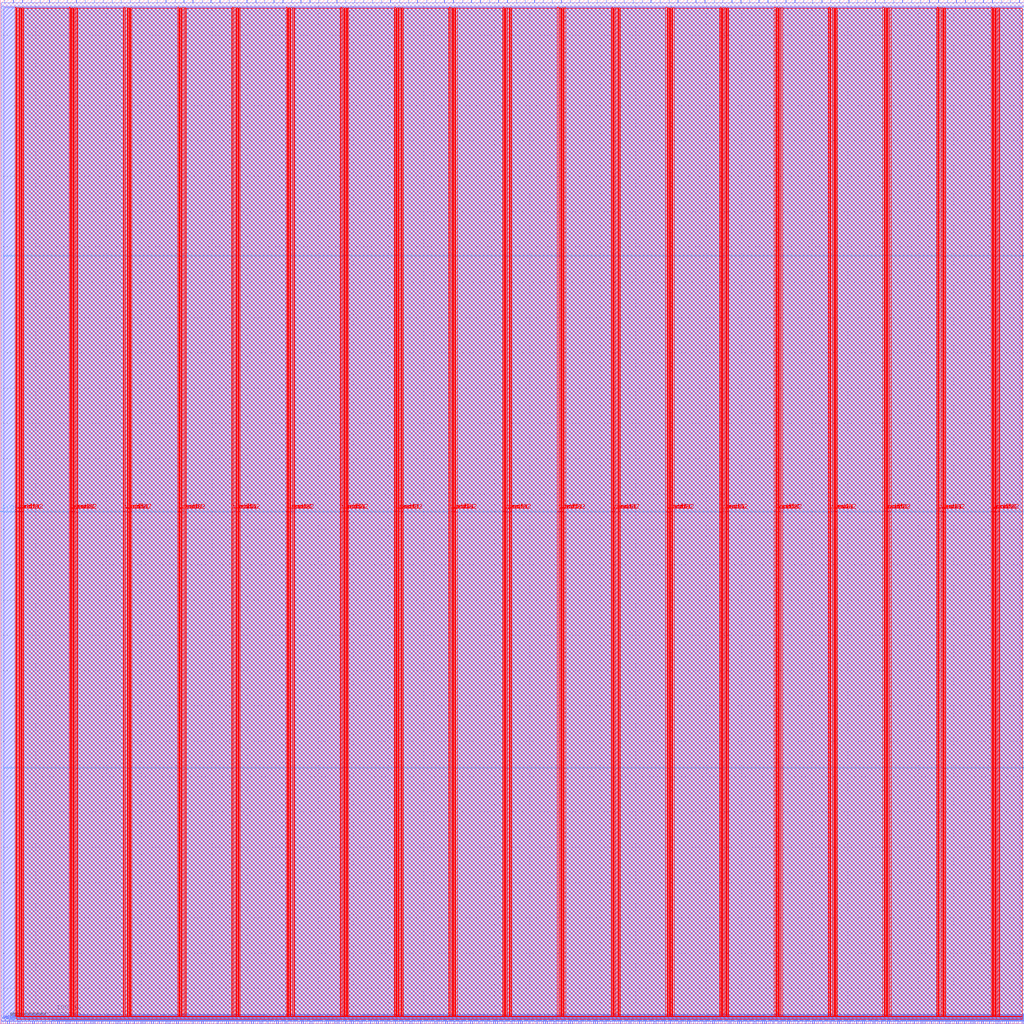
<source format=lef>
VERSION 5.7 ;
  NOWIREEXTENSIONATPIN ON ;
  DIVIDERCHAR "/" ;
  BUSBITCHARS "[]" ;
MACRO user_proj
  CLASS BLOCK ;
  FOREIGN user_proj ;
  ORIGIN 0.000 0.000 ;
  SIZE 1450.000 BY 1450.000 ;
  PIN io_in[0]
    DIRECTION INPUT ;
    USE SIGNAL ;
    PORT
      LAYER met2 ;
        RECT 6.070 1446.000 6.350 1450.000 ;
    END
  END io_in[0]
  PIN io_in[10]
    DIRECTION INPUT ;
    USE SIGNAL ;
    PORT
      LAYER met2 ;
        RECT 387.410 1446.000 387.690 1450.000 ;
    END
  END io_in[10]
  PIN io_in[11]
    DIRECTION INPUT ;
    USE SIGNAL ;
    PORT
      LAYER met2 ;
        RECT 425.590 1446.000 425.870 1450.000 ;
    END
  END io_in[11]
  PIN io_in[12]
    DIRECTION INPUT ;
    USE SIGNAL ;
    PORT
      LAYER met2 ;
        RECT 463.770 1446.000 464.050 1450.000 ;
    END
  END io_in[12]
  PIN io_in[13]
    DIRECTION INPUT ;
    USE SIGNAL ;
    PORT
      LAYER met2 ;
        RECT 501.950 1446.000 502.230 1450.000 ;
    END
  END io_in[13]
  PIN io_in[14]
    DIRECTION INPUT ;
    USE SIGNAL ;
    PORT
      LAYER met2 ;
        RECT 540.130 1446.000 540.410 1450.000 ;
    END
  END io_in[14]
  PIN io_in[15]
    DIRECTION INPUT ;
    USE SIGNAL ;
    PORT
      LAYER met2 ;
        RECT 578.310 1446.000 578.590 1450.000 ;
    END
  END io_in[15]
  PIN io_in[16]
    DIRECTION INPUT ;
    USE SIGNAL ;
    PORT
      LAYER met2 ;
        RECT 616.490 1446.000 616.770 1450.000 ;
    END
  END io_in[16]
  PIN io_in[17]
    DIRECTION INPUT ;
    USE SIGNAL ;
    PORT
      LAYER met2 ;
        RECT 654.670 1446.000 654.950 1450.000 ;
    END
  END io_in[17]
  PIN io_in[18]
    DIRECTION INPUT ;
    USE SIGNAL ;
    PORT
      LAYER met2 ;
        RECT 692.850 1446.000 693.130 1450.000 ;
    END
  END io_in[18]
  PIN io_in[19]
    DIRECTION INPUT ;
    USE SIGNAL ;
    PORT
      LAYER met2 ;
        RECT 731.030 1446.000 731.310 1450.000 ;
    END
  END io_in[19]
  PIN io_in[1]
    DIRECTION INPUT ;
    USE SIGNAL ;
    PORT
      LAYER met2 ;
        RECT 43.790 1446.000 44.070 1450.000 ;
    END
  END io_in[1]
  PIN io_in[20]
    DIRECTION INPUT ;
    USE SIGNAL ;
    PORT
      LAYER met2 ;
        RECT 768.750 1446.000 769.030 1450.000 ;
    END
  END io_in[20]
  PIN io_in[21]
    DIRECTION INPUT ;
    USE SIGNAL ;
    PORT
      LAYER met2 ;
        RECT 806.930 1446.000 807.210 1450.000 ;
    END
  END io_in[21]
  PIN io_in[22]
    DIRECTION INPUT ;
    USE SIGNAL ;
    PORT
      LAYER met2 ;
        RECT 845.110 1446.000 845.390 1450.000 ;
    END
  END io_in[22]
  PIN io_in[23]
    DIRECTION INPUT ;
    USE SIGNAL ;
    PORT
      LAYER met2 ;
        RECT 883.290 1446.000 883.570 1450.000 ;
    END
  END io_in[23]
  PIN io_in[24]
    DIRECTION INPUT ;
    USE SIGNAL ;
    PORT
      LAYER met2 ;
        RECT 921.470 1446.000 921.750 1450.000 ;
    END
  END io_in[24]
  PIN io_in[25]
    DIRECTION INPUT ;
    USE SIGNAL ;
    PORT
      LAYER met2 ;
        RECT 959.650 1446.000 959.930 1450.000 ;
    END
  END io_in[25]
  PIN io_in[26]
    DIRECTION INPUT ;
    USE SIGNAL ;
    PORT
      LAYER met2 ;
        RECT 997.830 1446.000 998.110 1450.000 ;
    END
  END io_in[26]
  PIN io_in[27]
    DIRECTION INPUT ;
    USE SIGNAL ;
    PORT
      LAYER met2 ;
        RECT 1036.010 1446.000 1036.290 1450.000 ;
    END
  END io_in[27]
  PIN io_in[28]
    DIRECTION INPUT ;
    USE SIGNAL ;
    PORT
      LAYER met2 ;
        RECT 1074.190 1446.000 1074.470 1450.000 ;
    END
  END io_in[28]
  PIN io_in[29]
    DIRECTION INPUT ;
    USE SIGNAL ;
    PORT
      LAYER met2 ;
        RECT 1112.370 1446.000 1112.650 1450.000 ;
    END
  END io_in[29]
  PIN io_in[2]
    DIRECTION INPUT ;
    USE SIGNAL ;
    PORT
      LAYER met2 ;
        RECT 81.970 1446.000 82.250 1450.000 ;
    END
  END io_in[2]
  PIN io_in[30]
    DIRECTION INPUT ;
    USE SIGNAL ;
    PORT
      LAYER met2 ;
        RECT 1150.550 1446.000 1150.830 1450.000 ;
    END
  END io_in[30]
  PIN io_in[31]
    DIRECTION INPUT ;
    USE SIGNAL ;
    PORT
      LAYER met2 ;
        RECT 1188.730 1446.000 1189.010 1450.000 ;
    END
  END io_in[31]
  PIN io_in[32]
    DIRECTION INPUT ;
    USE SIGNAL ;
    PORT
      LAYER met2 ;
        RECT 1226.910 1446.000 1227.190 1450.000 ;
    END
  END io_in[32]
  PIN io_in[33]
    DIRECTION INPUT ;
    USE SIGNAL ;
    PORT
      LAYER met2 ;
        RECT 1265.090 1446.000 1265.370 1450.000 ;
    END
  END io_in[33]
  PIN io_in[34]
    DIRECTION INPUT ;
    USE SIGNAL ;
    PORT
      LAYER met2 ;
        RECT 1303.270 1446.000 1303.550 1450.000 ;
    END
  END io_in[34]
  PIN io_in[35]
    DIRECTION INPUT ;
    USE SIGNAL ;
    PORT
      LAYER met2 ;
        RECT 1341.450 1446.000 1341.730 1450.000 ;
    END
  END io_in[35]
  PIN io_in[36]
    DIRECTION INPUT ;
    USE SIGNAL ;
    PORT
      LAYER met2 ;
        RECT 1379.630 1446.000 1379.910 1450.000 ;
    END
  END io_in[36]
  PIN io_in[37]
    DIRECTION INPUT ;
    USE SIGNAL ;
    PORT
      LAYER met2 ;
        RECT 1417.810 1446.000 1418.090 1450.000 ;
    END
  END io_in[37]
  PIN io_in[3]
    DIRECTION INPUT ;
    USE SIGNAL ;
    PORT
      LAYER met2 ;
        RECT 120.150 1446.000 120.430 1450.000 ;
    END
  END io_in[3]
  PIN io_in[4]
    DIRECTION INPUT ;
    USE SIGNAL ;
    PORT
      LAYER met2 ;
        RECT 158.330 1446.000 158.610 1450.000 ;
    END
  END io_in[4]
  PIN io_in[5]
    DIRECTION INPUT ;
    USE SIGNAL ;
    PORT
      LAYER met2 ;
        RECT 196.510 1446.000 196.790 1450.000 ;
    END
  END io_in[5]
  PIN io_in[6]
    DIRECTION INPUT ;
    USE SIGNAL ;
    PORT
      LAYER met2 ;
        RECT 234.690 1446.000 234.970 1450.000 ;
    END
  END io_in[6]
  PIN io_in[7]
    DIRECTION INPUT ;
    USE SIGNAL ;
    PORT
      LAYER met2 ;
        RECT 272.870 1446.000 273.150 1450.000 ;
    END
  END io_in[7]
  PIN io_in[8]
    DIRECTION INPUT ;
    USE SIGNAL ;
    PORT
      LAYER met2 ;
        RECT 311.050 1446.000 311.330 1450.000 ;
    END
  END io_in[8]
  PIN io_in[9]
    DIRECTION INPUT ;
    USE SIGNAL ;
    PORT
      LAYER met2 ;
        RECT 349.230 1446.000 349.510 1450.000 ;
    END
  END io_in[9]
  PIN io_oeb[0]
    DIRECTION OUTPUT TRISTATE ;
    USE SIGNAL ;
    PORT
      LAYER met2 ;
        RECT 18.490 1446.000 18.770 1450.000 ;
    END
  END io_oeb[0]
  PIN io_oeb[10]
    DIRECTION OUTPUT TRISTATE ;
    USE SIGNAL ;
    PORT
      LAYER met2 ;
        RECT 400.290 1446.000 400.570 1450.000 ;
    END
  END io_oeb[10]
  PIN io_oeb[11]
    DIRECTION OUTPUT TRISTATE ;
    USE SIGNAL ;
    PORT
      LAYER met2 ;
        RECT 438.470 1446.000 438.750 1450.000 ;
    END
  END io_oeb[11]
  PIN io_oeb[12]
    DIRECTION OUTPUT TRISTATE ;
    USE SIGNAL ;
    PORT
      LAYER met2 ;
        RECT 476.650 1446.000 476.930 1450.000 ;
    END
  END io_oeb[12]
  PIN io_oeb[13]
    DIRECTION OUTPUT TRISTATE ;
    USE SIGNAL ;
    PORT
      LAYER met2 ;
        RECT 514.370 1446.000 514.650 1450.000 ;
    END
  END io_oeb[13]
  PIN io_oeb[14]
    DIRECTION OUTPUT TRISTATE ;
    USE SIGNAL ;
    PORT
      LAYER met2 ;
        RECT 552.550 1446.000 552.830 1450.000 ;
    END
  END io_oeb[14]
  PIN io_oeb[15]
    DIRECTION OUTPUT TRISTATE ;
    USE SIGNAL ;
    PORT
      LAYER met2 ;
        RECT 590.730 1446.000 591.010 1450.000 ;
    END
  END io_oeb[15]
  PIN io_oeb[16]
    DIRECTION OUTPUT TRISTATE ;
    USE SIGNAL ;
    PORT
      LAYER met2 ;
        RECT 628.910 1446.000 629.190 1450.000 ;
    END
  END io_oeb[16]
  PIN io_oeb[17]
    DIRECTION OUTPUT TRISTATE ;
    USE SIGNAL ;
    PORT
      LAYER met2 ;
        RECT 667.090 1446.000 667.370 1450.000 ;
    END
  END io_oeb[17]
  PIN io_oeb[18]
    DIRECTION OUTPUT TRISTATE ;
    USE SIGNAL ;
    PORT
      LAYER met2 ;
        RECT 705.270 1446.000 705.550 1450.000 ;
    END
  END io_oeb[18]
  PIN io_oeb[19]
    DIRECTION OUTPUT TRISTATE ;
    USE SIGNAL ;
    PORT
      LAYER met2 ;
        RECT 743.450 1446.000 743.730 1450.000 ;
    END
  END io_oeb[19]
  PIN io_oeb[1]
    DIRECTION OUTPUT TRISTATE ;
    USE SIGNAL ;
    PORT
      LAYER met2 ;
        RECT 56.670 1446.000 56.950 1450.000 ;
    END
  END io_oeb[1]
  PIN io_oeb[20]
    DIRECTION OUTPUT TRISTATE ;
    USE SIGNAL ;
    PORT
      LAYER met2 ;
        RECT 781.630 1446.000 781.910 1450.000 ;
    END
  END io_oeb[20]
  PIN io_oeb[21]
    DIRECTION OUTPUT TRISTATE ;
    USE SIGNAL ;
    PORT
      LAYER met2 ;
        RECT 819.810 1446.000 820.090 1450.000 ;
    END
  END io_oeb[21]
  PIN io_oeb[22]
    DIRECTION OUTPUT TRISTATE ;
    USE SIGNAL ;
    PORT
      LAYER met2 ;
        RECT 857.990 1446.000 858.270 1450.000 ;
    END
  END io_oeb[22]
  PIN io_oeb[23]
    DIRECTION OUTPUT TRISTATE ;
    USE SIGNAL ;
    PORT
      LAYER met2 ;
        RECT 896.170 1446.000 896.450 1450.000 ;
    END
  END io_oeb[23]
  PIN io_oeb[24]
    DIRECTION OUTPUT TRISTATE ;
    USE SIGNAL ;
    PORT
      LAYER met2 ;
        RECT 934.350 1446.000 934.630 1450.000 ;
    END
  END io_oeb[24]
  PIN io_oeb[25]
    DIRECTION OUTPUT TRISTATE ;
    USE SIGNAL ;
    PORT
      LAYER met2 ;
        RECT 972.530 1446.000 972.810 1450.000 ;
    END
  END io_oeb[25]
  PIN io_oeb[26]
    DIRECTION OUTPUT TRISTATE ;
    USE SIGNAL ;
    PORT
      LAYER met2 ;
        RECT 1010.710 1446.000 1010.990 1450.000 ;
    END
  END io_oeb[26]
  PIN io_oeb[27]
    DIRECTION OUTPUT TRISTATE ;
    USE SIGNAL ;
    PORT
      LAYER met2 ;
        RECT 1048.890 1446.000 1049.170 1450.000 ;
    END
  END io_oeb[27]
  PIN io_oeb[28]
    DIRECTION OUTPUT TRISTATE ;
    USE SIGNAL ;
    PORT
      LAYER met2 ;
        RECT 1087.070 1446.000 1087.350 1450.000 ;
    END
  END io_oeb[28]
  PIN io_oeb[29]
    DIRECTION OUTPUT TRISTATE ;
    USE SIGNAL ;
    PORT
      LAYER met2 ;
        RECT 1125.250 1446.000 1125.530 1450.000 ;
    END
  END io_oeb[29]
  PIN io_oeb[2]
    DIRECTION OUTPUT TRISTATE ;
    USE SIGNAL ;
    PORT
      LAYER met2 ;
        RECT 94.850 1446.000 95.130 1450.000 ;
    END
  END io_oeb[2]
  PIN io_oeb[30]
    DIRECTION OUTPUT TRISTATE ;
    USE SIGNAL ;
    PORT
      LAYER met2 ;
        RECT 1163.430 1446.000 1163.710 1450.000 ;
    END
  END io_oeb[30]
  PIN io_oeb[31]
    DIRECTION OUTPUT TRISTATE ;
    USE SIGNAL ;
    PORT
      LAYER met2 ;
        RECT 1201.610 1446.000 1201.890 1450.000 ;
    END
  END io_oeb[31]
  PIN io_oeb[32]
    DIRECTION OUTPUT TRISTATE ;
    USE SIGNAL ;
    PORT
      LAYER met2 ;
        RECT 1239.330 1446.000 1239.610 1450.000 ;
    END
  END io_oeb[32]
  PIN io_oeb[33]
    DIRECTION OUTPUT TRISTATE ;
    USE SIGNAL ;
    PORT
      LAYER met2 ;
        RECT 1277.510 1446.000 1277.790 1450.000 ;
    END
  END io_oeb[33]
  PIN io_oeb[34]
    DIRECTION OUTPUT TRISTATE ;
    USE SIGNAL ;
    PORT
      LAYER met2 ;
        RECT 1315.690 1446.000 1315.970 1450.000 ;
    END
  END io_oeb[34]
  PIN io_oeb[35]
    DIRECTION OUTPUT TRISTATE ;
    USE SIGNAL ;
    PORT
      LAYER met2 ;
        RECT 1353.870 1446.000 1354.150 1450.000 ;
    END
  END io_oeb[35]
  PIN io_oeb[36]
    DIRECTION OUTPUT TRISTATE ;
    USE SIGNAL ;
    PORT
      LAYER met2 ;
        RECT 1392.050 1446.000 1392.330 1450.000 ;
    END
  END io_oeb[36]
  PIN io_oeb[37]
    DIRECTION OUTPUT TRISTATE ;
    USE SIGNAL ;
    PORT
      LAYER met2 ;
        RECT 1430.230 1446.000 1430.510 1450.000 ;
    END
  END io_oeb[37]
  PIN io_oeb[3]
    DIRECTION OUTPUT TRISTATE ;
    USE SIGNAL ;
    PORT
      LAYER met2 ;
        RECT 133.030 1446.000 133.310 1450.000 ;
    END
  END io_oeb[3]
  PIN io_oeb[4]
    DIRECTION OUTPUT TRISTATE ;
    USE SIGNAL ;
    PORT
      LAYER met2 ;
        RECT 171.210 1446.000 171.490 1450.000 ;
    END
  END io_oeb[4]
  PIN io_oeb[5]
    DIRECTION OUTPUT TRISTATE ;
    USE SIGNAL ;
    PORT
      LAYER met2 ;
        RECT 209.390 1446.000 209.670 1450.000 ;
    END
  END io_oeb[5]
  PIN io_oeb[6]
    DIRECTION OUTPUT TRISTATE ;
    USE SIGNAL ;
    PORT
      LAYER met2 ;
        RECT 247.570 1446.000 247.850 1450.000 ;
    END
  END io_oeb[6]
  PIN io_oeb[7]
    DIRECTION OUTPUT TRISTATE ;
    USE SIGNAL ;
    PORT
      LAYER met2 ;
        RECT 285.750 1446.000 286.030 1450.000 ;
    END
  END io_oeb[7]
  PIN io_oeb[8]
    DIRECTION OUTPUT TRISTATE ;
    USE SIGNAL ;
    PORT
      LAYER met2 ;
        RECT 323.930 1446.000 324.210 1450.000 ;
    END
  END io_oeb[8]
  PIN io_oeb[9]
    DIRECTION OUTPUT TRISTATE ;
    USE SIGNAL ;
    PORT
      LAYER met2 ;
        RECT 362.110 1446.000 362.390 1450.000 ;
    END
  END io_oeb[9]
  PIN io_out[0]
    DIRECTION OUTPUT TRISTATE ;
    USE SIGNAL ;
    PORT
      LAYER met2 ;
        RECT 31.370 1446.000 31.650 1450.000 ;
    END
  END io_out[0]
  PIN io_out[10]
    DIRECTION OUTPUT TRISTATE ;
    USE SIGNAL ;
    PORT
      LAYER met2 ;
        RECT 412.710 1446.000 412.990 1450.000 ;
    END
  END io_out[10]
  PIN io_out[11]
    DIRECTION OUTPUT TRISTATE ;
    USE SIGNAL ;
    PORT
      LAYER met2 ;
        RECT 450.890 1446.000 451.170 1450.000 ;
    END
  END io_out[11]
  PIN io_out[12]
    DIRECTION OUTPUT TRISTATE ;
    USE SIGNAL ;
    PORT
      LAYER met2 ;
        RECT 489.070 1446.000 489.350 1450.000 ;
    END
  END io_out[12]
  PIN io_out[13]
    DIRECTION OUTPUT TRISTATE ;
    USE SIGNAL ;
    PORT
      LAYER met2 ;
        RECT 527.250 1446.000 527.530 1450.000 ;
    END
  END io_out[13]
  PIN io_out[14]
    DIRECTION OUTPUT TRISTATE ;
    USE SIGNAL ;
    PORT
      LAYER met2 ;
        RECT 565.430 1446.000 565.710 1450.000 ;
    END
  END io_out[14]
  PIN io_out[15]
    DIRECTION OUTPUT TRISTATE ;
    USE SIGNAL ;
    PORT
      LAYER met2 ;
        RECT 603.610 1446.000 603.890 1450.000 ;
    END
  END io_out[15]
  PIN io_out[16]
    DIRECTION OUTPUT TRISTATE ;
    USE SIGNAL ;
    PORT
      LAYER met2 ;
        RECT 641.790 1446.000 642.070 1450.000 ;
    END
  END io_out[16]
  PIN io_out[17]
    DIRECTION OUTPUT TRISTATE ;
    USE SIGNAL ;
    PORT
      LAYER met2 ;
        RECT 679.970 1446.000 680.250 1450.000 ;
    END
  END io_out[17]
  PIN io_out[18]
    DIRECTION OUTPUT TRISTATE ;
    USE SIGNAL ;
    PORT
      LAYER met2 ;
        RECT 718.150 1446.000 718.430 1450.000 ;
    END
  END io_out[18]
  PIN io_out[19]
    DIRECTION OUTPUT TRISTATE ;
    USE SIGNAL ;
    PORT
      LAYER met2 ;
        RECT 756.330 1446.000 756.610 1450.000 ;
    END
  END io_out[19]
  PIN io_out[1]
    DIRECTION OUTPUT TRISTATE ;
    USE SIGNAL ;
    PORT
      LAYER met2 ;
        RECT 69.550 1446.000 69.830 1450.000 ;
    END
  END io_out[1]
  PIN io_out[20]
    DIRECTION OUTPUT TRISTATE ;
    USE SIGNAL ;
    PORT
      LAYER met2 ;
        RECT 794.510 1446.000 794.790 1450.000 ;
    END
  END io_out[20]
  PIN io_out[21]
    DIRECTION OUTPUT TRISTATE ;
    USE SIGNAL ;
    PORT
      LAYER met2 ;
        RECT 832.690 1446.000 832.970 1450.000 ;
    END
  END io_out[21]
  PIN io_out[22]
    DIRECTION OUTPUT TRISTATE ;
    USE SIGNAL ;
    PORT
      LAYER met2 ;
        RECT 870.870 1446.000 871.150 1450.000 ;
    END
  END io_out[22]
  PIN io_out[23]
    DIRECTION OUTPUT TRISTATE ;
    USE SIGNAL ;
    PORT
      LAYER met2 ;
        RECT 909.050 1446.000 909.330 1450.000 ;
    END
  END io_out[23]
  PIN io_out[24]
    DIRECTION OUTPUT TRISTATE ;
    USE SIGNAL ;
    PORT
      LAYER met2 ;
        RECT 947.230 1446.000 947.510 1450.000 ;
    END
  END io_out[24]
  PIN io_out[25]
    DIRECTION OUTPUT TRISTATE ;
    USE SIGNAL ;
    PORT
      LAYER met2 ;
        RECT 984.950 1446.000 985.230 1450.000 ;
    END
  END io_out[25]
  PIN io_out[26]
    DIRECTION OUTPUT TRISTATE ;
    USE SIGNAL ;
    PORT
      LAYER met2 ;
        RECT 1023.130 1446.000 1023.410 1450.000 ;
    END
  END io_out[26]
  PIN io_out[27]
    DIRECTION OUTPUT TRISTATE ;
    USE SIGNAL ;
    PORT
      LAYER met2 ;
        RECT 1061.310 1446.000 1061.590 1450.000 ;
    END
  END io_out[27]
  PIN io_out[28]
    DIRECTION OUTPUT TRISTATE ;
    USE SIGNAL ;
    PORT
      LAYER met2 ;
        RECT 1099.490 1446.000 1099.770 1450.000 ;
    END
  END io_out[28]
  PIN io_out[29]
    DIRECTION OUTPUT TRISTATE ;
    USE SIGNAL ;
    PORT
      LAYER met2 ;
        RECT 1137.670 1446.000 1137.950 1450.000 ;
    END
  END io_out[29]
  PIN io_out[2]
    DIRECTION OUTPUT TRISTATE ;
    USE SIGNAL ;
    PORT
      LAYER met2 ;
        RECT 107.730 1446.000 108.010 1450.000 ;
    END
  END io_out[2]
  PIN io_out[30]
    DIRECTION OUTPUT TRISTATE ;
    USE SIGNAL ;
    PORT
      LAYER met2 ;
        RECT 1175.850 1446.000 1176.130 1450.000 ;
    END
  END io_out[30]
  PIN io_out[31]
    DIRECTION OUTPUT TRISTATE ;
    USE SIGNAL ;
    PORT
      LAYER met2 ;
        RECT 1214.030 1446.000 1214.310 1450.000 ;
    END
  END io_out[31]
  PIN io_out[32]
    DIRECTION OUTPUT TRISTATE ;
    USE SIGNAL ;
    PORT
      LAYER met2 ;
        RECT 1252.210 1446.000 1252.490 1450.000 ;
    END
  END io_out[32]
  PIN io_out[33]
    DIRECTION OUTPUT TRISTATE ;
    USE SIGNAL ;
    PORT
      LAYER met2 ;
        RECT 1290.390 1446.000 1290.670 1450.000 ;
    END
  END io_out[33]
  PIN io_out[34]
    DIRECTION OUTPUT TRISTATE ;
    USE SIGNAL ;
    PORT
      LAYER met2 ;
        RECT 1328.570 1446.000 1328.850 1450.000 ;
    END
  END io_out[34]
  PIN io_out[35]
    DIRECTION OUTPUT TRISTATE ;
    USE SIGNAL ;
    PORT
      LAYER met2 ;
        RECT 1366.750 1446.000 1367.030 1450.000 ;
    END
  END io_out[35]
  PIN io_out[36]
    DIRECTION OUTPUT TRISTATE ;
    USE SIGNAL ;
    PORT
      LAYER met2 ;
        RECT 1404.930 1446.000 1405.210 1450.000 ;
    END
  END io_out[36]
  PIN io_out[37]
    DIRECTION OUTPUT TRISTATE ;
    USE SIGNAL ;
    PORT
      LAYER met2 ;
        RECT 1443.110 1446.000 1443.390 1450.000 ;
    END
  END io_out[37]
  PIN io_out[3]
    DIRECTION OUTPUT TRISTATE ;
    USE SIGNAL ;
    PORT
      LAYER met2 ;
        RECT 145.910 1446.000 146.190 1450.000 ;
    END
  END io_out[3]
  PIN io_out[4]
    DIRECTION OUTPUT TRISTATE ;
    USE SIGNAL ;
    PORT
      LAYER met2 ;
        RECT 184.090 1446.000 184.370 1450.000 ;
    END
  END io_out[4]
  PIN io_out[5]
    DIRECTION OUTPUT TRISTATE ;
    USE SIGNAL ;
    PORT
      LAYER met2 ;
        RECT 222.270 1446.000 222.550 1450.000 ;
    END
  END io_out[5]
  PIN io_out[6]
    DIRECTION OUTPUT TRISTATE ;
    USE SIGNAL ;
    PORT
      LAYER met2 ;
        RECT 259.990 1446.000 260.270 1450.000 ;
    END
  END io_out[6]
  PIN io_out[7]
    DIRECTION OUTPUT TRISTATE ;
    USE SIGNAL ;
    PORT
      LAYER met2 ;
        RECT 298.170 1446.000 298.450 1450.000 ;
    END
  END io_out[7]
  PIN io_out[8]
    DIRECTION OUTPUT TRISTATE ;
    USE SIGNAL ;
    PORT
      LAYER met2 ;
        RECT 336.350 1446.000 336.630 1450.000 ;
    END
  END io_out[8]
  PIN io_out[9]
    DIRECTION OUTPUT TRISTATE ;
    USE SIGNAL ;
    PORT
      LAYER met2 ;
        RECT 374.530 1446.000 374.810 1450.000 ;
    END
  END io_out[9]
  PIN irq[0]
    DIRECTION OUTPUT TRISTATE ;
    USE SIGNAL ;
    PORT
      LAYER met3 ;
        RECT 1446.000 1087.360 1450.000 1087.960 ;
    END
  END irq[0]
  PIN irq[1]
    DIRECTION OUTPUT TRISTATE ;
    USE SIGNAL ;
    PORT
      LAYER met3 ;
        RECT 0.000 724.920 4.000 725.520 ;
    END
  END irq[1]
  PIN irq[2]
    DIRECTION OUTPUT TRISTATE ;
    USE SIGNAL ;
    PORT
      LAYER met2 ;
        RECT 1448.170 0.000 1448.450 4.000 ;
    END
  END irq[2]
  PIN la_data_in[0]
    DIRECTION INPUT ;
    USE SIGNAL ;
    PORT
      LAYER met2 ;
        RECT 314.270 0.000 314.550 4.000 ;
    END
  END la_data_in[0]
  PIN la_data_in[100]
    DIRECTION INPUT ;
    USE SIGNAL ;
    PORT
      LAYER met2 ;
        RECT 1200.230 0.000 1200.510 4.000 ;
    END
  END la_data_in[100]
  PIN la_data_in[101]
    DIRECTION INPUT ;
    USE SIGNAL ;
    PORT
      LAYER met2 ;
        RECT 1208.970 0.000 1209.250 4.000 ;
    END
  END la_data_in[101]
  PIN la_data_in[102]
    DIRECTION INPUT ;
    USE SIGNAL ;
    PORT
      LAYER met2 ;
        RECT 1217.710 0.000 1217.990 4.000 ;
    END
  END la_data_in[102]
  PIN la_data_in[103]
    DIRECTION INPUT ;
    USE SIGNAL ;
    PORT
      LAYER met2 ;
        RECT 1226.910 0.000 1227.190 4.000 ;
    END
  END la_data_in[103]
  PIN la_data_in[104]
    DIRECTION INPUT ;
    USE SIGNAL ;
    PORT
      LAYER met2 ;
        RECT 1235.650 0.000 1235.930 4.000 ;
    END
  END la_data_in[104]
  PIN la_data_in[105]
    DIRECTION INPUT ;
    USE SIGNAL ;
    PORT
      LAYER met2 ;
        RECT 1244.390 0.000 1244.670 4.000 ;
    END
  END la_data_in[105]
  PIN la_data_in[106]
    DIRECTION INPUT ;
    USE SIGNAL ;
    PORT
      LAYER met2 ;
        RECT 1253.130 0.000 1253.410 4.000 ;
    END
  END la_data_in[106]
  PIN la_data_in[107]
    DIRECTION INPUT ;
    USE SIGNAL ;
    PORT
      LAYER met2 ;
        RECT 1262.330 0.000 1262.610 4.000 ;
    END
  END la_data_in[107]
  PIN la_data_in[108]
    DIRECTION INPUT ;
    USE SIGNAL ;
    PORT
      LAYER met2 ;
        RECT 1271.070 0.000 1271.350 4.000 ;
    END
  END la_data_in[108]
  PIN la_data_in[109]
    DIRECTION INPUT ;
    USE SIGNAL ;
    PORT
      LAYER met2 ;
        RECT 1279.810 0.000 1280.090 4.000 ;
    END
  END la_data_in[109]
  PIN la_data_in[10]
    DIRECTION INPUT ;
    USE SIGNAL ;
    PORT
      LAYER met2 ;
        RECT 403.050 0.000 403.330 4.000 ;
    END
  END la_data_in[10]
  PIN la_data_in[110]
    DIRECTION INPUT ;
    USE SIGNAL ;
    PORT
      LAYER met2 ;
        RECT 1288.550 0.000 1288.830 4.000 ;
    END
  END la_data_in[110]
  PIN la_data_in[111]
    DIRECTION INPUT ;
    USE SIGNAL ;
    PORT
      LAYER met2 ;
        RECT 1297.750 0.000 1298.030 4.000 ;
    END
  END la_data_in[111]
  PIN la_data_in[112]
    DIRECTION INPUT ;
    USE SIGNAL ;
    PORT
      LAYER met2 ;
        RECT 1306.490 0.000 1306.770 4.000 ;
    END
  END la_data_in[112]
  PIN la_data_in[113]
    DIRECTION INPUT ;
    USE SIGNAL ;
    PORT
      LAYER met2 ;
        RECT 1315.230 0.000 1315.510 4.000 ;
    END
  END la_data_in[113]
  PIN la_data_in[114]
    DIRECTION INPUT ;
    USE SIGNAL ;
    PORT
      LAYER met2 ;
        RECT 1323.970 0.000 1324.250 4.000 ;
    END
  END la_data_in[114]
  PIN la_data_in[115]
    DIRECTION INPUT ;
    USE SIGNAL ;
    PORT
      LAYER met2 ;
        RECT 1333.170 0.000 1333.450 4.000 ;
    END
  END la_data_in[115]
  PIN la_data_in[116]
    DIRECTION INPUT ;
    USE SIGNAL ;
    PORT
      LAYER met2 ;
        RECT 1341.910 0.000 1342.190 4.000 ;
    END
  END la_data_in[116]
  PIN la_data_in[117]
    DIRECTION INPUT ;
    USE SIGNAL ;
    PORT
      LAYER met2 ;
        RECT 1350.650 0.000 1350.930 4.000 ;
    END
  END la_data_in[117]
  PIN la_data_in[118]
    DIRECTION INPUT ;
    USE SIGNAL ;
    PORT
      LAYER met2 ;
        RECT 1359.390 0.000 1359.670 4.000 ;
    END
  END la_data_in[118]
  PIN la_data_in[119]
    DIRECTION INPUT ;
    USE SIGNAL ;
    PORT
      LAYER met2 ;
        RECT 1368.590 0.000 1368.870 4.000 ;
    END
  END la_data_in[119]
  PIN la_data_in[11]
    DIRECTION INPUT ;
    USE SIGNAL ;
    PORT
      LAYER met2 ;
        RECT 411.790 0.000 412.070 4.000 ;
    END
  END la_data_in[11]
  PIN la_data_in[120]
    DIRECTION INPUT ;
    USE SIGNAL ;
    PORT
      LAYER met2 ;
        RECT 1377.330 0.000 1377.610 4.000 ;
    END
  END la_data_in[120]
  PIN la_data_in[121]
    DIRECTION INPUT ;
    USE SIGNAL ;
    PORT
      LAYER met2 ;
        RECT 1386.070 0.000 1386.350 4.000 ;
    END
  END la_data_in[121]
  PIN la_data_in[122]
    DIRECTION INPUT ;
    USE SIGNAL ;
    PORT
      LAYER met2 ;
        RECT 1395.270 0.000 1395.550 4.000 ;
    END
  END la_data_in[122]
  PIN la_data_in[123]
    DIRECTION INPUT ;
    USE SIGNAL ;
    PORT
      LAYER met2 ;
        RECT 1404.010 0.000 1404.290 4.000 ;
    END
  END la_data_in[123]
  PIN la_data_in[124]
    DIRECTION INPUT ;
    USE SIGNAL ;
    PORT
      LAYER met2 ;
        RECT 1412.750 0.000 1413.030 4.000 ;
    END
  END la_data_in[124]
  PIN la_data_in[125]
    DIRECTION INPUT ;
    USE SIGNAL ;
    PORT
      LAYER met2 ;
        RECT 1421.490 0.000 1421.770 4.000 ;
    END
  END la_data_in[125]
  PIN la_data_in[126]
    DIRECTION INPUT ;
    USE SIGNAL ;
    PORT
      LAYER met2 ;
        RECT 1430.690 0.000 1430.970 4.000 ;
    END
  END la_data_in[126]
  PIN la_data_in[127]
    DIRECTION INPUT ;
    USE SIGNAL ;
    PORT
      LAYER met2 ;
        RECT 1439.430 0.000 1439.710 4.000 ;
    END
  END la_data_in[127]
  PIN la_data_in[12]
    DIRECTION INPUT ;
    USE SIGNAL ;
    PORT
      LAYER met2 ;
        RECT 420.530 0.000 420.810 4.000 ;
    END
  END la_data_in[12]
  PIN la_data_in[13]
    DIRECTION INPUT ;
    USE SIGNAL ;
    PORT
      LAYER met2 ;
        RECT 429.270 0.000 429.550 4.000 ;
    END
  END la_data_in[13]
  PIN la_data_in[14]
    DIRECTION INPUT ;
    USE SIGNAL ;
    PORT
      LAYER met2 ;
        RECT 438.470 0.000 438.750 4.000 ;
    END
  END la_data_in[14]
  PIN la_data_in[15]
    DIRECTION INPUT ;
    USE SIGNAL ;
    PORT
      LAYER met2 ;
        RECT 447.210 0.000 447.490 4.000 ;
    END
  END la_data_in[15]
  PIN la_data_in[16]
    DIRECTION INPUT ;
    USE SIGNAL ;
    PORT
      LAYER met2 ;
        RECT 455.950 0.000 456.230 4.000 ;
    END
  END la_data_in[16]
  PIN la_data_in[17]
    DIRECTION INPUT ;
    USE SIGNAL ;
    PORT
      LAYER met2 ;
        RECT 464.690 0.000 464.970 4.000 ;
    END
  END la_data_in[17]
  PIN la_data_in[18]
    DIRECTION INPUT ;
    USE SIGNAL ;
    PORT
      LAYER met2 ;
        RECT 473.890 0.000 474.170 4.000 ;
    END
  END la_data_in[18]
  PIN la_data_in[19]
    DIRECTION INPUT ;
    USE SIGNAL ;
    PORT
      LAYER met2 ;
        RECT 482.630 0.000 482.910 4.000 ;
    END
  END la_data_in[19]
  PIN la_data_in[1]
    DIRECTION INPUT ;
    USE SIGNAL ;
    PORT
      LAYER met2 ;
        RECT 323.010 0.000 323.290 4.000 ;
    END
  END la_data_in[1]
  PIN la_data_in[20]
    DIRECTION INPUT ;
    USE SIGNAL ;
    PORT
      LAYER met2 ;
        RECT 491.370 0.000 491.650 4.000 ;
    END
  END la_data_in[20]
  PIN la_data_in[21]
    DIRECTION INPUT ;
    USE SIGNAL ;
    PORT
      LAYER met2 ;
        RECT 500.110 0.000 500.390 4.000 ;
    END
  END la_data_in[21]
  PIN la_data_in[22]
    DIRECTION INPUT ;
    USE SIGNAL ;
    PORT
      LAYER met2 ;
        RECT 509.310 0.000 509.590 4.000 ;
    END
  END la_data_in[22]
  PIN la_data_in[23]
    DIRECTION INPUT ;
    USE SIGNAL ;
    PORT
      LAYER met2 ;
        RECT 518.050 0.000 518.330 4.000 ;
    END
  END la_data_in[23]
  PIN la_data_in[24]
    DIRECTION INPUT ;
    USE SIGNAL ;
    PORT
      LAYER met2 ;
        RECT 526.790 0.000 527.070 4.000 ;
    END
  END la_data_in[24]
  PIN la_data_in[25]
    DIRECTION INPUT ;
    USE SIGNAL ;
    PORT
      LAYER met2 ;
        RECT 535.530 0.000 535.810 4.000 ;
    END
  END la_data_in[25]
  PIN la_data_in[26]
    DIRECTION INPUT ;
    USE SIGNAL ;
    PORT
      LAYER met2 ;
        RECT 544.730 0.000 545.010 4.000 ;
    END
  END la_data_in[26]
  PIN la_data_in[27]
    DIRECTION INPUT ;
    USE SIGNAL ;
    PORT
      LAYER met2 ;
        RECT 553.470 0.000 553.750 4.000 ;
    END
  END la_data_in[27]
  PIN la_data_in[28]
    DIRECTION INPUT ;
    USE SIGNAL ;
    PORT
      LAYER met2 ;
        RECT 562.210 0.000 562.490 4.000 ;
    END
  END la_data_in[28]
  PIN la_data_in[29]
    DIRECTION INPUT ;
    USE SIGNAL ;
    PORT
      LAYER met2 ;
        RECT 570.950 0.000 571.230 4.000 ;
    END
  END la_data_in[29]
  PIN la_data_in[2]
    DIRECTION INPUT ;
    USE SIGNAL ;
    PORT
      LAYER met2 ;
        RECT 331.750 0.000 332.030 4.000 ;
    END
  END la_data_in[2]
  PIN la_data_in[30]
    DIRECTION INPUT ;
    USE SIGNAL ;
    PORT
      LAYER met2 ;
        RECT 580.150 0.000 580.430 4.000 ;
    END
  END la_data_in[30]
  PIN la_data_in[31]
    DIRECTION INPUT ;
    USE SIGNAL ;
    PORT
      LAYER met2 ;
        RECT 588.890 0.000 589.170 4.000 ;
    END
  END la_data_in[31]
  PIN la_data_in[32]
    DIRECTION INPUT ;
    USE SIGNAL ;
    PORT
      LAYER met2 ;
        RECT 597.630 0.000 597.910 4.000 ;
    END
  END la_data_in[32]
  PIN la_data_in[33]
    DIRECTION INPUT ;
    USE SIGNAL ;
    PORT
      LAYER met2 ;
        RECT 606.830 0.000 607.110 4.000 ;
    END
  END la_data_in[33]
  PIN la_data_in[34]
    DIRECTION INPUT ;
    USE SIGNAL ;
    PORT
      LAYER met2 ;
        RECT 615.570 0.000 615.850 4.000 ;
    END
  END la_data_in[34]
  PIN la_data_in[35]
    DIRECTION INPUT ;
    USE SIGNAL ;
    PORT
      LAYER met2 ;
        RECT 624.310 0.000 624.590 4.000 ;
    END
  END la_data_in[35]
  PIN la_data_in[36]
    DIRECTION INPUT ;
    USE SIGNAL ;
    PORT
      LAYER met2 ;
        RECT 633.050 0.000 633.330 4.000 ;
    END
  END la_data_in[36]
  PIN la_data_in[37]
    DIRECTION INPUT ;
    USE SIGNAL ;
    PORT
      LAYER met2 ;
        RECT 642.250 0.000 642.530 4.000 ;
    END
  END la_data_in[37]
  PIN la_data_in[38]
    DIRECTION INPUT ;
    USE SIGNAL ;
    PORT
      LAYER met2 ;
        RECT 650.990 0.000 651.270 4.000 ;
    END
  END la_data_in[38]
  PIN la_data_in[39]
    DIRECTION INPUT ;
    USE SIGNAL ;
    PORT
      LAYER met2 ;
        RECT 659.730 0.000 660.010 4.000 ;
    END
  END la_data_in[39]
  PIN la_data_in[3]
    DIRECTION INPUT ;
    USE SIGNAL ;
    PORT
      LAYER met2 ;
        RECT 340.950 0.000 341.230 4.000 ;
    END
  END la_data_in[3]
  PIN la_data_in[40]
    DIRECTION INPUT ;
    USE SIGNAL ;
    PORT
      LAYER met2 ;
        RECT 668.470 0.000 668.750 4.000 ;
    END
  END la_data_in[40]
  PIN la_data_in[41]
    DIRECTION INPUT ;
    USE SIGNAL ;
    PORT
      LAYER met2 ;
        RECT 677.670 0.000 677.950 4.000 ;
    END
  END la_data_in[41]
  PIN la_data_in[42]
    DIRECTION INPUT ;
    USE SIGNAL ;
    PORT
      LAYER met2 ;
        RECT 686.410 0.000 686.690 4.000 ;
    END
  END la_data_in[42]
  PIN la_data_in[43]
    DIRECTION INPUT ;
    USE SIGNAL ;
    PORT
      LAYER met2 ;
        RECT 695.150 0.000 695.430 4.000 ;
    END
  END la_data_in[43]
  PIN la_data_in[44]
    DIRECTION INPUT ;
    USE SIGNAL ;
    PORT
      LAYER met2 ;
        RECT 703.890 0.000 704.170 4.000 ;
    END
  END la_data_in[44]
  PIN la_data_in[45]
    DIRECTION INPUT ;
    USE SIGNAL ;
    PORT
      LAYER met2 ;
        RECT 713.090 0.000 713.370 4.000 ;
    END
  END la_data_in[45]
  PIN la_data_in[46]
    DIRECTION INPUT ;
    USE SIGNAL ;
    PORT
      LAYER met2 ;
        RECT 721.830 0.000 722.110 4.000 ;
    END
  END la_data_in[46]
  PIN la_data_in[47]
    DIRECTION INPUT ;
    USE SIGNAL ;
    PORT
      LAYER met2 ;
        RECT 730.570 0.000 730.850 4.000 ;
    END
  END la_data_in[47]
  PIN la_data_in[48]
    DIRECTION INPUT ;
    USE SIGNAL ;
    PORT
      LAYER met2 ;
        RECT 739.310 0.000 739.590 4.000 ;
    END
  END la_data_in[48]
  PIN la_data_in[49]
    DIRECTION INPUT ;
    USE SIGNAL ;
    PORT
      LAYER met2 ;
        RECT 748.510 0.000 748.790 4.000 ;
    END
  END la_data_in[49]
  PIN la_data_in[4]
    DIRECTION INPUT ;
    USE SIGNAL ;
    PORT
      LAYER met2 ;
        RECT 349.690 0.000 349.970 4.000 ;
    END
  END la_data_in[4]
  PIN la_data_in[50]
    DIRECTION INPUT ;
    USE SIGNAL ;
    PORT
      LAYER met2 ;
        RECT 757.250 0.000 757.530 4.000 ;
    END
  END la_data_in[50]
  PIN la_data_in[51]
    DIRECTION INPUT ;
    USE SIGNAL ;
    PORT
      LAYER met2 ;
        RECT 765.990 0.000 766.270 4.000 ;
    END
  END la_data_in[51]
  PIN la_data_in[52]
    DIRECTION INPUT ;
    USE SIGNAL ;
    PORT
      LAYER met2 ;
        RECT 774.730 0.000 775.010 4.000 ;
    END
  END la_data_in[52]
  PIN la_data_in[53]
    DIRECTION INPUT ;
    USE SIGNAL ;
    PORT
      LAYER met2 ;
        RECT 783.930 0.000 784.210 4.000 ;
    END
  END la_data_in[53]
  PIN la_data_in[54]
    DIRECTION INPUT ;
    USE SIGNAL ;
    PORT
      LAYER met2 ;
        RECT 792.670 0.000 792.950 4.000 ;
    END
  END la_data_in[54]
  PIN la_data_in[55]
    DIRECTION INPUT ;
    USE SIGNAL ;
    PORT
      LAYER met2 ;
        RECT 801.410 0.000 801.690 4.000 ;
    END
  END la_data_in[55]
  PIN la_data_in[56]
    DIRECTION INPUT ;
    USE SIGNAL ;
    PORT
      LAYER met2 ;
        RECT 810.150 0.000 810.430 4.000 ;
    END
  END la_data_in[56]
  PIN la_data_in[57]
    DIRECTION INPUT ;
    USE SIGNAL ;
    PORT
      LAYER met2 ;
        RECT 819.350 0.000 819.630 4.000 ;
    END
  END la_data_in[57]
  PIN la_data_in[58]
    DIRECTION INPUT ;
    USE SIGNAL ;
    PORT
      LAYER met2 ;
        RECT 828.090 0.000 828.370 4.000 ;
    END
  END la_data_in[58]
  PIN la_data_in[59]
    DIRECTION INPUT ;
    USE SIGNAL ;
    PORT
      LAYER met2 ;
        RECT 836.830 0.000 837.110 4.000 ;
    END
  END la_data_in[59]
  PIN la_data_in[5]
    DIRECTION INPUT ;
    USE SIGNAL ;
    PORT
      LAYER met2 ;
        RECT 358.430 0.000 358.710 4.000 ;
    END
  END la_data_in[5]
  PIN la_data_in[60]
    DIRECTION INPUT ;
    USE SIGNAL ;
    PORT
      LAYER met2 ;
        RECT 845.570 0.000 845.850 4.000 ;
    END
  END la_data_in[60]
  PIN la_data_in[61]
    DIRECTION INPUT ;
    USE SIGNAL ;
    PORT
      LAYER met2 ;
        RECT 854.770 0.000 855.050 4.000 ;
    END
  END la_data_in[61]
  PIN la_data_in[62]
    DIRECTION INPUT ;
    USE SIGNAL ;
    PORT
      LAYER met2 ;
        RECT 863.510 0.000 863.790 4.000 ;
    END
  END la_data_in[62]
  PIN la_data_in[63]
    DIRECTION INPUT ;
    USE SIGNAL ;
    PORT
      LAYER met2 ;
        RECT 872.250 0.000 872.530 4.000 ;
    END
  END la_data_in[63]
  PIN la_data_in[64]
    DIRECTION INPUT ;
    USE SIGNAL ;
    PORT
      LAYER met2 ;
        RECT 881.450 0.000 881.730 4.000 ;
    END
  END la_data_in[64]
  PIN la_data_in[65]
    DIRECTION INPUT ;
    USE SIGNAL ;
    PORT
      LAYER met2 ;
        RECT 890.190 0.000 890.470 4.000 ;
    END
  END la_data_in[65]
  PIN la_data_in[66]
    DIRECTION INPUT ;
    USE SIGNAL ;
    PORT
      LAYER met2 ;
        RECT 898.930 0.000 899.210 4.000 ;
    END
  END la_data_in[66]
  PIN la_data_in[67]
    DIRECTION INPUT ;
    USE SIGNAL ;
    PORT
      LAYER met2 ;
        RECT 907.670 0.000 907.950 4.000 ;
    END
  END la_data_in[67]
  PIN la_data_in[68]
    DIRECTION INPUT ;
    USE SIGNAL ;
    PORT
      LAYER met2 ;
        RECT 916.870 0.000 917.150 4.000 ;
    END
  END la_data_in[68]
  PIN la_data_in[69]
    DIRECTION INPUT ;
    USE SIGNAL ;
    PORT
      LAYER met2 ;
        RECT 925.610 0.000 925.890 4.000 ;
    END
  END la_data_in[69]
  PIN la_data_in[6]
    DIRECTION INPUT ;
    USE SIGNAL ;
    PORT
      LAYER met2 ;
        RECT 367.630 0.000 367.910 4.000 ;
    END
  END la_data_in[6]
  PIN la_data_in[70]
    DIRECTION INPUT ;
    USE SIGNAL ;
    PORT
      LAYER met2 ;
        RECT 934.350 0.000 934.630 4.000 ;
    END
  END la_data_in[70]
  PIN la_data_in[71]
    DIRECTION INPUT ;
    USE SIGNAL ;
    PORT
      LAYER met2 ;
        RECT 943.090 0.000 943.370 4.000 ;
    END
  END la_data_in[71]
  PIN la_data_in[72]
    DIRECTION INPUT ;
    USE SIGNAL ;
    PORT
      LAYER met2 ;
        RECT 952.290 0.000 952.570 4.000 ;
    END
  END la_data_in[72]
  PIN la_data_in[73]
    DIRECTION INPUT ;
    USE SIGNAL ;
    PORT
      LAYER met2 ;
        RECT 961.030 0.000 961.310 4.000 ;
    END
  END la_data_in[73]
  PIN la_data_in[74]
    DIRECTION INPUT ;
    USE SIGNAL ;
    PORT
      LAYER met2 ;
        RECT 969.770 0.000 970.050 4.000 ;
    END
  END la_data_in[74]
  PIN la_data_in[75]
    DIRECTION INPUT ;
    USE SIGNAL ;
    PORT
      LAYER met2 ;
        RECT 978.510 0.000 978.790 4.000 ;
    END
  END la_data_in[75]
  PIN la_data_in[76]
    DIRECTION INPUT ;
    USE SIGNAL ;
    PORT
      LAYER met2 ;
        RECT 987.710 0.000 987.990 4.000 ;
    END
  END la_data_in[76]
  PIN la_data_in[77]
    DIRECTION INPUT ;
    USE SIGNAL ;
    PORT
      LAYER met2 ;
        RECT 996.450 0.000 996.730 4.000 ;
    END
  END la_data_in[77]
  PIN la_data_in[78]
    DIRECTION INPUT ;
    USE SIGNAL ;
    PORT
      LAYER met2 ;
        RECT 1005.190 0.000 1005.470 4.000 ;
    END
  END la_data_in[78]
  PIN la_data_in[79]
    DIRECTION INPUT ;
    USE SIGNAL ;
    PORT
      LAYER met2 ;
        RECT 1013.930 0.000 1014.210 4.000 ;
    END
  END la_data_in[79]
  PIN la_data_in[7]
    DIRECTION INPUT ;
    USE SIGNAL ;
    PORT
      LAYER met2 ;
        RECT 376.370 0.000 376.650 4.000 ;
    END
  END la_data_in[7]
  PIN la_data_in[80]
    DIRECTION INPUT ;
    USE SIGNAL ;
    PORT
      LAYER met2 ;
        RECT 1023.130 0.000 1023.410 4.000 ;
    END
  END la_data_in[80]
  PIN la_data_in[81]
    DIRECTION INPUT ;
    USE SIGNAL ;
    PORT
      LAYER met2 ;
        RECT 1031.870 0.000 1032.150 4.000 ;
    END
  END la_data_in[81]
  PIN la_data_in[82]
    DIRECTION INPUT ;
    USE SIGNAL ;
    PORT
      LAYER met2 ;
        RECT 1040.610 0.000 1040.890 4.000 ;
    END
  END la_data_in[82]
  PIN la_data_in[83]
    DIRECTION INPUT ;
    USE SIGNAL ;
    PORT
      LAYER met2 ;
        RECT 1049.350 0.000 1049.630 4.000 ;
    END
  END la_data_in[83]
  PIN la_data_in[84]
    DIRECTION INPUT ;
    USE SIGNAL ;
    PORT
      LAYER met2 ;
        RECT 1058.550 0.000 1058.830 4.000 ;
    END
  END la_data_in[84]
  PIN la_data_in[85]
    DIRECTION INPUT ;
    USE SIGNAL ;
    PORT
      LAYER met2 ;
        RECT 1067.290 0.000 1067.570 4.000 ;
    END
  END la_data_in[85]
  PIN la_data_in[86]
    DIRECTION INPUT ;
    USE SIGNAL ;
    PORT
      LAYER met2 ;
        RECT 1076.030 0.000 1076.310 4.000 ;
    END
  END la_data_in[86]
  PIN la_data_in[87]
    DIRECTION INPUT ;
    USE SIGNAL ;
    PORT
      LAYER met2 ;
        RECT 1084.770 0.000 1085.050 4.000 ;
    END
  END la_data_in[87]
  PIN la_data_in[88]
    DIRECTION INPUT ;
    USE SIGNAL ;
    PORT
      LAYER met2 ;
        RECT 1093.970 0.000 1094.250 4.000 ;
    END
  END la_data_in[88]
  PIN la_data_in[89]
    DIRECTION INPUT ;
    USE SIGNAL ;
    PORT
      LAYER met2 ;
        RECT 1102.710 0.000 1102.990 4.000 ;
    END
  END la_data_in[89]
  PIN la_data_in[8]
    DIRECTION INPUT ;
    USE SIGNAL ;
    PORT
      LAYER met2 ;
        RECT 385.110 0.000 385.390 4.000 ;
    END
  END la_data_in[8]
  PIN la_data_in[90]
    DIRECTION INPUT ;
    USE SIGNAL ;
    PORT
      LAYER met2 ;
        RECT 1111.450 0.000 1111.730 4.000 ;
    END
  END la_data_in[90]
  PIN la_data_in[91]
    DIRECTION INPUT ;
    USE SIGNAL ;
    PORT
      LAYER met2 ;
        RECT 1120.650 0.000 1120.930 4.000 ;
    END
  END la_data_in[91]
  PIN la_data_in[92]
    DIRECTION INPUT ;
    USE SIGNAL ;
    PORT
      LAYER met2 ;
        RECT 1129.390 0.000 1129.670 4.000 ;
    END
  END la_data_in[92]
  PIN la_data_in[93]
    DIRECTION INPUT ;
    USE SIGNAL ;
    PORT
      LAYER met2 ;
        RECT 1138.130 0.000 1138.410 4.000 ;
    END
  END la_data_in[93]
  PIN la_data_in[94]
    DIRECTION INPUT ;
    USE SIGNAL ;
    PORT
      LAYER met2 ;
        RECT 1146.870 0.000 1147.150 4.000 ;
    END
  END la_data_in[94]
  PIN la_data_in[95]
    DIRECTION INPUT ;
    USE SIGNAL ;
    PORT
      LAYER met2 ;
        RECT 1156.070 0.000 1156.350 4.000 ;
    END
  END la_data_in[95]
  PIN la_data_in[96]
    DIRECTION INPUT ;
    USE SIGNAL ;
    PORT
      LAYER met2 ;
        RECT 1164.810 0.000 1165.090 4.000 ;
    END
  END la_data_in[96]
  PIN la_data_in[97]
    DIRECTION INPUT ;
    USE SIGNAL ;
    PORT
      LAYER met2 ;
        RECT 1173.550 0.000 1173.830 4.000 ;
    END
  END la_data_in[97]
  PIN la_data_in[98]
    DIRECTION INPUT ;
    USE SIGNAL ;
    PORT
      LAYER met2 ;
        RECT 1182.290 0.000 1182.570 4.000 ;
    END
  END la_data_in[98]
  PIN la_data_in[99]
    DIRECTION INPUT ;
    USE SIGNAL ;
    PORT
      LAYER met2 ;
        RECT 1191.490 0.000 1191.770 4.000 ;
    END
  END la_data_in[99]
  PIN la_data_in[9]
    DIRECTION INPUT ;
    USE SIGNAL ;
    PORT
      LAYER met2 ;
        RECT 393.850 0.000 394.130 4.000 ;
    END
  END la_data_in[9]
  PIN la_data_out[0]
    DIRECTION OUTPUT TRISTATE ;
    USE SIGNAL ;
    PORT
      LAYER met2 ;
        RECT 317.030 0.000 317.310 4.000 ;
    END
  END la_data_out[0]
  PIN la_data_out[100]
    DIRECTION OUTPUT TRISTATE ;
    USE SIGNAL ;
    PORT
      LAYER met2 ;
        RECT 1202.990 0.000 1203.270 4.000 ;
    END
  END la_data_out[100]
  PIN la_data_out[101]
    DIRECTION OUTPUT TRISTATE ;
    USE SIGNAL ;
    PORT
      LAYER met2 ;
        RECT 1212.190 0.000 1212.470 4.000 ;
    END
  END la_data_out[101]
  PIN la_data_out[102]
    DIRECTION OUTPUT TRISTATE ;
    USE SIGNAL ;
    PORT
      LAYER met2 ;
        RECT 1220.930 0.000 1221.210 4.000 ;
    END
  END la_data_out[102]
  PIN la_data_out[103]
    DIRECTION OUTPUT TRISTATE ;
    USE SIGNAL ;
    PORT
      LAYER met2 ;
        RECT 1229.670 0.000 1229.950 4.000 ;
    END
  END la_data_out[103]
  PIN la_data_out[104]
    DIRECTION OUTPUT TRISTATE ;
    USE SIGNAL ;
    PORT
      LAYER met2 ;
        RECT 1238.410 0.000 1238.690 4.000 ;
    END
  END la_data_out[104]
  PIN la_data_out[105]
    DIRECTION OUTPUT TRISTATE ;
    USE SIGNAL ;
    PORT
      LAYER met2 ;
        RECT 1247.610 0.000 1247.890 4.000 ;
    END
  END la_data_out[105]
  PIN la_data_out[106]
    DIRECTION OUTPUT TRISTATE ;
    USE SIGNAL ;
    PORT
      LAYER met2 ;
        RECT 1256.350 0.000 1256.630 4.000 ;
    END
  END la_data_out[106]
  PIN la_data_out[107]
    DIRECTION OUTPUT TRISTATE ;
    USE SIGNAL ;
    PORT
      LAYER met2 ;
        RECT 1265.090 0.000 1265.370 4.000 ;
    END
  END la_data_out[107]
  PIN la_data_out[108]
    DIRECTION OUTPUT TRISTATE ;
    USE SIGNAL ;
    PORT
      LAYER met2 ;
        RECT 1273.830 0.000 1274.110 4.000 ;
    END
  END la_data_out[108]
  PIN la_data_out[109]
    DIRECTION OUTPUT TRISTATE ;
    USE SIGNAL ;
    PORT
      LAYER met2 ;
        RECT 1283.030 0.000 1283.310 4.000 ;
    END
  END la_data_out[109]
  PIN la_data_out[10]
    DIRECTION OUTPUT TRISTATE ;
    USE SIGNAL ;
    PORT
      LAYER met2 ;
        RECT 405.810 0.000 406.090 4.000 ;
    END
  END la_data_out[10]
  PIN la_data_out[110]
    DIRECTION OUTPUT TRISTATE ;
    USE SIGNAL ;
    PORT
      LAYER met2 ;
        RECT 1291.770 0.000 1292.050 4.000 ;
    END
  END la_data_out[110]
  PIN la_data_out[111]
    DIRECTION OUTPUT TRISTATE ;
    USE SIGNAL ;
    PORT
      LAYER met2 ;
        RECT 1300.510 0.000 1300.790 4.000 ;
    END
  END la_data_out[111]
  PIN la_data_out[112]
    DIRECTION OUTPUT TRISTATE ;
    USE SIGNAL ;
    PORT
      LAYER met2 ;
        RECT 1309.250 0.000 1309.530 4.000 ;
    END
  END la_data_out[112]
  PIN la_data_out[113]
    DIRECTION OUTPUT TRISTATE ;
    USE SIGNAL ;
    PORT
      LAYER met2 ;
        RECT 1318.450 0.000 1318.730 4.000 ;
    END
  END la_data_out[113]
  PIN la_data_out[114]
    DIRECTION OUTPUT TRISTATE ;
    USE SIGNAL ;
    PORT
      LAYER met2 ;
        RECT 1327.190 0.000 1327.470 4.000 ;
    END
  END la_data_out[114]
  PIN la_data_out[115]
    DIRECTION OUTPUT TRISTATE ;
    USE SIGNAL ;
    PORT
      LAYER met2 ;
        RECT 1335.930 0.000 1336.210 4.000 ;
    END
  END la_data_out[115]
  PIN la_data_out[116]
    DIRECTION OUTPUT TRISTATE ;
    USE SIGNAL ;
    PORT
      LAYER met2 ;
        RECT 1344.670 0.000 1344.950 4.000 ;
    END
  END la_data_out[116]
  PIN la_data_out[117]
    DIRECTION OUTPUT TRISTATE ;
    USE SIGNAL ;
    PORT
      LAYER met2 ;
        RECT 1353.870 0.000 1354.150 4.000 ;
    END
  END la_data_out[117]
  PIN la_data_out[118]
    DIRECTION OUTPUT TRISTATE ;
    USE SIGNAL ;
    PORT
      LAYER met2 ;
        RECT 1362.610 0.000 1362.890 4.000 ;
    END
  END la_data_out[118]
  PIN la_data_out[119]
    DIRECTION OUTPUT TRISTATE ;
    USE SIGNAL ;
    PORT
      LAYER met2 ;
        RECT 1371.350 0.000 1371.630 4.000 ;
    END
  END la_data_out[119]
  PIN la_data_out[11]
    DIRECTION OUTPUT TRISTATE ;
    USE SIGNAL ;
    PORT
      LAYER met2 ;
        RECT 414.550 0.000 414.830 4.000 ;
    END
  END la_data_out[11]
  PIN la_data_out[120]
    DIRECTION OUTPUT TRISTATE ;
    USE SIGNAL ;
    PORT
      LAYER met2 ;
        RECT 1380.090 0.000 1380.370 4.000 ;
    END
  END la_data_out[120]
  PIN la_data_out[121]
    DIRECTION OUTPUT TRISTATE ;
    USE SIGNAL ;
    PORT
      LAYER met2 ;
        RECT 1389.290 0.000 1389.570 4.000 ;
    END
  END la_data_out[121]
  PIN la_data_out[122]
    DIRECTION OUTPUT TRISTATE ;
    USE SIGNAL ;
    PORT
      LAYER met2 ;
        RECT 1398.030 0.000 1398.310 4.000 ;
    END
  END la_data_out[122]
  PIN la_data_out[123]
    DIRECTION OUTPUT TRISTATE ;
    USE SIGNAL ;
    PORT
      LAYER met2 ;
        RECT 1406.770 0.000 1407.050 4.000 ;
    END
  END la_data_out[123]
  PIN la_data_out[124]
    DIRECTION OUTPUT TRISTATE ;
    USE SIGNAL ;
    PORT
      LAYER met2 ;
        RECT 1415.510 0.000 1415.790 4.000 ;
    END
  END la_data_out[124]
  PIN la_data_out[125]
    DIRECTION OUTPUT TRISTATE ;
    USE SIGNAL ;
    PORT
      LAYER met2 ;
        RECT 1424.710 0.000 1424.990 4.000 ;
    END
  END la_data_out[125]
  PIN la_data_out[126]
    DIRECTION OUTPUT TRISTATE ;
    USE SIGNAL ;
    PORT
      LAYER met2 ;
        RECT 1433.450 0.000 1433.730 4.000 ;
    END
  END la_data_out[126]
  PIN la_data_out[127]
    DIRECTION OUTPUT TRISTATE ;
    USE SIGNAL ;
    PORT
      LAYER met2 ;
        RECT 1442.190 0.000 1442.470 4.000 ;
    END
  END la_data_out[127]
  PIN la_data_out[12]
    DIRECTION OUTPUT TRISTATE ;
    USE SIGNAL ;
    PORT
      LAYER met2 ;
        RECT 423.290 0.000 423.570 4.000 ;
    END
  END la_data_out[12]
  PIN la_data_out[13]
    DIRECTION OUTPUT TRISTATE ;
    USE SIGNAL ;
    PORT
      LAYER met2 ;
        RECT 432.490 0.000 432.770 4.000 ;
    END
  END la_data_out[13]
  PIN la_data_out[14]
    DIRECTION OUTPUT TRISTATE ;
    USE SIGNAL ;
    PORT
      LAYER met2 ;
        RECT 441.230 0.000 441.510 4.000 ;
    END
  END la_data_out[14]
  PIN la_data_out[15]
    DIRECTION OUTPUT TRISTATE ;
    USE SIGNAL ;
    PORT
      LAYER met2 ;
        RECT 449.970 0.000 450.250 4.000 ;
    END
  END la_data_out[15]
  PIN la_data_out[16]
    DIRECTION OUTPUT TRISTATE ;
    USE SIGNAL ;
    PORT
      LAYER met2 ;
        RECT 459.170 0.000 459.450 4.000 ;
    END
  END la_data_out[16]
  PIN la_data_out[17]
    DIRECTION OUTPUT TRISTATE ;
    USE SIGNAL ;
    PORT
      LAYER met2 ;
        RECT 467.910 0.000 468.190 4.000 ;
    END
  END la_data_out[17]
  PIN la_data_out[18]
    DIRECTION OUTPUT TRISTATE ;
    USE SIGNAL ;
    PORT
      LAYER met2 ;
        RECT 476.650 0.000 476.930 4.000 ;
    END
  END la_data_out[18]
  PIN la_data_out[19]
    DIRECTION OUTPUT TRISTATE ;
    USE SIGNAL ;
    PORT
      LAYER met2 ;
        RECT 485.390 0.000 485.670 4.000 ;
    END
  END la_data_out[19]
  PIN la_data_out[1]
    DIRECTION OUTPUT TRISTATE ;
    USE SIGNAL ;
    PORT
      LAYER met2 ;
        RECT 326.230 0.000 326.510 4.000 ;
    END
  END la_data_out[1]
  PIN la_data_out[20]
    DIRECTION OUTPUT TRISTATE ;
    USE SIGNAL ;
    PORT
      LAYER met2 ;
        RECT 494.590 0.000 494.870 4.000 ;
    END
  END la_data_out[20]
  PIN la_data_out[21]
    DIRECTION OUTPUT TRISTATE ;
    USE SIGNAL ;
    PORT
      LAYER met2 ;
        RECT 503.330 0.000 503.610 4.000 ;
    END
  END la_data_out[21]
  PIN la_data_out[22]
    DIRECTION OUTPUT TRISTATE ;
    USE SIGNAL ;
    PORT
      LAYER met2 ;
        RECT 512.070 0.000 512.350 4.000 ;
    END
  END la_data_out[22]
  PIN la_data_out[23]
    DIRECTION OUTPUT TRISTATE ;
    USE SIGNAL ;
    PORT
      LAYER met2 ;
        RECT 520.810 0.000 521.090 4.000 ;
    END
  END la_data_out[23]
  PIN la_data_out[24]
    DIRECTION OUTPUT TRISTATE ;
    USE SIGNAL ;
    PORT
      LAYER met2 ;
        RECT 530.010 0.000 530.290 4.000 ;
    END
  END la_data_out[24]
  PIN la_data_out[25]
    DIRECTION OUTPUT TRISTATE ;
    USE SIGNAL ;
    PORT
      LAYER met2 ;
        RECT 538.750 0.000 539.030 4.000 ;
    END
  END la_data_out[25]
  PIN la_data_out[26]
    DIRECTION OUTPUT TRISTATE ;
    USE SIGNAL ;
    PORT
      LAYER met2 ;
        RECT 547.490 0.000 547.770 4.000 ;
    END
  END la_data_out[26]
  PIN la_data_out[27]
    DIRECTION OUTPUT TRISTATE ;
    USE SIGNAL ;
    PORT
      LAYER met2 ;
        RECT 556.230 0.000 556.510 4.000 ;
    END
  END la_data_out[27]
  PIN la_data_out[28]
    DIRECTION OUTPUT TRISTATE ;
    USE SIGNAL ;
    PORT
      LAYER met2 ;
        RECT 565.430 0.000 565.710 4.000 ;
    END
  END la_data_out[28]
  PIN la_data_out[29]
    DIRECTION OUTPUT TRISTATE ;
    USE SIGNAL ;
    PORT
      LAYER met2 ;
        RECT 574.170 0.000 574.450 4.000 ;
    END
  END la_data_out[29]
  PIN la_data_out[2]
    DIRECTION OUTPUT TRISTATE ;
    USE SIGNAL ;
    PORT
      LAYER met2 ;
        RECT 334.970 0.000 335.250 4.000 ;
    END
  END la_data_out[2]
  PIN la_data_out[30]
    DIRECTION OUTPUT TRISTATE ;
    USE SIGNAL ;
    PORT
      LAYER met2 ;
        RECT 582.910 0.000 583.190 4.000 ;
    END
  END la_data_out[30]
  PIN la_data_out[31]
    DIRECTION OUTPUT TRISTATE ;
    USE SIGNAL ;
    PORT
      LAYER met2 ;
        RECT 591.650 0.000 591.930 4.000 ;
    END
  END la_data_out[31]
  PIN la_data_out[32]
    DIRECTION OUTPUT TRISTATE ;
    USE SIGNAL ;
    PORT
      LAYER met2 ;
        RECT 600.850 0.000 601.130 4.000 ;
    END
  END la_data_out[32]
  PIN la_data_out[33]
    DIRECTION OUTPUT TRISTATE ;
    USE SIGNAL ;
    PORT
      LAYER met2 ;
        RECT 609.590 0.000 609.870 4.000 ;
    END
  END la_data_out[33]
  PIN la_data_out[34]
    DIRECTION OUTPUT TRISTATE ;
    USE SIGNAL ;
    PORT
      LAYER met2 ;
        RECT 618.330 0.000 618.610 4.000 ;
    END
  END la_data_out[34]
  PIN la_data_out[35]
    DIRECTION OUTPUT TRISTATE ;
    USE SIGNAL ;
    PORT
      LAYER met2 ;
        RECT 627.070 0.000 627.350 4.000 ;
    END
  END la_data_out[35]
  PIN la_data_out[36]
    DIRECTION OUTPUT TRISTATE ;
    USE SIGNAL ;
    PORT
      LAYER met2 ;
        RECT 636.270 0.000 636.550 4.000 ;
    END
  END la_data_out[36]
  PIN la_data_out[37]
    DIRECTION OUTPUT TRISTATE ;
    USE SIGNAL ;
    PORT
      LAYER met2 ;
        RECT 645.010 0.000 645.290 4.000 ;
    END
  END la_data_out[37]
  PIN la_data_out[38]
    DIRECTION OUTPUT TRISTATE ;
    USE SIGNAL ;
    PORT
      LAYER met2 ;
        RECT 653.750 0.000 654.030 4.000 ;
    END
  END la_data_out[38]
  PIN la_data_out[39]
    DIRECTION OUTPUT TRISTATE ;
    USE SIGNAL ;
    PORT
      LAYER met2 ;
        RECT 662.490 0.000 662.770 4.000 ;
    END
  END la_data_out[39]
  PIN la_data_out[3]
    DIRECTION OUTPUT TRISTATE ;
    USE SIGNAL ;
    PORT
      LAYER met2 ;
        RECT 343.710 0.000 343.990 4.000 ;
    END
  END la_data_out[3]
  PIN la_data_out[40]
    DIRECTION OUTPUT TRISTATE ;
    USE SIGNAL ;
    PORT
      LAYER met2 ;
        RECT 671.690 0.000 671.970 4.000 ;
    END
  END la_data_out[40]
  PIN la_data_out[41]
    DIRECTION OUTPUT TRISTATE ;
    USE SIGNAL ;
    PORT
      LAYER met2 ;
        RECT 680.430 0.000 680.710 4.000 ;
    END
  END la_data_out[41]
  PIN la_data_out[42]
    DIRECTION OUTPUT TRISTATE ;
    USE SIGNAL ;
    PORT
      LAYER met2 ;
        RECT 689.170 0.000 689.450 4.000 ;
    END
  END la_data_out[42]
  PIN la_data_out[43]
    DIRECTION OUTPUT TRISTATE ;
    USE SIGNAL ;
    PORT
      LAYER met2 ;
        RECT 698.370 0.000 698.650 4.000 ;
    END
  END la_data_out[43]
  PIN la_data_out[44]
    DIRECTION OUTPUT TRISTATE ;
    USE SIGNAL ;
    PORT
      LAYER met2 ;
        RECT 707.110 0.000 707.390 4.000 ;
    END
  END la_data_out[44]
  PIN la_data_out[45]
    DIRECTION OUTPUT TRISTATE ;
    USE SIGNAL ;
    PORT
      LAYER met2 ;
        RECT 715.850 0.000 716.130 4.000 ;
    END
  END la_data_out[45]
  PIN la_data_out[46]
    DIRECTION OUTPUT TRISTATE ;
    USE SIGNAL ;
    PORT
      LAYER met2 ;
        RECT 724.590 0.000 724.870 4.000 ;
    END
  END la_data_out[46]
  PIN la_data_out[47]
    DIRECTION OUTPUT TRISTATE ;
    USE SIGNAL ;
    PORT
      LAYER met2 ;
        RECT 733.790 0.000 734.070 4.000 ;
    END
  END la_data_out[47]
  PIN la_data_out[48]
    DIRECTION OUTPUT TRISTATE ;
    USE SIGNAL ;
    PORT
      LAYER met2 ;
        RECT 742.530 0.000 742.810 4.000 ;
    END
  END la_data_out[48]
  PIN la_data_out[49]
    DIRECTION OUTPUT TRISTATE ;
    USE SIGNAL ;
    PORT
      LAYER met2 ;
        RECT 751.270 0.000 751.550 4.000 ;
    END
  END la_data_out[49]
  PIN la_data_out[4]
    DIRECTION OUTPUT TRISTATE ;
    USE SIGNAL ;
    PORT
      LAYER met2 ;
        RECT 352.450 0.000 352.730 4.000 ;
    END
  END la_data_out[4]
  PIN la_data_out[50]
    DIRECTION OUTPUT TRISTATE ;
    USE SIGNAL ;
    PORT
      LAYER met2 ;
        RECT 760.010 0.000 760.290 4.000 ;
    END
  END la_data_out[50]
  PIN la_data_out[51]
    DIRECTION OUTPUT TRISTATE ;
    USE SIGNAL ;
    PORT
      LAYER met2 ;
        RECT 769.210 0.000 769.490 4.000 ;
    END
  END la_data_out[51]
  PIN la_data_out[52]
    DIRECTION OUTPUT TRISTATE ;
    USE SIGNAL ;
    PORT
      LAYER met2 ;
        RECT 777.950 0.000 778.230 4.000 ;
    END
  END la_data_out[52]
  PIN la_data_out[53]
    DIRECTION OUTPUT TRISTATE ;
    USE SIGNAL ;
    PORT
      LAYER met2 ;
        RECT 786.690 0.000 786.970 4.000 ;
    END
  END la_data_out[53]
  PIN la_data_out[54]
    DIRECTION OUTPUT TRISTATE ;
    USE SIGNAL ;
    PORT
      LAYER met2 ;
        RECT 795.430 0.000 795.710 4.000 ;
    END
  END la_data_out[54]
  PIN la_data_out[55]
    DIRECTION OUTPUT TRISTATE ;
    USE SIGNAL ;
    PORT
      LAYER met2 ;
        RECT 804.630 0.000 804.910 4.000 ;
    END
  END la_data_out[55]
  PIN la_data_out[56]
    DIRECTION OUTPUT TRISTATE ;
    USE SIGNAL ;
    PORT
      LAYER met2 ;
        RECT 813.370 0.000 813.650 4.000 ;
    END
  END la_data_out[56]
  PIN la_data_out[57]
    DIRECTION OUTPUT TRISTATE ;
    USE SIGNAL ;
    PORT
      LAYER met2 ;
        RECT 822.110 0.000 822.390 4.000 ;
    END
  END la_data_out[57]
  PIN la_data_out[58]
    DIRECTION OUTPUT TRISTATE ;
    USE SIGNAL ;
    PORT
      LAYER met2 ;
        RECT 830.850 0.000 831.130 4.000 ;
    END
  END la_data_out[58]
  PIN la_data_out[59]
    DIRECTION OUTPUT TRISTATE ;
    USE SIGNAL ;
    PORT
      LAYER met2 ;
        RECT 840.050 0.000 840.330 4.000 ;
    END
  END la_data_out[59]
  PIN la_data_out[5]
    DIRECTION OUTPUT TRISTATE ;
    USE SIGNAL ;
    PORT
      LAYER met2 ;
        RECT 361.650 0.000 361.930 4.000 ;
    END
  END la_data_out[5]
  PIN la_data_out[60]
    DIRECTION OUTPUT TRISTATE ;
    USE SIGNAL ;
    PORT
      LAYER met2 ;
        RECT 848.790 0.000 849.070 4.000 ;
    END
  END la_data_out[60]
  PIN la_data_out[61]
    DIRECTION OUTPUT TRISTATE ;
    USE SIGNAL ;
    PORT
      LAYER met2 ;
        RECT 857.530 0.000 857.810 4.000 ;
    END
  END la_data_out[61]
  PIN la_data_out[62]
    DIRECTION OUTPUT TRISTATE ;
    USE SIGNAL ;
    PORT
      LAYER met2 ;
        RECT 866.270 0.000 866.550 4.000 ;
    END
  END la_data_out[62]
  PIN la_data_out[63]
    DIRECTION OUTPUT TRISTATE ;
    USE SIGNAL ;
    PORT
      LAYER met2 ;
        RECT 875.470 0.000 875.750 4.000 ;
    END
  END la_data_out[63]
  PIN la_data_out[64]
    DIRECTION OUTPUT TRISTATE ;
    USE SIGNAL ;
    PORT
      LAYER met2 ;
        RECT 884.210 0.000 884.490 4.000 ;
    END
  END la_data_out[64]
  PIN la_data_out[65]
    DIRECTION OUTPUT TRISTATE ;
    USE SIGNAL ;
    PORT
      LAYER met2 ;
        RECT 892.950 0.000 893.230 4.000 ;
    END
  END la_data_out[65]
  PIN la_data_out[66]
    DIRECTION OUTPUT TRISTATE ;
    USE SIGNAL ;
    PORT
      LAYER met2 ;
        RECT 901.690 0.000 901.970 4.000 ;
    END
  END la_data_out[66]
  PIN la_data_out[67]
    DIRECTION OUTPUT TRISTATE ;
    USE SIGNAL ;
    PORT
      LAYER met2 ;
        RECT 910.890 0.000 911.170 4.000 ;
    END
  END la_data_out[67]
  PIN la_data_out[68]
    DIRECTION OUTPUT TRISTATE ;
    USE SIGNAL ;
    PORT
      LAYER met2 ;
        RECT 919.630 0.000 919.910 4.000 ;
    END
  END la_data_out[68]
  PIN la_data_out[69]
    DIRECTION OUTPUT TRISTATE ;
    USE SIGNAL ;
    PORT
      LAYER met2 ;
        RECT 928.370 0.000 928.650 4.000 ;
    END
  END la_data_out[69]
  PIN la_data_out[6]
    DIRECTION OUTPUT TRISTATE ;
    USE SIGNAL ;
    PORT
      LAYER met2 ;
        RECT 370.390 0.000 370.670 4.000 ;
    END
  END la_data_out[6]
  PIN la_data_out[70]
    DIRECTION OUTPUT TRISTATE ;
    USE SIGNAL ;
    PORT
      LAYER met2 ;
        RECT 937.110 0.000 937.390 4.000 ;
    END
  END la_data_out[70]
  PIN la_data_out[71]
    DIRECTION OUTPUT TRISTATE ;
    USE SIGNAL ;
    PORT
      LAYER met2 ;
        RECT 946.310 0.000 946.590 4.000 ;
    END
  END la_data_out[71]
  PIN la_data_out[72]
    DIRECTION OUTPUT TRISTATE ;
    USE SIGNAL ;
    PORT
      LAYER met2 ;
        RECT 955.050 0.000 955.330 4.000 ;
    END
  END la_data_out[72]
  PIN la_data_out[73]
    DIRECTION OUTPUT TRISTATE ;
    USE SIGNAL ;
    PORT
      LAYER met2 ;
        RECT 963.790 0.000 964.070 4.000 ;
    END
  END la_data_out[73]
  PIN la_data_out[74]
    DIRECTION OUTPUT TRISTATE ;
    USE SIGNAL ;
    PORT
      LAYER met2 ;
        RECT 972.990 0.000 973.270 4.000 ;
    END
  END la_data_out[74]
  PIN la_data_out[75]
    DIRECTION OUTPUT TRISTATE ;
    USE SIGNAL ;
    PORT
      LAYER met2 ;
        RECT 981.730 0.000 982.010 4.000 ;
    END
  END la_data_out[75]
  PIN la_data_out[76]
    DIRECTION OUTPUT TRISTATE ;
    USE SIGNAL ;
    PORT
      LAYER met2 ;
        RECT 990.470 0.000 990.750 4.000 ;
    END
  END la_data_out[76]
  PIN la_data_out[77]
    DIRECTION OUTPUT TRISTATE ;
    USE SIGNAL ;
    PORT
      LAYER met2 ;
        RECT 999.210 0.000 999.490 4.000 ;
    END
  END la_data_out[77]
  PIN la_data_out[78]
    DIRECTION OUTPUT TRISTATE ;
    USE SIGNAL ;
    PORT
      LAYER met2 ;
        RECT 1008.410 0.000 1008.690 4.000 ;
    END
  END la_data_out[78]
  PIN la_data_out[79]
    DIRECTION OUTPUT TRISTATE ;
    USE SIGNAL ;
    PORT
      LAYER met2 ;
        RECT 1017.150 0.000 1017.430 4.000 ;
    END
  END la_data_out[79]
  PIN la_data_out[7]
    DIRECTION OUTPUT TRISTATE ;
    USE SIGNAL ;
    PORT
      LAYER met2 ;
        RECT 379.130 0.000 379.410 4.000 ;
    END
  END la_data_out[7]
  PIN la_data_out[80]
    DIRECTION OUTPUT TRISTATE ;
    USE SIGNAL ;
    PORT
      LAYER met2 ;
        RECT 1025.890 0.000 1026.170 4.000 ;
    END
  END la_data_out[80]
  PIN la_data_out[81]
    DIRECTION OUTPUT TRISTATE ;
    USE SIGNAL ;
    PORT
      LAYER met2 ;
        RECT 1034.630 0.000 1034.910 4.000 ;
    END
  END la_data_out[81]
  PIN la_data_out[82]
    DIRECTION OUTPUT TRISTATE ;
    USE SIGNAL ;
    PORT
      LAYER met2 ;
        RECT 1043.830 0.000 1044.110 4.000 ;
    END
  END la_data_out[82]
  PIN la_data_out[83]
    DIRECTION OUTPUT TRISTATE ;
    USE SIGNAL ;
    PORT
      LAYER met2 ;
        RECT 1052.570 0.000 1052.850 4.000 ;
    END
  END la_data_out[83]
  PIN la_data_out[84]
    DIRECTION OUTPUT TRISTATE ;
    USE SIGNAL ;
    PORT
      LAYER met2 ;
        RECT 1061.310 0.000 1061.590 4.000 ;
    END
  END la_data_out[84]
  PIN la_data_out[85]
    DIRECTION OUTPUT TRISTATE ;
    USE SIGNAL ;
    PORT
      LAYER met2 ;
        RECT 1070.050 0.000 1070.330 4.000 ;
    END
  END la_data_out[85]
  PIN la_data_out[86]
    DIRECTION OUTPUT TRISTATE ;
    USE SIGNAL ;
    PORT
      LAYER met2 ;
        RECT 1079.250 0.000 1079.530 4.000 ;
    END
  END la_data_out[86]
  PIN la_data_out[87]
    DIRECTION OUTPUT TRISTATE ;
    USE SIGNAL ;
    PORT
      LAYER met2 ;
        RECT 1087.990 0.000 1088.270 4.000 ;
    END
  END la_data_out[87]
  PIN la_data_out[88]
    DIRECTION OUTPUT TRISTATE ;
    USE SIGNAL ;
    PORT
      LAYER met2 ;
        RECT 1096.730 0.000 1097.010 4.000 ;
    END
  END la_data_out[88]
  PIN la_data_out[89]
    DIRECTION OUTPUT TRISTATE ;
    USE SIGNAL ;
    PORT
      LAYER met2 ;
        RECT 1105.470 0.000 1105.750 4.000 ;
    END
  END la_data_out[89]
  PIN la_data_out[8]
    DIRECTION OUTPUT TRISTATE ;
    USE SIGNAL ;
    PORT
      LAYER met2 ;
        RECT 387.870 0.000 388.150 4.000 ;
    END
  END la_data_out[8]
  PIN la_data_out[90]
    DIRECTION OUTPUT TRISTATE ;
    USE SIGNAL ;
    PORT
      LAYER met2 ;
        RECT 1114.670 0.000 1114.950 4.000 ;
    END
  END la_data_out[90]
  PIN la_data_out[91]
    DIRECTION OUTPUT TRISTATE ;
    USE SIGNAL ;
    PORT
      LAYER met2 ;
        RECT 1123.410 0.000 1123.690 4.000 ;
    END
  END la_data_out[91]
  PIN la_data_out[92]
    DIRECTION OUTPUT TRISTATE ;
    USE SIGNAL ;
    PORT
      LAYER met2 ;
        RECT 1132.150 0.000 1132.430 4.000 ;
    END
  END la_data_out[92]
  PIN la_data_out[93]
    DIRECTION OUTPUT TRISTATE ;
    USE SIGNAL ;
    PORT
      LAYER met2 ;
        RECT 1140.890 0.000 1141.170 4.000 ;
    END
  END la_data_out[93]
  PIN la_data_out[94]
    DIRECTION OUTPUT TRISTATE ;
    USE SIGNAL ;
    PORT
      LAYER met2 ;
        RECT 1150.090 0.000 1150.370 4.000 ;
    END
  END la_data_out[94]
  PIN la_data_out[95]
    DIRECTION OUTPUT TRISTATE ;
    USE SIGNAL ;
    PORT
      LAYER met2 ;
        RECT 1158.830 0.000 1159.110 4.000 ;
    END
  END la_data_out[95]
  PIN la_data_out[96]
    DIRECTION OUTPUT TRISTATE ;
    USE SIGNAL ;
    PORT
      LAYER met2 ;
        RECT 1167.570 0.000 1167.850 4.000 ;
    END
  END la_data_out[96]
  PIN la_data_out[97]
    DIRECTION OUTPUT TRISTATE ;
    USE SIGNAL ;
    PORT
      LAYER met2 ;
        RECT 1176.310 0.000 1176.590 4.000 ;
    END
  END la_data_out[97]
  PIN la_data_out[98]
    DIRECTION OUTPUT TRISTATE ;
    USE SIGNAL ;
    PORT
      LAYER met2 ;
        RECT 1185.510 0.000 1185.790 4.000 ;
    END
  END la_data_out[98]
  PIN la_data_out[99]
    DIRECTION OUTPUT TRISTATE ;
    USE SIGNAL ;
    PORT
      LAYER met2 ;
        RECT 1194.250 0.000 1194.530 4.000 ;
    END
  END la_data_out[99]
  PIN la_data_out[9]
    DIRECTION OUTPUT TRISTATE ;
    USE SIGNAL ;
    PORT
      LAYER met2 ;
        RECT 397.070 0.000 397.350 4.000 ;
    END
  END la_data_out[9]
  PIN la_oenb[0]
    DIRECTION INPUT ;
    USE SIGNAL ;
    PORT
      LAYER met2 ;
        RECT 320.250 0.000 320.530 4.000 ;
    END
  END la_oenb[0]
  PIN la_oenb[100]
    DIRECTION INPUT ;
    USE SIGNAL ;
    PORT
      LAYER met2 ;
        RECT 1206.210 0.000 1206.490 4.000 ;
    END
  END la_oenb[100]
  PIN la_oenb[101]
    DIRECTION INPUT ;
    USE SIGNAL ;
    PORT
      LAYER met2 ;
        RECT 1214.950 0.000 1215.230 4.000 ;
    END
  END la_oenb[101]
  PIN la_oenb[102]
    DIRECTION INPUT ;
    USE SIGNAL ;
    PORT
      LAYER met2 ;
        RECT 1223.690 0.000 1223.970 4.000 ;
    END
  END la_oenb[102]
  PIN la_oenb[103]
    DIRECTION INPUT ;
    USE SIGNAL ;
    PORT
      LAYER met2 ;
        RECT 1232.430 0.000 1232.710 4.000 ;
    END
  END la_oenb[103]
  PIN la_oenb[104]
    DIRECTION INPUT ;
    USE SIGNAL ;
    PORT
      LAYER met2 ;
        RECT 1241.630 0.000 1241.910 4.000 ;
    END
  END la_oenb[104]
  PIN la_oenb[105]
    DIRECTION INPUT ;
    USE SIGNAL ;
    PORT
      LAYER met2 ;
        RECT 1250.370 0.000 1250.650 4.000 ;
    END
  END la_oenb[105]
  PIN la_oenb[106]
    DIRECTION INPUT ;
    USE SIGNAL ;
    PORT
      LAYER met2 ;
        RECT 1259.110 0.000 1259.390 4.000 ;
    END
  END la_oenb[106]
  PIN la_oenb[107]
    DIRECTION INPUT ;
    USE SIGNAL ;
    PORT
      LAYER met2 ;
        RECT 1267.850 0.000 1268.130 4.000 ;
    END
  END la_oenb[107]
  PIN la_oenb[108]
    DIRECTION INPUT ;
    USE SIGNAL ;
    PORT
      LAYER met2 ;
        RECT 1277.050 0.000 1277.330 4.000 ;
    END
  END la_oenb[108]
  PIN la_oenb[109]
    DIRECTION INPUT ;
    USE SIGNAL ;
    PORT
      LAYER met2 ;
        RECT 1285.790 0.000 1286.070 4.000 ;
    END
  END la_oenb[109]
  PIN la_oenb[10]
    DIRECTION INPUT ;
    USE SIGNAL ;
    PORT
      LAYER met2 ;
        RECT 408.570 0.000 408.850 4.000 ;
    END
  END la_oenb[10]
  PIN la_oenb[110]
    DIRECTION INPUT ;
    USE SIGNAL ;
    PORT
      LAYER met2 ;
        RECT 1294.530 0.000 1294.810 4.000 ;
    END
  END la_oenb[110]
  PIN la_oenb[111]
    DIRECTION INPUT ;
    USE SIGNAL ;
    PORT
      LAYER met2 ;
        RECT 1303.730 0.000 1304.010 4.000 ;
    END
  END la_oenb[111]
  PIN la_oenb[112]
    DIRECTION INPUT ;
    USE SIGNAL ;
    PORT
      LAYER met2 ;
        RECT 1312.470 0.000 1312.750 4.000 ;
    END
  END la_oenb[112]
  PIN la_oenb[113]
    DIRECTION INPUT ;
    USE SIGNAL ;
    PORT
      LAYER met2 ;
        RECT 1321.210 0.000 1321.490 4.000 ;
    END
  END la_oenb[113]
  PIN la_oenb[114]
    DIRECTION INPUT ;
    USE SIGNAL ;
    PORT
      LAYER met2 ;
        RECT 1329.950 0.000 1330.230 4.000 ;
    END
  END la_oenb[114]
  PIN la_oenb[115]
    DIRECTION INPUT ;
    USE SIGNAL ;
    PORT
      LAYER met2 ;
        RECT 1339.150 0.000 1339.430 4.000 ;
    END
  END la_oenb[115]
  PIN la_oenb[116]
    DIRECTION INPUT ;
    USE SIGNAL ;
    PORT
      LAYER met2 ;
        RECT 1347.890 0.000 1348.170 4.000 ;
    END
  END la_oenb[116]
  PIN la_oenb[117]
    DIRECTION INPUT ;
    USE SIGNAL ;
    PORT
      LAYER met2 ;
        RECT 1356.630 0.000 1356.910 4.000 ;
    END
  END la_oenb[117]
  PIN la_oenb[118]
    DIRECTION INPUT ;
    USE SIGNAL ;
    PORT
      LAYER met2 ;
        RECT 1365.370 0.000 1365.650 4.000 ;
    END
  END la_oenb[118]
  PIN la_oenb[119]
    DIRECTION INPUT ;
    USE SIGNAL ;
    PORT
      LAYER met2 ;
        RECT 1374.570 0.000 1374.850 4.000 ;
    END
  END la_oenb[119]
  PIN la_oenb[11]
    DIRECTION INPUT ;
    USE SIGNAL ;
    PORT
      LAYER met2 ;
        RECT 417.770 0.000 418.050 4.000 ;
    END
  END la_oenb[11]
  PIN la_oenb[120]
    DIRECTION INPUT ;
    USE SIGNAL ;
    PORT
      LAYER met2 ;
        RECT 1383.310 0.000 1383.590 4.000 ;
    END
  END la_oenb[120]
  PIN la_oenb[121]
    DIRECTION INPUT ;
    USE SIGNAL ;
    PORT
      LAYER met2 ;
        RECT 1392.050 0.000 1392.330 4.000 ;
    END
  END la_oenb[121]
  PIN la_oenb[122]
    DIRECTION INPUT ;
    USE SIGNAL ;
    PORT
      LAYER met2 ;
        RECT 1400.790 0.000 1401.070 4.000 ;
    END
  END la_oenb[122]
  PIN la_oenb[123]
    DIRECTION INPUT ;
    USE SIGNAL ;
    PORT
      LAYER met2 ;
        RECT 1409.990 0.000 1410.270 4.000 ;
    END
  END la_oenb[123]
  PIN la_oenb[124]
    DIRECTION INPUT ;
    USE SIGNAL ;
    PORT
      LAYER met2 ;
        RECT 1418.730 0.000 1419.010 4.000 ;
    END
  END la_oenb[124]
  PIN la_oenb[125]
    DIRECTION INPUT ;
    USE SIGNAL ;
    PORT
      LAYER met2 ;
        RECT 1427.470 0.000 1427.750 4.000 ;
    END
  END la_oenb[125]
  PIN la_oenb[126]
    DIRECTION INPUT ;
    USE SIGNAL ;
    PORT
      LAYER met2 ;
        RECT 1436.210 0.000 1436.490 4.000 ;
    END
  END la_oenb[126]
  PIN la_oenb[127]
    DIRECTION INPUT ;
    USE SIGNAL ;
    PORT
      LAYER met2 ;
        RECT 1445.410 0.000 1445.690 4.000 ;
    END
  END la_oenb[127]
  PIN la_oenb[12]
    DIRECTION INPUT ;
    USE SIGNAL ;
    PORT
      LAYER met2 ;
        RECT 426.510 0.000 426.790 4.000 ;
    END
  END la_oenb[12]
  PIN la_oenb[13]
    DIRECTION INPUT ;
    USE SIGNAL ;
    PORT
      LAYER met2 ;
        RECT 435.250 0.000 435.530 4.000 ;
    END
  END la_oenb[13]
  PIN la_oenb[14]
    DIRECTION INPUT ;
    USE SIGNAL ;
    PORT
      LAYER met2 ;
        RECT 443.990 0.000 444.270 4.000 ;
    END
  END la_oenb[14]
  PIN la_oenb[15]
    DIRECTION INPUT ;
    USE SIGNAL ;
    PORT
      LAYER met2 ;
        RECT 453.190 0.000 453.470 4.000 ;
    END
  END la_oenb[15]
  PIN la_oenb[16]
    DIRECTION INPUT ;
    USE SIGNAL ;
    PORT
      LAYER met2 ;
        RECT 461.930 0.000 462.210 4.000 ;
    END
  END la_oenb[16]
  PIN la_oenb[17]
    DIRECTION INPUT ;
    USE SIGNAL ;
    PORT
      LAYER met2 ;
        RECT 470.670 0.000 470.950 4.000 ;
    END
  END la_oenb[17]
  PIN la_oenb[18]
    DIRECTION INPUT ;
    USE SIGNAL ;
    PORT
      LAYER met2 ;
        RECT 479.410 0.000 479.690 4.000 ;
    END
  END la_oenb[18]
  PIN la_oenb[19]
    DIRECTION INPUT ;
    USE SIGNAL ;
    PORT
      LAYER met2 ;
        RECT 488.610 0.000 488.890 4.000 ;
    END
  END la_oenb[19]
  PIN la_oenb[1]
    DIRECTION INPUT ;
    USE SIGNAL ;
    PORT
      LAYER met2 ;
        RECT 328.990 0.000 329.270 4.000 ;
    END
  END la_oenb[1]
  PIN la_oenb[20]
    DIRECTION INPUT ;
    USE SIGNAL ;
    PORT
      LAYER met2 ;
        RECT 497.350 0.000 497.630 4.000 ;
    END
  END la_oenb[20]
  PIN la_oenb[21]
    DIRECTION INPUT ;
    USE SIGNAL ;
    PORT
      LAYER met2 ;
        RECT 506.090 0.000 506.370 4.000 ;
    END
  END la_oenb[21]
  PIN la_oenb[22]
    DIRECTION INPUT ;
    USE SIGNAL ;
    PORT
      LAYER met2 ;
        RECT 515.290 0.000 515.570 4.000 ;
    END
  END la_oenb[22]
  PIN la_oenb[23]
    DIRECTION INPUT ;
    USE SIGNAL ;
    PORT
      LAYER met2 ;
        RECT 524.030 0.000 524.310 4.000 ;
    END
  END la_oenb[23]
  PIN la_oenb[24]
    DIRECTION INPUT ;
    USE SIGNAL ;
    PORT
      LAYER met2 ;
        RECT 532.770 0.000 533.050 4.000 ;
    END
  END la_oenb[24]
  PIN la_oenb[25]
    DIRECTION INPUT ;
    USE SIGNAL ;
    PORT
      LAYER met2 ;
        RECT 541.510 0.000 541.790 4.000 ;
    END
  END la_oenb[25]
  PIN la_oenb[26]
    DIRECTION INPUT ;
    USE SIGNAL ;
    PORT
      LAYER met2 ;
        RECT 550.710 0.000 550.990 4.000 ;
    END
  END la_oenb[26]
  PIN la_oenb[27]
    DIRECTION INPUT ;
    USE SIGNAL ;
    PORT
      LAYER met2 ;
        RECT 559.450 0.000 559.730 4.000 ;
    END
  END la_oenb[27]
  PIN la_oenb[28]
    DIRECTION INPUT ;
    USE SIGNAL ;
    PORT
      LAYER met2 ;
        RECT 568.190 0.000 568.470 4.000 ;
    END
  END la_oenb[28]
  PIN la_oenb[29]
    DIRECTION INPUT ;
    USE SIGNAL ;
    PORT
      LAYER met2 ;
        RECT 576.930 0.000 577.210 4.000 ;
    END
  END la_oenb[29]
  PIN la_oenb[2]
    DIRECTION INPUT ;
    USE SIGNAL ;
    PORT
      LAYER met2 ;
        RECT 337.730 0.000 338.010 4.000 ;
    END
  END la_oenb[2]
  PIN la_oenb[30]
    DIRECTION INPUT ;
    USE SIGNAL ;
    PORT
      LAYER met2 ;
        RECT 586.130 0.000 586.410 4.000 ;
    END
  END la_oenb[30]
  PIN la_oenb[31]
    DIRECTION INPUT ;
    USE SIGNAL ;
    PORT
      LAYER met2 ;
        RECT 594.870 0.000 595.150 4.000 ;
    END
  END la_oenb[31]
  PIN la_oenb[32]
    DIRECTION INPUT ;
    USE SIGNAL ;
    PORT
      LAYER met2 ;
        RECT 603.610 0.000 603.890 4.000 ;
    END
  END la_oenb[32]
  PIN la_oenb[33]
    DIRECTION INPUT ;
    USE SIGNAL ;
    PORT
      LAYER met2 ;
        RECT 612.350 0.000 612.630 4.000 ;
    END
  END la_oenb[33]
  PIN la_oenb[34]
    DIRECTION INPUT ;
    USE SIGNAL ;
    PORT
      LAYER met2 ;
        RECT 621.550 0.000 621.830 4.000 ;
    END
  END la_oenb[34]
  PIN la_oenb[35]
    DIRECTION INPUT ;
    USE SIGNAL ;
    PORT
      LAYER met2 ;
        RECT 630.290 0.000 630.570 4.000 ;
    END
  END la_oenb[35]
  PIN la_oenb[36]
    DIRECTION INPUT ;
    USE SIGNAL ;
    PORT
      LAYER met2 ;
        RECT 639.030 0.000 639.310 4.000 ;
    END
  END la_oenb[36]
  PIN la_oenb[37]
    DIRECTION INPUT ;
    USE SIGNAL ;
    PORT
      LAYER met2 ;
        RECT 647.770 0.000 648.050 4.000 ;
    END
  END la_oenb[37]
  PIN la_oenb[38]
    DIRECTION INPUT ;
    USE SIGNAL ;
    PORT
      LAYER met2 ;
        RECT 656.970 0.000 657.250 4.000 ;
    END
  END la_oenb[38]
  PIN la_oenb[39]
    DIRECTION INPUT ;
    USE SIGNAL ;
    PORT
      LAYER met2 ;
        RECT 665.710 0.000 665.990 4.000 ;
    END
  END la_oenb[39]
  PIN la_oenb[3]
    DIRECTION INPUT ;
    USE SIGNAL ;
    PORT
      LAYER met2 ;
        RECT 346.930 0.000 347.210 4.000 ;
    END
  END la_oenb[3]
  PIN la_oenb[40]
    DIRECTION INPUT ;
    USE SIGNAL ;
    PORT
      LAYER met2 ;
        RECT 674.450 0.000 674.730 4.000 ;
    END
  END la_oenb[40]
  PIN la_oenb[41]
    DIRECTION INPUT ;
    USE SIGNAL ;
    PORT
      LAYER met2 ;
        RECT 683.190 0.000 683.470 4.000 ;
    END
  END la_oenb[41]
  PIN la_oenb[42]
    DIRECTION INPUT ;
    USE SIGNAL ;
    PORT
      LAYER met2 ;
        RECT 692.390 0.000 692.670 4.000 ;
    END
  END la_oenb[42]
  PIN la_oenb[43]
    DIRECTION INPUT ;
    USE SIGNAL ;
    PORT
      LAYER met2 ;
        RECT 701.130 0.000 701.410 4.000 ;
    END
  END la_oenb[43]
  PIN la_oenb[44]
    DIRECTION INPUT ;
    USE SIGNAL ;
    PORT
      LAYER met2 ;
        RECT 709.870 0.000 710.150 4.000 ;
    END
  END la_oenb[44]
  PIN la_oenb[45]
    DIRECTION INPUT ;
    USE SIGNAL ;
    PORT
      LAYER met2 ;
        RECT 718.610 0.000 718.890 4.000 ;
    END
  END la_oenb[45]
  PIN la_oenb[46]
    DIRECTION INPUT ;
    USE SIGNAL ;
    PORT
      LAYER met2 ;
        RECT 727.810 0.000 728.090 4.000 ;
    END
  END la_oenb[46]
  PIN la_oenb[47]
    DIRECTION INPUT ;
    USE SIGNAL ;
    PORT
      LAYER met2 ;
        RECT 736.550 0.000 736.830 4.000 ;
    END
  END la_oenb[47]
  PIN la_oenb[48]
    DIRECTION INPUT ;
    USE SIGNAL ;
    PORT
      LAYER met2 ;
        RECT 745.290 0.000 745.570 4.000 ;
    END
  END la_oenb[48]
  PIN la_oenb[49]
    DIRECTION INPUT ;
    USE SIGNAL ;
    PORT
      LAYER met2 ;
        RECT 754.030 0.000 754.310 4.000 ;
    END
  END la_oenb[49]
  PIN la_oenb[4]
    DIRECTION INPUT ;
    USE SIGNAL ;
    PORT
      LAYER met2 ;
        RECT 355.670 0.000 355.950 4.000 ;
    END
  END la_oenb[4]
  PIN la_oenb[50]
    DIRECTION INPUT ;
    USE SIGNAL ;
    PORT
      LAYER met2 ;
        RECT 763.230 0.000 763.510 4.000 ;
    END
  END la_oenb[50]
  PIN la_oenb[51]
    DIRECTION INPUT ;
    USE SIGNAL ;
    PORT
      LAYER met2 ;
        RECT 771.970 0.000 772.250 4.000 ;
    END
  END la_oenb[51]
  PIN la_oenb[52]
    DIRECTION INPUT ;
    USE SIGNAL ;
    PORT
      LAYER met2 ;
        RECT 780.710 0.000 780.990 4.000 ;
    END
  END la_oenb[52]
  PIN la_oenb[53]
    DIRECTION INPUT ;
    USE SIGNAL ;
    PORT
      LAYER met2 ;
        RECT 789.910 0.000 790.190 4.000 ;
    END
  END la_oenb[53]
  PIN la_oenb[54]
    DIRECTION INPUT ;
    USE SIGNAL ;
    PORT
      LAYER met2 ;
        RECT 798.650 0.000 798.930 4.000 ;
    END
  END la_oenb[54]
  PIN la_oenb[55]
    DIRECTION INPUT ;
    USE SIGNAL ;
    PORT
      LAYER met2 ;
        RECT 807.390 0.000 807.670 4.000 ;
    END
  END la_oenb[55]
  PIN la_oenb[56]
    DIRECTION INPUT ;
    USE SIGNAL ;
    PORT
      LAYER met2 ;
        RECT 816.130 0.000 816.410 4.000 ;
    END
  END la_oenb[56]
  PIN la_oenb[57]
    DIRECTION INPUT ;
    USE SIGNAL ;
    PORT
      LAYER met2 ;
        RECT 825.330 0.000 825.610 4.000 ;
    END
  END la_oenb[57]
  PIN la_oenb[58]
    DIRECTION INPUT ;
    USE SIGNAL ;
    PORT
      LAYER met2 ;
        RECT 834.070 0.000 834.350 4.000 ;
    END
  END la_oenb[58]
  PIN la_oenb[59]
    DIRECTION INPUT ;
    USE SIGNAL ;
    PORT
      LAYER met2 ;
        RECT 842.810 0.000 843.090 4.000 ;
    END
  END la_oenb[59]
  PIN la_oenb[5]
    DIRECTION INPUT ;
    USE SIGNAL ;
    PORT
      LAYER met2 ;
        RECT 364.410 0.000 364.690 4.000 ;
    END
  END la_oenb[5]
  PIN la_oenb[60]
    DIRECTION INPUT ;
    USE SIGNAL ;
    PORT
      LAYER met2 ;
        RECT 851.550 0.000 851.830 4.000 ;
    END
  END la_oenb[60]
  PIN la_oenb[61]
    DIRECTION INPUT ;
    USE SIGNAL ;
    PORT
      LAYER met2 ;
        RECT 860.750 0.000 861.030 4.000 ;
    END
  END la_oenb[61]
  PIN la_oenb[62]
    DIRECTION INPUT ;
    USE SIGNAL ;
    PORT
      LAYER met2 ;
        RECT 869.490 0.000 869.770 4.000 ;
    END
  END la_oenb[62]
  PIN la_oenb[63]
    DIRECTION INPUT ;
    USE SIGNAL ;
    PORT
      LAYER met2 ;
        RECT 878.230 0.000 878.510 4.000 ;
    END
  END la_oenb[63]
  PIN la_oenb[64]
    DIRECTION INPUT ;
    USE SIGNAL ;
    PORT
      LAYER met2 ;
        RECT 886.970 0.000 887.250 4.000 ;
    END
  END la_oenb[64]
  PIN la_oenb[65]
    DIRECTION INPUT ;
    USE SIGNAL ;
    PORT
      LAYER met2 ;
        RECT 896.170 0.000 896.450 4.000 ;
    END
  END la_oenb[65]
  PIN la_oenb[66]
    DIRECTION INPUT ;
    USE SIGNAL ;
    PORT
      LAYER met2 ;
        RECT 904.910 0.000 905.190 4.000 ;
    END
  END la_oenb[66]
  PIN la_oenb[67]
    DIRECTION INPUT ;
    USE SIGNAL ;
    PORT
      LAYER met2 ;
        RECT 913.650 0.000 913.930 4.000 ;
    END
  END la_oenb[67]
  PIN la_oenb[68]
    DIRECTION INPUT ;
    USE SIGNAL ;
    PORT
      LAYER met2 ;
        RECT 922.390 0.000 922.670 4.000 ;
    END
  END la_oenb[68]
  PIN la_oenb[69]
    DIRECTION INPUT ;
    USE SIGNAL ;
    PORT
      LAYER met2 ;
        RECT 931.590 0.000 931.870 4.000 ;
    END
  END la_oenb[69]
  PIN la_oenb[6]
    DIRECTION INPUT ;
    USE SIGNAL ;
    PORT
      LAYER met2 ;
        RECT 373.150 0.000 373.430 4.000 ;
    END
  END la_oenb[6]
  PIN la_oenb[70]
    DIRECTION INPUT ;
    USE SIGNAL ;
    PORT
      LAYER met2 ;
        RECT 940.330 0.000 940.610 4.000 ;
    END
  END la_oenb[70]
  PIN la_oenb[71]
    DIRECTION INPUT ;
    USE SIGNAL ;
    PORT
      LAYER met2 ;
        RECT 949.070 0.000 949.350 4.000 ;
    END
  END la_oenb[71]
  PIN la_oenb[72]
    DIRECTION INPUT ;
    USE SIGNAL ;
    PORT
      LAYER met2 ;
        RECT 957.810 0.000 958.090 4.000 ;
    END
  END la_oenb[72]
  PIN la_oenb[73]
    DIRECTION INPUT ;
    USE SIGNAL ;
    PORT
      LAYER met2 ;
        RECT 967.010 0.000 967.290 4.000 ;
    END
  END la_oenb[73]
  PIN la_oenb[74]
    DIRECTION INPUT ;
    USE SIGNAL ;
    PORT
      LAYER met2 ;
        RECT 975.750 0.000 976.030 4.000 ;
    END
  END la_oenb[74]
  PIN la_oenb[75]
    DIRECTION INPUT ;
    USE SIGNAL ;
    PORT
      LAYER met2 ;
        RECT 984.490 0.000 984.770 4.000 ;
    END
  END la_oenb[75]
  PIN la_oenb[76]
    DIRECTION INPUT ;
    USE SIGNAL ;
    PORT
      LAYER met2 ;
        RECT 993.230 0.000 993.510 4.000 ;
    END
  END la_oenb[76]
  PIN la_oenb[77]
    DIRECTION INPUT ;
    USE SIGNAL ;
    PORT
      LAYER met2 ;
        RECT 1002.430 0.000 1002.710 4.000 ;
    END
  END la_oenb[77]
  PIN la_oenb[78]
    DIRECTION INPUT ;
    USE SIGNAL ;
    PORT
      LAYER met2 ;
        RECT 1011.170 0.000 1011.450 4.000 ;
    END
  END la_oenb[78]
  PIN la_oenb[79]
    DIRECTION INPUT ;
    USE SIGNAL ;
    PORT
      LAYER met2 ;
        RECT 1019.910 0.000 1020.190 4.000 ;
    END
  END la_oenb[79]
  PIN la_oenb[7]
    DIRECTION INPUT ;
    USE SIGNAL ;
    PORT
      LAYER met2 ;
        RECT 382.350 0.000 382.630 4.000 ;
    END
  END la_oenb[7]
  PIN la_oenb[80]
    DIRECTION INPUT ;
    USE SIGNAL ;
    PORT
      LAYER met2 ;
        RECT 1029.110 0.000 1029.390 4.000 ;
    END
  END la_oenb[80]
  PIN la_oenb[81]
    DIRECTION INPUT ;
    USE SIGNAL ;
    PORT
      LAYER met2 ;
        RECT 1037.850 0.000 1038.130 4.000 ;
    END
  END la_oenb[81]
  PIN la_oenb[82]
    DIRECTION INPUT ;
    USE SIGNAL ;
    PORT
      LAYER met2 ;
        RECT 1046.590 0.000 1046.870 4.000 ;
    END
  END la_oenb[82]
  PIN la_oenb[83]
    DIRECTION INPUT ;
    USE SIGNAL ;
    PORT
      LAYER met2 ;
        RECT 1055.330 0.000 1055.610 4.000 ;
    END
  END la_oenb[83]
  PIN la_oenb[84]
    DIRECTION INPUT ;
    USE SIGNAL ;
    PORT
      LAYER met2 ;
        RECT 1064.530 0.000 1064.810 4.000 ;
    END
  END la_oenb[84]
  PIN la_oenb[85]
    DIRECTION INPUT ;
    USE SIGNAL ;
    PORT
      LAYER met2 ;
        RECT 1073.270 0.000 1073.550 4.000 ;
    END
  END la_oenb[85]
  PIN la_oenb[86]
    DIRECTION INPUT ;
    USE SIGNAL ;
    PORT
      LAYER met2 ;
        RECT 1082.010 0.000 1082.290 4.000 ;
    END
  END la_oenb[86]
  PIN la_oenb[87]
    DIRECTION INPUT ;
    USE SIGNAL ;
    PORT
      LAYER met2 ;
        RECT 1090.750 0.000 1091.030 4.000 ;
    END
  END la_oenb[87]
  PIN la_oenb[88]
    DIRECTION INPUT ;
    USE SIGNAL ;
    PORT
      LAYER met2 ;
        RECT 1099.950 0.000 1100.230 4.000 ;
    END
  END la_oenb[88]
  PIN la_oenb[89]
    DIRECTION INPUT ;
    USE SIGNAL ;
    PORT
      LAYER met2 ;
        RECT 1108.690 0.000 1108.970 4.000 ;
    END
  END la_oenb[89]
  PIN la_oenb[8]
    DIRECTION INPUT ;
    USE SIGNAL ;
    PORT
      LAYER met2 ;
        RECT 391.090 0.000 391.370 4.000 ;
    END
  END la_oenb[8]
  PIN la_oenb[90]
    DIRECTION INPUT ;
    USE SIGNAL ;
    PORT
      LAYER met2 ;
        RECT 1117.430 0.000 1117.710 4.000 ;
    END
  END la_oenb[90]
  PIN la_oenb[91]
    DIRECTION INPUT ;
    USE SIGNAL ;
    PORT
      LAYER met2 ;
        RECT 1126.170 0.000 1126.450 4.000 ;
    END
  END la_oenb[91]
  PIN la_oenb[92]
    DIRECTION INPUT ;
    USE SIGNAL ;
    PORT
      LAYER met2 ;
        RECT 1135.370 0.000 1135.650 4.000 ;
    END
  END la_oenb[92]
  PIN la_oenb[93]
    DIRECTION INPUT ;
    USE SIGNAL ;
    PORT
      LAYER met2 ;
        RECT 1144.110 0.000 1144.390 4.000 ;
    END
  END la_oenb[93]
  PIN la_oenb[94]
    DIRECTION INPUT ;
    USE SIGNAL ;
    PORT
      LAYER met2 ;
        RECT 1152.850 0.000 1153.130 4.000 ;
    END
  END la_oenb[94]
  PIN la_oenb[95]
    DIRECTION INPUT ;
    USE SIGNAL ;
    PORT
      LAYER met2 ;
        RECT 1161.590 0.000 1161.870 4.000 ;
    END
  END la_oenb[95]
  PIN la_oenb[96]
    DIRECTION INPUT ;
    USE SIGNAL ;
    PORT
      LAYER met2 ;
        RECT 1170.790 0.000 1171.070 4.000 ;
    END
  END la_oenb[96]
  PIN la_oenb[97]
    DIRECTION INPUT ;
    USE SIGNAL ;
    PORT
      LAYER met2 ;
        RECT 1179.530 0.000 1179.810 4.000 ;
    END
  END la_oenb[97]
  PIN la_oenb[98]
    DIRECTION INPUT ;
    USE SIGNAL ;
    PORT
      LAYER met2 ;
        RECT 1188.270 0.000 1188.550 4.000 ;
    END
  END la_oenb[98]
  PIN la_oenb[99]
    DIRECTION INPUT ;
    USE SIGNAL ;
    PORT
      LAYER met2 ;
        RECT 1197.010 0.000 1197.290 4.000 ;
    END
  END la_oenb[99]
  PIN la_oenb[9]
    DIRECTION INPUT ;
    USE SIGNAL ;
    PORT
      LAYER met2 ;
        RECT 399.830 0.000 400.110 4.000 ;
    END
  END la_oenb[9]
  PIN user_clk
    DIRECTION INPUT ;
    USE SIGNAL ;
    PORT
      LAYER met3 ;
        RECT 1446.000 362.480 1450.000 363.080 ;
    END
  END user_clk
  PIN wb_clk_i
    DIRECTION INPUT ;
    USE SIGNAL ;
    PORT
      LAYER met2 ;
        RECT 1.470 0.000 1.750 4.000 ;
    END
  END wb_clk_i
  PIN wb_rst_i
    DIRECTION INPUT ;
    USE SIGNAL ;
    PORT
      LAYER met2 ;
        RECT 4.230 0.000 4.510 4.000 ;
    END
  END wb_rst_i
  PIN wbs_ack_o
    DIRECTION OUTPUT TRISTATE ;
    USE SIGNAL ;
    PORT
      LAYER met2 ;
        RECT 6.990 0.000 7.270 4.000 ;
    END
  END wbs_ack_o
  PIN wbs_adr_i[0]
    DIRECTION INPUT ;
    USE SIGNAL ;
    PORT
      LAYER met2 ;
        RECT 18.950 0.000 19.230 4.000 ;
    END
  END wbs_adr_i[0]
  PIN wbs_adr_i[10]
    DIRECTION INPUT ;
    USE SIGNAL ;
    PORT
      LAYER met2 ;
        RECT 119.230 0.000 119.510 4.000 ;
    END
  END wbs_adr_i[10]
  PIN wbs_adr_i[11]
    DIRECTION INPUT ;
    USE SIGNAL ;
    PORT
      LAYER met2 ;
        RECT 128.430 0.000 128.710 4.000 ;
    END
  END wbs_adr_i[11]
  PIN wbs_adr_i[12]
    DIRECTION INPUT ;
    USE SIGNAL ;
    PORT
      LAYER met2 ;
        RECT 137.170 0.000 137.450 4.000 ;
    END
  END wbs_adr_i[12]
  PIN wbs_adr_i[13]
    DIRECTION INPUT ;
    USE SIGNAL ;
    PORT
      LAYER met2 ;
        RECT 145.910 0.000 146.190 4.000 ;
    END
  END wbs_adr_i[13]
  PIN wbs_adr_i[14]
    DIRECTION INPUT ;
    USE SIGNAL ;
    PORT
      LAYER met2 ;
        RECT 154.650 0.000 154.930 4.000 ;
    END
  END wbs_adr_i[14]
  PIN wbs_adr_i[15]
    DIRECTION INPUT ;
    USE SIGNAL ;
    PORT
      LAYER met2 ;
        RECT 163.850 0.000 164.130 4.000 ;
    END
  END wbs_adr_i[15]
  PIN wbs_adr_i[16]
    DIRECTION INPUT ;
    USE SIGNAL ;
    PORT
      LAYER met2 ;
        RECT 172.590 0.000 172.870 4.000 ;
    END
  END wbs_adr_i[16]
  PIN wbs_adr_i[17]
    DIRECTION INPUT ;
    USE SIGNAL ;
    PORT
      LAYER met2 ;
        RECT 181.330 0.000 181.610 4.000 ;
    END
  END wbs_adr_i[17]
  PIN wbs_adr_i[18]
    DIRECTION INPUT ;
    USE SIGNAL ;
    PORT
      LAYER met2 ;
        RECT 190.070 0.000 190.350 4.000 ;
    END
  END wbs_adr_i[18]
  PIN wbs_adr_i[19]
    DIRECTION INPUT ;
    USE SIGNAL ;
    PORT
      LAYER met2 ;
        RECT 199.270 0.000 199.550 4.000 ;
    END
  END wbs_adr_i[19]
  PIN wbs_adr_i[1]
    DIRECTION INPUT ;
    USE SIGNAL ;
    PORT
      LAYER met2 ;
        RECT 30.910 0.000 31.190 4.000 ;
    END
  END wbs_adr_i[1]
  PIN wbs_adr_i[20]
    DIRECTION INPUT ;
    USE SIGNAL ;
    PORT
      LAYER met2 ;
        RECT 208.010 0.000 208.290 4.000 ;
    END
  END wbs_adr_i[20]
  PIN wbs_adr_i[21]
    DIRECTION INPUT ;
    USE SIGNAL ;
    PORT
      LAYER met2 ;
        RECT 216.750 0.000 217.030 4.000 ;
    END
  END wbs_adr_i[21]
  PIN wbs_adr_i[22]
    DIRECTION INPUT ;
    USE SIGNAL ;
    PORT
      LAYER met2 ;
        RECT 225.490 0.000 225.770 4.000 ;
    END
  END wbs_adr_i[22]
  PIN wbs_adr_i[23]
    DIRECTION INPUT ;
    USE SIGNAL ;
    PORT
      LAYER met2 ;
        RECT 234.690 0.000 234.970 4.000 ;
    END
  END wbs_adr_i[23]
  PIN wbs_adr_i[24]
    DIRECTION INPUT ;
    USE SIGNAL ;
    PORT
      LAYER met2 ;
        RECT 243.430 0.000 243.710 4.000 ;
    END
  END wbs_adr_i[24]
  PIN wbs_adr_i[25]
    DIRECTION INPUT ;
    USE SIGNAL ;
    PORT
      LAYER met2 ;
        RECT 252.170 0.000 252.450 4.000 ;
    END
  END wbs_adr_i[25]
  PIN wbs_adr_i[26]
    DIRECTION INPUT ;
    USE SIGNAL ;
    PORT
      LAYER met2 ;
        RECT 260.910 0.000 261.190 4.000 ;
    END
  END wbs_adr_i[26]
  PIN wbs_adr_i[27]
    DIRECTION INPUT ;
    USE SIGNAL ;
    PORT
      LAYER met2 ;
        RECT 270.110 0.000 270.390 4.000 ;
    END
  END wbs_adr_i[27]
  PIN wbs_adr_i[28]
    DIRECTION INPUT ;
    USE SIGNAL ;
    PORT
      LAYER met2 ;
        RECT 278.850 0.000 279.130 4.000 ;
    END
  END wbs_adr_i[28]
  PIN wbs_adr_i[29]
    DIRECTION INPUT ;
    USE SIGNAL ;
    PORT
      LAYER met2 ;
        RECT 287.590 0.000 287.870 4.000 ;
    END
  END wbs_adr_i[29]
  PIN wbs_adr_i[2]
    DIRECTION INPUT ;
    USE SIGNAL ;
    PORT
      LAYER met2 ;
        RECT 42.410 0.000 42.690 4.000 ;
    END
  END wbs_adr_i[2]
  PIN wbs_adr_i[30]
    DIRECTION INPUT ;
    USE SIGNAL ;
    PORT
      LAYER met2 ;
        RECT 296.330 0.000 296.610 4.000 ;
    END
  END wbs_adr_i[30]
  PIN wbs_adr_i[31]
    DIRECTION INPUT ;
    USE SIGNAL ;
    PORT
      LAYER met2 ;
        RECT 305.530 0.000 305.810 4.000 ;
    END
  END wbs_adr_i[31]
  PIN wbs_adr_i[3]
    DIRECTION INPUT ;
    USE SIGNAL ;
    PORT
      LAYER met2 ;
        RECT 54.370 0.000 54.650 4.000 ;
    END
  END wbs_adr_i[3]
  PIN wbs_adr_i[4]
    DIRECTION INPUT ;
    USE SIGNAL ;
    PORT
      LAYER met2 ;
        RECT 66.330 0.000 66.610 4.000 ;
    END
  END wbs_adr_i[4]
  PIN wbs_adr_i[5]
    DIRECTION INPUT ;
    USE SIGNAL ;
    PORT
      LAYER met2 ;
        RECT 75.070 0.000 75.350 4.000 ;
    END
  END wbs_adr_i[5]
  PIN wbs_adr_i[6]
    DIRECTION INPUT ;
    USE SIGNAL ;
    PORT
      LAYER met2 ;
        RECT 83.810 0.000 84.090 4.000 ;
    END
  END wbs_adr_i[6]
  PIN wbs_adr_i[7]
    DIRECTION INPUT ;
    USE SIGNAL ;
    PORT
      LAYER met2 ;
        RECT 93.010 0.000 93.290 4.000 ;
    END
  END wbs_adr_i[7]
  PIN wbs_adr_i[8]
    DIRECTION INPUT ;
    USE SIGNAL ;
    PORT
      LAYER met2 ;
        RECT 101.750 0.000 102.030 4.000 ;
    END
  END wbs_adr_i[8]
  PIN wbs_adr_i[9]
    DIRECTION INPUT ;
    USE SIGNAL ;
    PORT
      LAYER met2 ;
        RECT 110.490 0.000 110.770 4.000 ;
    END
  END wbs_adr_i[9]
  PIN wbs_cyc_i
    DIRECTION INPUT ;
    USE SIGNAL ;
    PORT
      LAYER met2 ;
        RECT 10.210 0.000 10.490 4.000 ;
    END
  END wbs_cyc_i
  PIN wbs_dat_i[0]
    DIRECTION INPUT ;
    USE SIGNAL ;
    PORT
      LAYER met2 ;
        RECT 21.710 0.000 21.990 4.000 ;
    END
  END wbs_dat_i[0]
  PIN wbs_dat_i[10]
    DIRECTION INPUT ;
    USE SIGNAL ;
    PORT
      LAYER met2 ;
        RECT 122.450 0.000 122.730 4.000 ;
    END
  END wbs_dat_i[10]
  PIN wbs_dat_i[11]
    DIRECTION INPUT ;
    USE SIGNAL ;
    PORT
      LAYER met2 ;
        RECT 131.190 0.000 131.470 4.000 ;
    END
  END wbs_dat_i[11]
  PIN wbs_dat_i[12]
    DIRECTION INPUT ;
    USE SIGNAL ;
    PORT
      LAYER met2 ;
        RECT 139.930 0.000 140.210 4.000 ;
    END
  END wbs_dat_i[12]
  PIN wbs_dat_i[13]
    DIRECTION INPUT ;
    USE SIGNAL ;
    PORT
      LAYER met2 ;
        RECT 148.670 0.000 148.950 4.000 ;
    END
  END wbs_dat_i[13]
  PIN wbs_dat_i[14]
    DIRECTION INPUT ;
    USE SIGNAL ;
    PORT
      LAYER met2 ;
        RECT 157.870 0.000 158.150 4.000 ;
    END
  END wbs_dat_i[14]
  PIN wbs_dat_i[15]
    DIRECTION INPUT ;
    USE SIGNAL ;
    PORT
      LAYER met2 ;
        RECT 166.610 0.000 166.890 4.000 ;
    END
  END wbs_dat_i[15]
  PIN wbs_dat_i[16]
    DIRECTION INPUT ;
    USE SIGNAL ;
    PORT
      LAYER met2 ;
        RECT 175.350 0.000 175.630 4.000 ;
    END
  END wbs_dat_i[16]
  PIN wbs_dat_i[17]
    DIRECTION INPUT ;
    USE SIGNAL ;
    PORT
      LAYER met2 ;
        RECT 184.550 0.000 184.830 4.000 ;
    END
  END wbs_dat_i[17]
  PIN wbs_dat_i[18]
    DIRECTION INPUT ;
    USE SIGNAL ;
    PORT
      LAYER met2 ;
        RECT 193.290 0.000 193.570 4.000 ;
    END
  END wbs_dat_i[18]
  PIN wbs_dat_i[19]
    DIRECTION INPUT ;
    USE SIGNAL ;
    PORT
      LAYER met2 ;
        RECT 202.030 0.000 202.310 4.000 ;
    END
  END wbs_dat_i[19]
  PIN wbs_dat_i[1]
    DIRECTION INPUT ;
    USE SIGNAL ;
    PORT
      LAYER met2 ;
        RECT 33.670 0.000 33.950 4.000 ;
    END
  END wbs_dat_i[1]
  PIN wbs_dat_i[20]
    DIRECTION INPUT ;
    USE SIGNAL ;
    PORT
      LAYER met2 ;
        RECT 210.770 0.000 211.050 4.000 ;
    END
  END wbs_dat_i[20]
  PIN wbs_dat_i[21]
    DIRECTION INPUT ;
    USE SIGNAL ;
    PORT
      LAYER met2 ;
        RECT 219.970 0.000 220.250 4.000 ;
    END
  END wbs_dat_i[21]
  PIN wbs_dat_i[22]
    DIRECTION INPUT ;
    USE SIGNAL ;
    PORT
      LAYER met2 ;
        RECT 228.710 0.000 228.990 4.000 ;
    END
  END wbs_dat_i[22]
  PIN wbs_dat_i[23]
    DIRECTION INPUT ;
    USE SIGNAL ;
    PORT
      LAYER met2 ;
        RECT 237.450 0.000 237.730 4.000 ;
    END
  END wbs_dat_i[23]
  PIN wbs_dat_i[24]
    DIRECTION INPUT ;
    USE SIGNAL ;
    PORT
      LAYER met2 ;
        RECT 246.190 0.000 246.470 4.000 ;
    END
  END wbs_dat_i[24]
  PIN wbs_dat_i[25]
    DIRECTION INPUT ;
    USE SIGNAL ;
    PORT
      LAYER met2 ;
        RECT 255.390 0.000 255.670 4.000 ;
    END
  END wbs_dat_i[25]
  PIN wbs_dat_i[26]
    DIRECTION INPUT ;
    USE SIGNAL ;
    PORT
      LAYER met2 ;
        RECT 264.130 0.000 264.410 4.000 ;
    END
  END wbs_dat_i[26]
  PIN wbs_dat_i[27]
    DIRECTION INPUT ;
    USE SIGNAL ;
    PORT
      LAYER met2 ;
        RECT 272.870 0.000 273.150 4.000 ;
    END
  END wbs_dat_i[27]
  PIN wbs_dat_i[28]
    DIRECTION INPUT ;
    USE SIGNAL ;
    PORT
      LAYER met2 ;
        RECT 281.610 0.000 281.890 4.000 ;
    END
  END wbs_dat_i[28]
  PIN wbs_dat_i[29]
    DIRECTION INPUT ;
    USE SIGNAL ;
    PORT
      LAYER met2 ;
        RECT 290.810 0.000 291.090 4.000 ;
    END
  END wbs_dat_i[29]
  PIN wbs_dat_i[2]
    DIRECTION INPUT ;
    USE SIGNAL ;
    PORT
      LAYER met2 ;
        RECT 45.630 0.000 45.910 4.000 ;
    END
  END wbs_dat_i[2]
  PIN wbs_dat_i[30]
    DIRECTION INPUT ;
    USE SIGNAL ;
    PORT
      LAYER met2 ;
        RECT 299.550 0.000 299.830 4.000 ;
    END
  END wbs_dat_i[30]
  PIN wbs_dat_i[31]
    DIRECTION INPUT ;
    USE SIGNAL ;
    PORT
      LAYER met2 ;
        RECT 308.290 0.000 308.570 4.000 ;
    END
  END wbs_dat_i[31]
  PIN wbs_dat_i[3]
    DIRECTION INPUT ;
    USE SIGNAL ;
    PORT
      LAYER met2 ;
        RECT 57.130 0.000 57.410 4.000 ;
    END
  END wbs_dat_i[3]
  PIN wbs_dat_i[4]
    DIRECTION INPUT ;
    USE SIGNAL ;
    PORT
      LAYER met2 ;
        RECT 69.090 0.000 69.370 4.000 ;
    END
  END wbs_dat_i[4]
  PIN wbs_dat_i[5]
    DIRECTION INPUT ;
    USE SIGNAL ;
    PORT
      LAYER met2 ;
        RECT 77.830 0.000 78.110 4.000 ;
    END
  END wbs_dat_i[5]
  PIN wbs_dat_i[6]
    DIRECTION INPUT ;
    USE SIGNAL ;
    PORT
      LAYER met2 ;
        RECT 87.030 0.000 87.310 4.000 ;
    END
  END wbs_dat_i[6]
  PIN wbs_dat_i[7]
    DIRECTION INPUT ;
    USE SIGNAL ;
    PORT
      LAYER met2 ;
        RECT 95.770 0.000 96.050 4.000 ;
    END
  END wbs_dat_i[7]
  PIN wbs_dat_i[8]
    DIRECTION INPUT ;
    USE SIGNAL ;
    PORT
      LAYER met2 ;
        RECT 104.510 0.000 104.790 4.000 ;
    END
  END wbs_dat_i[8]
  PIN wbs_dat_i[9]
    DIRECTION INPUT ;
    USE SIGNAL ;
    PORT
      LAYER met2 ;
        RECT 113.250 0.000 113.530 4.000 ;
    END
  END wbs_dat_i[9]
  PIN wbs_dat_o[0]
    DIRECTION OUTPUT TRISTATE ;
    USE SIGNAL ;
    PORT
      LAYER met2 ;
        RECT 24.930 0.000 25.210 4.000 ;
    END
  END wbs_dat_o[0]
  PIN wbs_dat_o[10]
    DIRECTION OUTPUT TRISTATE ;
    USE SIGNAL ;
    PORT
      LAYER met2 ;
        RECT 125.210 0.000 125.490 4.000 ;
    END
  END wbs_dat_o[10]
  PIN wbs_dat_o[11]
    DIRECTION OUTPUT TRISTATE ;
    USE SIGNAL ;
    PORT
      LAYER met2 ;
        RECT 133.950 0.000 134.230 4.000 ;
    END
  END wbs_dat_o[11]
  PIN wbs_dat_o[12]
    DIRECTION OUTPUT TRISTATE ;
    USE SIGNAL ;
    PORT
      LAYER met2 ;
        RECT 143.150 0.000 143.430 4.000 ;
    END
  END wbs_dat_o[12]
  PIN wbs_dat_o[13]
    DIRECTION OUTPUT TRISTATE ;
    USE SIGNAL ;
    PORT
      LAYER met2 ;
        RECT 151.890 0.000 152.170 4.000 ;
    END
  END wbs_dat_o[13]
  PIN wbs_dat_o[14]
    DIRECTION OUTPUT TRISTATE ;
    USE SIGNAL ;
    PORT
      LAYER met2 ;
        RECT 160.630 0.000 160.910 4.000 ;
    END
  END wbs_dat_o[14]
  PIN wbs_dat_o[15]
    DIRECTION OUTPUT TRISTATE ;
    USE SIGNAL ;
    PORT
      LAYER met2 ;
        RECT 169.370 0.000 169.650 4.000 ;
    END
  END wbs_dat_o[15]
  PIN wbs_dat_o[16]
    DIRECTION OUTPUT TRISTATE ;
    USE SIGNAL ;
    PORT
      LAYER met2 ;
        RECT 178.570 0.000 178.850 4.000 ;
    END
  END wbs_dat_o[16]
  PIN wbs_dat_o[17]
    DIRECTION OUTPUT TRISTATE ;
    USE SIGNAL ;
    PORT
      LAYER met2 ;
        RECT 187.310 0.000 187.590 4.000 ;
    END
  END wbs_dat_o[17]
  PIN wbs_dat_o[18]
    DIRECTION OUTPUT TRISTATE ;
    USE SIGNAL ;
    PORT
      LAYER met2 ;
        RECT 196.050 0.000 196.330 4.000 ;
    END
  END wbs_dat_o[18]
  PIN wbs_dat_o[19]
    DIRECTION OUTPUT TRISTATE ;
    USE SIGNAL ;
    PORT
      LAYER met2 ;
        RECT 204.790 0.000 205.070 4.000 ;
    END
  END wbs_dat_o[19]
  PIN wbs_dat_o[1]
    DIRECTION OUTPUT TRISTATE ;
    USE SIGNAL ;
    PORT
      LAYER met2 ;
        RECT 36.890 0.000 37.170 4.000 ;
    END
  END wbs_dat_o[1]
  PIN wbs_dat_o[20]
    DIRECTION OUTPUT TRISTATE ;
    USE SIGNAL ;
    PORT
      LAYER met2 ;
        RECT 213.990 0.000 214.270 4.000 ;
    END
  END wbs_dat_o[20]
  PIN wbs_dat_o[21]
    DIRECTION OUTPUT TRISTATE ;
    USE SIGNAL ;
    PORT
      LAYER met2 ;
        RECT 222.730 0.000 223.010 4.000 ;
    END
  END wbs_dat_o[21]
  PIN wbs_dat_o[22]
    DIRECTION OUTPUT TRISTATE ;
    USE SIGNAL ;
    PORT
      LAYER met2 ;
        RECT 231.470 0.000 231.750 4.000 ;
    END
  END wbs_dat_o[22]
  PIN wbs_dat_o[23]
    DIRECTION OUTPUT TRISTATE ;
    USE SIGNAL ;
    PORT
      LAYER met2 ;
        RECT 240.210 0.000 240.490 4.000 ;
    END
  END wbs_dat_o[23]
  PIN wbs_dat_o[24]
    DIRECTION OUTPUT TRISTATE ;
    USE SIGNAL ;
    PORT
      LAYER met2 ;
        RECT 249.410 0.000 249.690 4.000 ;
    END
  END wbs_dat_o[24]
  PIN wbs_dat_o[25]
    DIRECTION OUTPUT TRISTATE ;
    USE SIGNAL ;
    PORT
      LAYER met2 ;
        RECT 258.150 0.000 258.430 4.000 ;
    END
  END wbs_dat_o[25]
  PIN wbs_dat_o[26]
    DIRECTION OUTPUT TRISTATE ;
    USE SIGNAL ;
    PORT
      LAYER met2 ;
        RECT 266.890 0.000 267.170 4.000 ;
    END
  END wbs_dat_o[26]
  PIN wbs_dat_o[27]
    DIRECTION OUTPUT TRISTATE ;
    USE SIGNAL ;
    PORT
      LAYER met2 ;
        RECT 276.090 0.000 276.370 4.000 ;
    END
  END wbs_dat_o[27]
  PIN wbs_dat_o[28]
    DIRECTION OUTPUT TRISTATE ;
    USE SIGNAL ;
    PORT
      LAYER met2 ;
        RECT 284.830 0.000 285.110 4.000 ;
    END
  END wbs_dat_o[28]
  PIN wbs_dat_o[29]
    DIRECTION OUTPUT TRISTATE ;
    USE SIGNAL ;
    PORT
      LAYER met2 ;
        RECT 293.570 0.000 293.850 4.000 ;
    END
  END wbs_dat_o[29]
  PIN wbs_dat_o[2]
    DIRECTION OUTPUT TRISTATE ;
    USE SIGNAL ;
    PORT
      LAYER met2 ;
        RECT 48.390 0.000 48.670 4.000 ;
    END
  END wbs_dat_o[2]
  PIN wbs_dat_o[30]
    DIRECTION OUTPUT TRISTATE ;
    USE SIGNAL ;
    PORT
      LAYER met2 ;
        RECT 302.310 0.000 302.590 4.000 ;
    END
  END wbs_dat_o[30]
  PIN wbs_dat_o[31]
    DIRECTION OUTPUT TRISTATE ;
    USE SIGNAL ;
    PORT
      LAYER met2 ;
        RECT 311.510 0.000 311.790 4.000 ;
    END
  END wbs_dat_o[31]
  PIN wbs_dat_o[3]
    DIRECTION OUTPUT TRISTATE ;
    USE SIGNAL ;
    PORT
      LAYER met2 ;
        RECT 60.350 0.000 60.630 4.000 ;
    END
  END wbs_dat_o[3]
  PIN wbs_dat_o[4]
    DIRECTION OUTPUT TRISTATE ;
    USE SIGNAL ;
    PORT
      LAYER met2 ;
        RECT 72.310 0.000 72.590 4.000 ;
    END
  END wbs_dat_o[4]
  PIN wbs_dat_o[5]
    DIRECTION OUTPUT TRISTATE ;
    USE SIGNAL ;
    PORT
      LAYER met2 ;
        RECT 81.050 0.000 81.330 4.000 ;
    END
  END wbs_dat_o[5]
  PIN wbs_dat_o[6]
    DIRECTION OUTPUT TRISTATE ;
    USE SIGNAL ;
    PORT
      LAYER met2 ;
        RECT 89.790 0.000 90.070 4.000 ;
    END
  END wbs_dat_o[6]
  PIN wbs_dat_o[7]
    DIRECTION OUTPUT TRISTATE ;
    USE SIGNAL ;
    PORT
      LAYER met2 ;
        RECT 98.530 0.000 98.810 4.000 ;
    END
  END wbs_dat_o[7]
  PIN wbs_dat_o[8]
    DIRECTION OUTPUT TRISTATE ;
    USE SIGNAL ;
    PORT
      LAYER met2 ;
        RECT 107.730 0.000 108.010 4.000 ;
    END
  END wbs_dat_o[8]
  PIN wbs_dat_o[9]
    DIRECTION OUTPUT TRISTATE ;
    USE SIGNAL ;
    PORT
      LAYER met2 ;
        RECT 116.470 0.000 116.750 4.000 ;
    END
  END wbs_dat_o[9]
  PIN wbs_sel_i[0]
    DIRECTION INPUT ;
    USE SIGNAL ;
    PORT
      LAYER met2 ;
        RECT 27.690 0.000 27.970 4.000 ;
    END
  END wbs_sel_i[0]
  PIN wbs_sel_i[1]
    DIRECTION INPUT ;
    USE SIGNAL ;
    PORT
      LAYER met2 ;
        RECT 39.650 0.000 39.930 4.000 ;
    END
  END wbs_sel_i[1]
  PIN wbs_sel_i[2]
    DIRECTION INPUT ;
    USE SIGNAL ;
    PORT
      LAYER met2 ;
        RECT 51.610 0.000 51.890 4.000 ;
    END
  END wbs_sel_i[2]
  PIN wbs_sel_i[3]
    DIRECTION INPUT ;
    USE SIGNAL ;
    PORT
      LAYER met2 ;
        RECT 63.110 0.000 63.390 4.000 ;
    END
  END wbs_sel_i[3]
  PIN wbs_stb_i
    DIRECTION INPUT ;
    USE SIGNAL ;
    PORT
      LAYER met2 ;
        RECT 12.970 0.000 13.250 4.000 ;
    END
  END wbs_stb_i
  PIN wbs_we_i
    DIRECTION INPUT ;
    USE SIGNAL ;
    PORT
      LAYER met2 ;
        RECT 16.190 0.000 16.470 4.000 ;
    END
  END wbs_we_i
  PIN vccd1
    DIRECTION INOUT ;
    USE POWER ;
    PORT
      LAYER met4 ;
        RECT 1403.440 10.640 1405.040 1439.120 ;
    END
  END vccd1
  PIN vccd1
    DIRECTION INOUT ;
    USE POWER ;
    PORT
      LAYER met4 ;
        RECT 1249.840 10.640 1251.440 1439.120 ;
    END
  END vccd1
  PIN vccd1
    DIRECTION INOUT ;
    USE POWER ;
    PORT
      LAYER met4 ;
        RECT 1096.240 10.640 1097.840 1439.120 ;
    END
  END vccd1
  PIN vccd1
    DIRECTION INOUT ;
    USE POWER ;
    PORT
      LAYER met4 ;
        RECT 942.640 10.640 944.240 1439.120 ;
    END
  END vccd1
  PIN vccd1
    DIRECTION INOUT ;
    USE POWER ;
    PORT
      LAYER met4 ;
        RECT 789.040 10.640 790.640 1439.120 ;
    END
  END vccd1
  PIN vccd1
    DIRECTION INOUT ;
    USE POWER ;
    PORT
      LAYER met4 ;
        RECT 635.440 10.640 637.040 1439.120 ;
    END
  END vccd1
  PIN vccd1
    DIRECTION INOUT ;
    USE POWER ;
    PORT
      LAYER met4 ;
        RECT 481.840 10.640 483.440 1439.120 ;
    END
  END vccd1
  PIN vccd1
    DIRECTION INOUT ;
    USE POWER ;
    PORT
      LAYER met4 ;
        RECT 328.240 10.640 329.840 1439.120 ;
    END
  END vccd1
  PIN vccd1
    DIRECTION INOUT ;
    USE POWER ;
    PORT
      LAYER met4 ;
        RECT 174.640 10.640 176.240 1439.120 ;
    END
  END vccd1
  PIN vccd1
    DIRECTION INOUT ;
    USE POWER ;
    PORT
      LAYER met4 ;
        RECT 21.040 10.640 22.640 1439.120 ;
    END
  END vccd1
  PIN vssd1
    DIRECTION INOUT ;
    USE GROUND ;
    PORT
      LAYER met4 ;
        RECT 1326.640 10.640 1328.240 1439.120 ;
    END
  END vssd1
  PIN vssd1
    DIRECTION INOUT ;
    USE GROUND ;
    PORT
      LAYER met4 ;
        RECT 1173.040 10.640 1174.640 1439.120 ;
    END
  END vssd1
  PIN vssd1
    DIRECTION INOUT ;
    USE GROUND ;
    PORT
      LAYER met4 ;
        RECT 1019.440 10.640 1021.040 1439.120 ;
    END
  END vssd1
  PIN vssd1
    DIRECTION INOUT ;
    USE GROUND ;
    PORT
      LAYER met4 ;
        RECT 865.840 10.640 867.440 1439.120 ;
    END
  END vssd1
  PIN vssd1
    DIRECTION INOUT ;
    USE GROUND ;
    PORT
      LAYER met4 ;
        RECT 712.240 10.640 713.840 1439.120 ;
    END
  END vssd1
  PIN vssd1
    DIRECTION INOUT ;
    USE GROUND ;
    PORT
      LAYER met4 ;
        RECT 558.640 10.640 560.240 1439.120 ;
    END
  END vssd1
  PIN vssd1
    DIRECTION INOUT ;
    USE GROUND ;
    PORT
      LAYER met4 ;
        RECT 405.040 10.640 406.640 1439.120 ;
    END
  END vssd1
  PIN vssd1
    DIRECTION INOUT ;
    USE GROUND ;
    PORT
      LAYER met4 ;
        RECT 251.440 10.640 253.040 1439.120 ;
    END
  END vssd1
  PIN vssd1
    DIRECTION INOUT ;
    USE GROUND ;
    PORT
      LAYER met4 ;
        RECT 97.840 10.640 99.440 1439.120 ;
    END
  END vssd1
  PIN vccd2
    DIRECTION INOUT ;
    USE POWER ;
    PORT
      LAYER met4 ;
        RECT 1406.740 10.880 1408.340 1438.880 ;
    END
  END vccd2
  PIN vccd2
    DIRECTION INOUT ;
    USE POWER ;
    PORT
      LAYER met4 ;
        RECT 1253.140 10.880 1254.740 1438.880 ;
    END
  END vccd2
  PIN vccd2
    DIRECTION INOUT ;
    USE POWER ;
    PORT
      LAYER met4 ;
        RECT 1099.540 10.880 1101.140 1438.880 ;
    END
  END vccd2
  PIN vccd2
    DIRECTION INOUT ;
    USE POWER ;
    PORT
      LAYER met4 ;
        RECT 945.940 10.880 947.540 1438.880 ;
    END
  END vccd2
  PIN vccd2
    DIRECTION INOUT ;
    USE POWER ;
    PORT
      LAYER met4 ;
        RECT 792.340 10.880 793.940 1438.880 ;
    END
  END vccd2
  PIN vccd2
    DIRECTION INOUT ;
    USE POWER ;
    PORT
      LAYER met4 ;
        RECT 638.740 10.880 640.340 1438.880 ;
    END
  END vccd2
  PIN vccd2
    DIRECTION INOUT ;
    USE POWER ;
    PORT
      LAYER met4 ;
        RECT 485.140 10.880 486.740 1438.880 ;
    END
  END vccd2
  PIN vccd2
    DIRECTION INOUT ;
    USE POWER ;
    PORT
      LAYER met4 ;
        RECT 331.540 10.880 333.140 1438.880 ;
    END
  END vccd2
  PIN vccd2
    DIRECTION INOUT ;
    USE POWER ;
    PORT
      LAYER met4 ;
        RECT 177.940 10.880 179.540 1438.880 ;
    END
  END vccd2
  PIN vccd2
    DIRECTION INOUT ;
    USE POWER ;
    PORT
      LAYER met4 ;
        RECT 24.340 10.880 25.940 1438.880 ;
    END
  END vccd2
  PIN vssd2
    DIRECTION INOUT ;
    USE GROUND ;
    PORT
      LAYER met4 ;
        RECT 1329.940 10.880 1331.540 1438.880 ;
    END
  END vssd2
  PIN vssd2
    DIRECTION INOUT ;
    USE GROUND ;
    PORT
      LAYER met4 ;
        RECT 1176.340 10.880 1177.940 1438.880 ;
    END
  END vssd2
  PIN vssd2
    DIRECTION INOUT ;
    USE GROUND ;
    PORT
      LAYER met4 ;
        RECT 1022.740 10.880 1024.340 1438.880 ;
    END
  END vssd2
  PIN vssd2
    DIRECTION INOUT ;
    USE GROUND ;
    PORT
      LAYER met4 ;
        RECT 869.140 10.880 870.740 1438.880 ;
    END
  END vssd2
  PIN vssd2
    DIRECTION INOUT ;
    USE GROUND ;
    PORT
      LAYER met4 ;
        RECT 715.540 10.880 717.140 1438.880 ;
    END
  END vssd2
  PIN vssd2
    DIRECTION INOUT ;
    USE GROUND ;
    PORT
      LAYER met4 ;
        RECT 561.940 10.880 563.540 1438.880 ;
    END
  END vssd2
  PIN vssd2
    DIRECTION INOUT ;
    USE GROUND ;
    PORT
      LAYER met4 ;
        RECT 408.340 10.880 409.940 1438.880 ;
    END
  END vssd2
  PIN vssd2
    DIRECTION INOUT ;
    USE GROUND ;
    PORT
      LAYER met4 ;
        RECT 254.740 10.880 256.340 1438.880 ;
    END
  END vssd2
  PIN vssd2
    DIRECTION INOUT ;
    USE GROUND ;
    PORT
      LAYER met4 ;
        RECT 101.140 10.880 102.740 1438.880 ;
    END
  END vssd2
  PIN vdda1
    DIRECTION INOUT ;
    USE POWER ;
    PORT
      LAYER met4 ;
        RECT 1410.040 10.880 1411.640 1438.880 ;
    END
  END vdda1
  PIN vdda1
    DIRECTION INOUT ;
    USE POWER ;
    PORT
      LAYER met4 ;
        RECT 1256.440 10.880 1258.040 1438.880 ;
    END
  END vdda1
  PIN vdda1
    DIRECTION INOUT ;
    USE POWER ;
    PORT
      LAYER met4 ;
        RECT 1102.840 10.880 1104.440 1438.880 ;
    END
  END vdda1
  PIN vdda1
    DIRECTION INOUT ;
    USE POWER ;
    PORT
      LAYER met4 ;
        RECT 949.240 10.880 950.840 1438.880 ;
    END
  END vdda1
  PIN vdda1
    DIRECTION INOUT ;
    USE POWER ;
    PORT
      LAYER met4 ;
        RECT 795.640 10.880 797.240 1438.880 ;
    END
  END vdda1
  PIN vdda1
    DIRECTION INOUT ;
    USE POWER ;
    PORT
      LAYER met4 ;
        RECT 642.040 10.880 643.640 1438.880 ;
    END
  END vdda1
  PIN vdda1
    DIRECTION INOUT ;
    USE POWER ;
    PORT
      LAYER met4 ;
        RECT 488.440 10.880 490.040 1438.880 ;
    END
  END vdda1
  PIN vdda1
    DIRECTION INOUT ;
    USE POWER ;
    PORT
      LAYER met4 ;
        RECT 334.840 10.880 336.440 1438.880 ;
    END
  END vdda1
  PIN vdda1
    DIRECTION INOUT ;
    USE POWER ;
    PORT
      LAYER met4 ;
        RECT 181.240 10.880 182.840 1438.880 ;
    END
  END vdda1
  PIN vdda1
    DIRECTION INOUT ;
    USE POWER ;
    PORT
      LAYER met4 ;
        RECT 27.640 10.880 29.240 1438.880 ;
    END
  END vdda1
  PIN vssa1
    DIRECTION INOUT ;
    USE GROUND ;
    PORT
      LAYER met4 ;
        RECT 1333.240 10.880 1334.840 1438.880 ;
    END
  END vssa1
  PIN vssa1
    DIRECTION INOUT ;
    USE GROUND ;
    PORT
      LAYER met4 ;
        RECT 1179.640 10.880 1181.240 1438.880 ;
    END
  END vssa1
  PIN vssa1
    DIRECTION INOUT ;
    USE GROUND ;
    PORT
      LAYER met4 ;
        RECT 1026.040 10.880 1027.640 1438.880 ;
    END
  END vssa1
  PIN vssa1
    DIRECTION INOUT ;
    USE GROUND ;
    PORT
      LAYER met4 ;
        RECT 872.440 10.880 874.040 1438.880 ;
    END
  END vssa1
  PIN vssa1
    DIRECTION INOUT ;
    USE GROUND ;
    PORT
      LAYER met4 ;
        RECT 718.840 10.880 720.440 1438.880 ;
    END
  END vssa1
  PIN vssa1
    DIRECTION INOUT ;
    USE GROUND ;
    PORT
      LAYER met4 ;
        RECT 565.240 10.880 566.840 1438.880 ;
    END
  END vssa1
  PIN vssa1
    DIRECTION INOUT ;
    USE GROUND ;
    PORT
      LAYER met4 ;
        RECT 411.640 10.880 413.240 1438.880 ;
    END
  END vssa1
  PIN vssa1
    DIRECTION INOUT ;
    USE GROUND ;
    PORT
      LAYER met4 ;
        RECT 258.040 10.880 259.640 1438.880 ;
    END
  END vssa1
  PIN vssa1
    DIRECTION INOUT ;
    USE GROUND ;
    PORT
      LAYER met4 ;
        RECT 104.440 10.880 106.040 1438.880 ;
    END
  END vssa1
  PIN vdda2
    DIRECTION INOUT ;
    USE POWER ;
    PORT
      LAYER met4 ;
        RECT 1413.340 10.880 1414.940 1438.880 ;
    END
  END vdda2
  PIN vdda2
    DIRECTION INOUT ;
    USE POWER ;
    PORT
      LAYER met4 ;
        RECT 1259.740 10.880 1261.340 1438.880 ;
    END
  END vdda2
  PIN vdda2
    DIRECTION INOUT ;
    USE POWER ;
    PORT
      LAYER met4 ;
        RECT 1106.140 10.880 1107.740 1438.880 ;
    END
  END vdda2
  PIN vdda2
    DIRECTION INOUT ;
    USE POWER ;
    PORT
      LAYER met4 ;
        RECT 952.540 10.880 954.140 1438.880 ;
    END
  END vdda2
  PIN vdda2
    DIRECTION INOUT ;
    USE POWER ;
    PORT
      LAYER met4 ;
        RECT 798.940 10.880 800.540 1438.880 ;
    END
  END vdda2
  PIN vdda2
    DIRECTION INOUT ;
    USE POWER ;
    PORT
      LAYER met4 ;
        RECT 645.340 10.880 646.940 1438.880 ;
    END
  END vdda2
  PIN vdda2
    DIRECTION INOUT ;
    USE POWER ;
    PORT
      LAYER met4 ;
        RECT 491.740 10.880 493.340 1438.880 ;
    END
  END vdda2
  PIN vdda2
    DIRECTION INOUT ;
    USE POWER ;
    PORT
      LAYER met4 ;
        RECT 338.140 10.880 339.740 1438.880 ;
    END
  END vdda2
  PIN vdda2
    DIRECTION INOUT ;
    USE POWER ;
    PORT
      LAYER met4 ;
        RECT 184.540 10.880 186.140 1438.880 ;
    END
  END vdda2
  PIN vdda2
    DIRECTION INOUT ;
    USE POWER ;
    PORT
      LAYER met4 ;
        RECT 30.940 10.880 32.540 1438.880 ;
    END
  END vdda2
  PIN vssa2
    DIRECTION INOUT ;
    USE GROUND ;
    PORT
      LAYER met4 ;
        RECT 1336.540 10.880 1338.140 1438.880 ;
    END
  END vssa2
  PIN vssa2
    DIRECTION INOUT ;
    USE GROUND ;
    PORT
      LAYER met4 ;
        RECT 1182.940 10.880 1184.540 1438.880 ;
    END
  END vssa2
  PIN vssa2
    DIRECTION INOUT ;
    USE GROUND ;
    PORT
      LAYER met4 ;
        RECT 1029.340 10.880 1030.940 1438.880 ;
    END
  END vssa2
  PIN vssa2
    DIRECTION INOUT ;
    USE GROUND ;
    PORT
      LAYER met4 ;
        RECT 875.740 10.880 877.340 1438.880 ;
    END
  END vssa2
  PIN vssa2
    DIRECTION INOUT ;
    USE GROUND ;
    PORT
      LAYER met4 ;
        RECT 722.140 10.880 723.740 1438.880 ;
    END
  END vssa2
  PIN vssa2
    DIRECTION INOUT ;
    USE GROUND ;
    PORT
      LAYER met4 ;
        RECT 568.540 10.880 570.140 1438.880 ;
    END
  END vssa2
  PIN vssa2
    DIRECTION INOUT ;
    USE GROUND ;
    PORT
      LAYER met4 ;
        RECT 414.940 10.880 416.540 1438.880 ;
    END
  END vssa2
  PIN vssa2
    DIRECTION INOUT ;
    USE GROUND ;
    PORT
      LAYER met4 ;
        RECT 261.340 10.880 262.940 1438.880 ;
    END
  END vssa2
  PIN vssa2
    DIRECTION INOUT ;
    USE GROUND ;
    PORT
      LAYER met4 ;
        RECT 107.740 10.880 109.340 1438.880 ;
    END
  END vssa2
  OBS
      LAYER li1 ;
        RECT 5.520 8.245 1444.400 1438.965 ;
      LAYER met1 ;
        RECT 1.450 3.440 1449.850 1440.540 ;
      LAYER met2 ;
        RECT 1.480 1445.720 5.790 1446.000 ;
        RECT 6.630 1445.720 18.210 1446.000 ;
        RECT 19.050 1445.720 31.090 1446.000 ;
        RECT 31.930 1445.720 43.510 1446.000 ;
        RECT 44.350 1445.720 56.390 1446.000 ;
        RECT 57.230 1445.720 69.270 1446.000 ;
        RECT 70.110 1445.720 81.690 1446.000 ;
        RECT 82.530 1445.720 94.570 1446.000 ;
        RECT 95.410 1445.720 107.450 1446.000 ;
        RECT 108.290 1445.720 119.870 1446.000 ;
        RECT 120.710 1445.720 132.750 1446.000 ;
        RECT 133.590 1445.720 145.630 1446.000 ;
        RECT 146.470 1445.720 158.050 1446.000 ;
        RECT 158.890 1445.720 170.930 1446.000 ;
        RECT 171.770 1445.720 183.810 1446.000 ;
        RECT 184.650 1445.720 196.230 1446.000 ;
        RECT 197.070 1445.720 209.110 1446.000 ;
        RECT 209.950 1445.720 221.990 1446.000 ;
        RECT 222.830 1445.720 234.410 1446.000 ;
        RECT 235.250 1445.720 247.290 1446.000 ;
        RECT 248.130 1445.720 259.710 1446.000 ;
        RECT 260.550 1445.720 272.590 1446.000 ;
        RECT 273.430 1445.720 285.470 1446.000 ;
        RECT 286.310 1445.720 297.890 1446.000 ;
        RECT 298.730 1445.720 310.770 1446.000 ;
        RECT 311.610 1445.720 323.650 1446.000 ;
        RECT 324.490 1445.720 336.070 1446.000 ;
        RECT 336.910 1445.720 348.950 1446.000 ;
        RECT 349.790 1445.720 361.830 1446.000 ;
        RECT 362.670 1445.720 374.250 1446.000 ;
        RECT 375.090 1445.720 387.130 1446.000 ;
        RECT 387.970 1445.720 400.010 1446.000 ;
        RECT 400.850 1445.720 412.430 1446.000 ;
        RECT 413.270 1445.720 425.310 1446.000 ;
        RECT 426.150 1445.720 438.190 1446.000 ;
        RECT 439.030 1445.720 450.610 1446.000 ;
        RECT 451.450 1445.720 463.490 1446.000 ;
        RECT 464.330 1445.720 476.370 1446.000 ;
        RECT 477.210 1445.720 488.790 1446.000 ;
        RECT 489.630 1445.720 501.670 1446.000 ;
        RECT 502.510 1445.720 514.090 1446.000 ;
        RECT 514.930 1445.720 526.970 1446.000 ;
        RECT 527.810 1445.720 539.850 1446.000 ;
        RECT 540.690 1445.720 552.270 1446.000 ;
        RECT 553.110 1445.720 565.150 1446.000 ;
        RECT 565.990 1445.720 578.030 1446.000 ;
        RECT 578.870 1445.720 590.450 1446.000 ;
        RECT 591.290 1445.720 603.330 1446.000 ;
        RECT 604.170 1445.720 616.210 1446.000 ;
        RECT 617.050 1445.720 628.630 1446.000 ;
        RECT 629.470 1445.720 641.510 1446.000 ;
        RECT 642.350 1445.720 654.390 1446.000 ;
        RECT 655.230 1445.720 666.810 1446.000 ;
        RECT 667.650 1445.720 679.690 1446.000 ;
        RECT 680.530 1445.720 692.570 1446.000 ;
        RECT 693.410 1445.720 704.990 1446.000 ;
        RECT 705.830 1445.720 717.870 1446.000 ;
        RECT 718.710 1445.720 730.750 1446.000 ;
        RECT 731.590 1445.720 743.170 1446.000 ;
        RECT 744.010 1445.720 756.050 1446.000 ;
        RECT 756.890 1445.720 768.470 1446.000 ;
        RECT 769.310 1445.720 781.350 1446.000 ;
        RECT 782.190 1445.720 794.230 1446.000 ;
        RECT 795.070 1445.720 806.650 1446.000 ;
        RECT 807.490 1445.720 819.530 1446.000 ;
        RECT 820.370 1445.720 832.410 1446.000 ;
        RECT 833.250 1445.720 844.830 1446.000 ;
        RECT 845.670 1445.720 857.710 1446.000 ;
        RECT 858.550 1445.720 870.590 1446.000 ;
        RECT 871.430 1445.720 883.010 1446.000 ;
        RECT 883.850 1445.720 895.890 1446.000 ;
        RECT 896.730 1445.720 908.770 1446.000 ;
        RECT 909.610 1445.720 921.190 1446.000 ;
        RECT 922.030 1445.720 934.070 1446.000 ;
        RECT 934.910 1445.720 946.950 1446.000 ;
        RECT 947.790 1445.720 959.370 1446.000 ;
        RECT 960.210 1445.720 972.250 1446.000 ;
        RECT 973.090 1445.720 984.670 1446.000 ;
        RECT 985.510 1445.720 997.550 1446.000 ;
        RECT 998.390 1445.720 1010.430 1446.000 ;
        RECT 1011.270 1445.720 1022.850 1446.000 ;
        RECT 1023.690 1445.720 1035.730 1446.000 ;
        RECT 1036.570 1445.720 1048.610 1446.000 ;
        RECT 1049.450 1445.720 1061.030 1446.000 ;
        RECT 1061.870 1445.720 1073.910 1446.000 ;
        RECT 1074.750 1445.720 1086.790 1446.000 ;
        RECT 1087.630 1445.720 1099.210 1446.000 ;
        RECT 1100.050 1445.720 1112.090 1446.000 ;
        RECT 1112.930 1445.720 1124.970 1446.000 ;
        RECT 1125.810 1445.720 1137.390 1446.000 ;
        RECT 1138.230 1445.720 1150.270 1446.000 ;
        RECT 1151.110 1445.720 1163.150 1446.000 ;
        RECT 1163.990 1445.720 1175.570 1446.000 ;
        RECT 1176.410 1445.720 1188.450 1446.000 ;
        RECT 1189.290 1445.720 1201.330 1446.000 ;
        RECT 1202.170 1445.720 1213.750 1446.000 ;
        RECT 1214.590 1445.720 1226.630 1446.000 ;
        RECT 1227.470 1445.720 1239.050 1446.000 ;
        RECT 1239.890 1445.720 1251.930 1446.000 ;
        RECT 1252.770 1445.720 1264.810 1446.000 ;
        RECT 1265.650 1445.720 1277.230 1446.000 ;
        RECT 1278.070 1445.720 1290.110 1446.000 ;
        RECT 1290.950 1445.720 1302.990 1446.000 ;
        RECT 1303.830 1445.720 1315.410 1446.000 ;
        RECT 1316.250 1445.720 1328.290 1446.000 ;
        RECT 1329.130 1445.720 1341.170 1446.000 ;
        RECT 1342.010 1445.720 1353.590 1446.000 ;
        RECT 1354.430 1445.720 1366.470 1446.000 ;
        RECT 1367.310 1445.720 1379.350 1446.000 ;
        RECT 1380.190 1445.720 1391.770 1446.000 ;
        RECT 1392.610 1445.720 1404.650 1446.000 ;
        RECT 1405.490 1445.720 1417.530 1446.000 ;
        RECT 1418.370 1445.720 1429.950 1446.000 ;
        RECT 1430.790 1445.720 1442.830 1446.000 ;
        RECT 1443.670 1445.720 1449.830 1446.000 ;
        RECT 1.480 4.280 1449.830 1445.720 ;
        RECT 2.030 3.410 3.950 4.280 ;
        RECT 4.790 3.410 6.710 4.280 ;
        RECT 7.550 3.410 9.930 4.280 ;
        RECT 10.770 3.410 12.690 4.280 ;
        RECT 13.530 3.410 15.910 4.280 ;
        RECT 16.750 3.410 18.670 4.280 ;
        RECT 19.510 3.410 21.430 4.280 ;
        RECT 22.270 3.410 24.650 4.280 ;
        RECT 25.490 3.410 27.410 4.280 ;
        RECT 28.250 3.410 30.630 4.280 ;
        RECT 31.470 3.410 33.390 4.280 ;
        RECT 34.230 3.410 36.610 4.280 ;
        RECT 37.450 3.410 39.370 4.280 ;
        RECT 40.210 3.410 42.130 4.280 ;
        RECT 42.970 3.410 45.350 4.280 ;
        RECT 46.190 3.410 48.110 4.280 ;
        RECT 48.950 3.410 51.330 4.280 ;
        RECT 52.170 3.410 54.090 4.280 ;
        RECT 54.930 3.410 56.850 4.280 ;
        RECT 57.690 3.410 60.070 4.280 ;
        RECT 60.910 3.410 62.830 4.280 ;
        RECT 63.670 3.410 66.050 4.280 ;
        RECT 66.890 3.410 68.810 4.280 ;
        RECT 69.650 3.410 72.030 4.280 ;
        RECT 72.870 3.410 74.790 4.280 ;
        RECT 75.630 3.410 77.550 4.280 ;
        RECT 78.390 3.410 80.770 4.280 ;
        RECT 81.610 3.410 83.530 4.280 ;
        RECT 84.370 3.410 86.750 4.280 ;
        RECT 87.590 3.410 89.510 4.280 ;
        RECT 90.350 3.410 92.730 4.280 ;
        RECT 93.570 3.410 95.490 4.280 ;
        RECT 96.330 3.410 98.250 4.280 ;
        RECT 99.090 3.410 101.470 4.280 ;
        RECT 102.310 3.410 104.230 4.280 ;
        RECT 105.070 3.410 107.450 4.280 ;
        RECT 108.290 3.410 110.210 4.280 ;
        RECT 111.050 3.410 112.970 4.280 ;
        RECT 113.810 3.410 116.190 4.280 ;
        RECT 117.030 3.410 118.950 4.280 ;
        RECT 119.790 3.410 122.170 4.280 ;
        RECT 123.010 3.410 124.930 4.280 ;
        RECT 125.770 3.410 128.150 4.280 ;
        RECT 128.990 3.410 130.910 4.280 ;
        RECT 131.750 3.410 133.670 4.280 ;
        RECT 134.510 3.410 136.890 4.280 ;
        RECT 137.730 3.410 139.650 4.280 ;
        RECT 140.490 3.410 142.870 4.280 ;
        RECT 143.710 3.410 145.630 4.280 ;
        RECT 146.470 3.410 148.390 4.280 ;
        RECT 149.230 3.410 151.610 4.280 ;
        RECT 152.450 3.410 154.370 4.280 ;
        RECT 155.210 3.410 157.590 4.280 ;
        RECT 158.430 3.410 160.350 4.280 ;
        RECT 161.190 3.410 163.570 4.280 ;
        RECT 164.410 3.410 166.330 4.280 ;
        RECT 167.170 3.410 169.090 4.280 ;
        RECT 169.930 3.410 172.310 4.280 ;
        RECT 173.150 3.410 175.070 4.280 ;
        RECT 175.910 3.410 178.290 4.280 ;
        RECT 179.130 3.410 181.050 4.280 ;
        RECT 181.890 3.410 184.270 4.280 ;
        RECT 185.110 3.410 187.030 4.280 ;
        RECT 187.870 3.410 189.790 4.280 ;
        RECT 190.630 3.410 193.010 4.280 ;
        RECT 193.850 3.410 195.770 4.280 ;
        RECT 196.610 3.410 198.990 4.280 ;
        RECT 199.830 3.410 201.750 4.280 ;
        RECT 202.590 3.410 204.510 4.280 ;
        RECT 205.350 3.410 207.730 4.280 ;
        RECT 208.570 3.410 210.490 4.280 ;
        RECT 211.330 3.410 213.710 4.280 ;
        RECT 214.550 3.410 216.470 4.280 ;
        RECT 217.310 3.410 219.690 4.280 ;
        RECT 220.530 3.410 222.450 4.280 ;
        RECT 223.290 3.410 225.210 4.280 ;
        RECT 226.050 3.410 228.430 4.280 ;
        RECT 229.270 3.410 231.190 4.280 ;
        RECT 232.030 3.410 234.410 4.280 ;
        RECT 235.250 3.410 237.170 4.280 ;
        RECT 238.010 3.410 239.930 4.280 ;
        RECT 240.770 3.410 243.150 4.280 ;
        RECT 243.990 3.410 245.910 4.280 ;
        RECT 246.750 3.410 249.130 4.280 ;
        RECT 249.970 3.410 251.890 4.280 ;
        RECT 252.730 3.410 255.110 4.280 ;
        RECT 255.950 3.410 257.870 4.280 ;
        RECT 258.710 3.410 260.630 4.280 ;
        RECT 261.470 3.410 263.850 4.280 ;
        RECT 264.690 3.410 266.610 4.280 ;
        RECT 267.450 3.410 269.830 4.280 ;
        RECT 270.670 3.410 272.590 4.280 ;
        RECT 273.430 3.410 275.810 4.280 ;
        RECT 276.650 3.410 278.570 4.280 ;
        RECT 279.410 3.410 281.330 4.280 ;
        RECT 282.170 3.410 284.550 4.280 ;
        RECT 285.390 3.410 287.310 4.280 ;
        RECT 288.150 3.410 290.530 4.280 ;
        RECT 291.370 3.410 293.290 4.280 ;
        RECT 294.130 3.410 296.050 4.280 ;
        RECT 296.890 3.410 299.270 4.280 ;
        RECT 300.110 3.410 302.030 4.280 ;
        RECT 302.870 3.410 305.250 4.280 ;
        RECT 306.090 3.410 308.010 4.280 ;
        RECT 308.850 3.410 311.230 4.280 ;
        RECT 312.070 3.410 313.990 4.280 ;
        RECT 314.830 3.410 316.750 4.280 ;
        RECT 317.590 3.410 319.970 4.280 ;
        RECT 320.810 3.410 322.730 4.280 ;
        RECT 323.570 3.410 325.950 4.280 ;
        RECT 326.790 3.410 328.710 4.280 ;
        RECT 329.550 3.410 331.470 4.280 ;
        RECT 332.310 3.410 334.690 4.280 ;
        RECT 335.530 3.410 337.450 4.280 ;
        RECT 338.290 3.410 340.670 4.280 ;
        RECT 341.510 3.410 343.430 4.280 ;
        RECT 344.270 3.410 346.650 4.280 ;
        RECT 347.490 3.410 349.410 4.280 ;
        RECT 350.250 3.410 352.170 4.280 ;
        RECT 353.010 3.410 355.390 4.280 ;
        RECT 356.230 3.410 358.150 4.280 ;
        RECT 358.990 3.410 361.370 4.280 ;
        RECT 362.210 3.410 364.130 4.280 ;
        RECT 364.970 3.410 367.350 4.280 ;
        RECT 368.190 3.410 370.110 4.280 ;
        RECT 370.950 3.410 372.870 4.280 ;
        RECT 373.710 3.410 376.090 4.280 ;
        RECT 376.930 3.410 378.850 4.280 ;
        RECT 379.690 3.410 382.070 4.280 ;
        RECT 382.910 3.410 384.830 4.280 ;
        RECT 385.670 3.410 387.590 4.280 ;
        RECT 388.430 3.410 390.810 4.280 ;
        RECT 391.650 3.410 393.570 4.280 ;
        RECT 394.410 3.410 396.790 4.280 ;
        RECT 397.630 3.410 399.550 4.280 ;
        RECT 400.390 3.410 402.770 4.280 ;
        RECT 403.610 3.410 405.530 4.280 ;
        RECT 406.370 3.410 408.290 4.280 ;
        RECT 409.130 3.410 411.510 4.280 ;
        RECT 412.350 3.410 414.270 4.280 ;
        RECT 415.110 3.410 417.490 4.280 ;
        RECT 418.330 3.410 420.250 4.280 ;
        RECT 421.090 3.410 423.010 4.280 ;
        RECT 423.850 3.410 426.230 4.280 ;
        RECT 427.070 3.410 428.990 4.280 ;
        RECT 429.830 3.410 432.210 4.280 ;
        RECT 433.050 3.410 434.970 4.280 ;
        RECT 435.810 3.410 438.190 4.280 ;
        RECT 439.030 3.410 440.950 4.280 ;
        RECT 441.790 3.410 443.710 4.280 ;
        RECT 444.550 3.410 446.930 4.280 ;
        RECT 447.770 3.410 449.690 4.280 ;
        RECT 450.530 3.410 452.910 4.280 ;
        RECT 453.750 3.410 455.670 4.280 ;
        RECT 456.510 3.410 458.890 4.280 ;
        RECT 459.730 3.410 461.650 4.280 ;
        RECT 462.490 3.410 464.410 4.280 ;
        RECT 465.250 3.410 467.630 4.280 ;
        RECT 468.470 3.410 470.390 4.280 ;
        RECT 471.230 3.410 473.610 4.280 ;
        RECT 474.450 3.410 476.370 4.280 ;
        RECT 477.210 3.410 479.130 4.280 ;
        RECT 479.970 3.410 482.350 4.280 ;
        RECT 483.190 3.410 485.110 4.280 ;
        RECT 485.950 3.410 488.330 4.280 ;
        RECT 489.170 3.410 491.090 4.280 ;
        RECT 491.930 3.410 494.310 4.280 ;
        RECT 495.150 3.410 497.070 4.280 ;
        RECT 497.910 3.410 499.830 4.280 ;
        RECT 500.670 3.410 503.050 4.280 ;
        RECT 503.890 3.410 505.810 4.280 ;
        RECT 506.650 3.410 509.030 4.280 ;
        RECT 509.870 3.410 511.790 4.280 ;
        RECT 512.630 3.410 515.010 4.280 ;
        RECT 515.850 3.410 517.770 4.280 ;
        RECT 518.610 3.410 520.530 4.280 ;
        RECT 521.370 3.410 523.750 4.280 ;
        RECT 524.590 3.410 526.510 4.280 ;
        RECT 527.350 3.410 529.730 4.280 ;
        RECT 530.570 3.410 532.490 4.280 ;
        RECT 533.330 3.410 535.250 4.280 ;
        RECT 536.090 3.410 538.470 4.280 ;
        RECT 539.310 3.410 541.230 4.280 ;
        RECT 542.070 3.410 544.450 4.280 ;
        RECT 545.290 3.410 547.210 4.280 ;
        RECT 548.050 3.410 550.430 4.280 ;
        RECT 551.270 3.410 553.190 4.280 ;
        RECT 554.030 3.410 555.950 4.280 ;
        RECT 556.790 3.410 559.170 4.280 ;
        RECT 560.010 3.410 561.930 4.280 ;
        RECT 562.770 3.410 565.150 4.280 ;
        RECT 565.990 3.410 567.910 4.280 ;
        RECT 568.750 3.410 570.670 4.280 ;
        RECT 571.510 3.410 573.890 4.280 ;
        RECT 574.730 3.410 576.650 4.280 ;
        RECT 577.490 3.410 579.870 4.280 ;
        RECT 580.710 3.410 582.630 4.280 ;
        RECT 583.470 3.410 585.850 4.280 ;
        RECT 586.690 3.410 588.610 4.280 ;
        RECT 589.450 3.410 591.370 4.280 ;
        RECT 592.210 3.410 594.590 4.280 ;
        RECT 595.430 3.410 597.350 4.280 ;
        RECT 598.190 3.410 600.570 4.280 ;
        RECT 601.410 3.410 603.330 4.280 ;
        RECT 604.170 3.410 606.550 4.280 ;
        RECT 607.390 3.410 609.310 4.280 ;
        RECT 610.150 3.410 612.070 4.280 ;
        RECT 612.910 3.410 615.290 4.280 ;
        RECT 616.130 3.410 618.050 4.280 ;
        RECT 618.890 3.410 621.270 4.280 ;
        RECT 622.110 3.410 624.030 4.280 ;
        RECT 624.870 3.410 626.790 4.280 ;
        RECT 627.630 3.410 630.010 4.280 ;
        RECT 630.850 3.410 632.770 4.280 ;
        RECT 633.610 3.410 635.990 4.280 ;
        RECT 636.830 3.410 638.750 4.280 ;
        RECT 639.590 3.410 641.970 4.280 ;
        RECT 642.810 3.410 644.730 4.280 ;
        RECT 645.570 3.410 647.490 4.280 ;
        RECT 648.330 3.410 650.710 4.280 ;
        RECT 651.550 3.410 653.470 4.280 ;
        RECT 654.310 3.410 656.690 4.280 ;
        RECT 657.530 3.410 659.450 4.280 ;
        RECT 660.290 3.410 662.210 4.280 ;
        RECT 663.050 3.410 665.430 4.280 ;
        RECT 666.270 3.410 668.190 4.280 ;
        RECT 669.030 3.410 671.410 4.280 ;
        RECT 672.250 3.410 674.170 4.280 ;
        RECT 675.010 3.410 677.390 4.280 ;
        RECT 678.230 3.410 680.150 4.280 ;
        RECT 680.990 3.410 682.910 4.280 ;
        RECT 683.750 3.410 686.130 4.280 ;
        RECT 686.970 3.410 688.890 4.280 ;
        RECT 689.730 3.410 692.110 4.280 ;
        RECT 692.950 3.410 694.870 4.280 ;
        RECT 695.710 3.410 698.090 4.280 ;
        RECT 698.930 3.410 700.850 4.280 ;
        RECT 701.690 3.410 703.610 4.280 ;
        RECT 704.450 3.410 706.830 4.280 ;
        RECT 707.670 3.410 709.590 4.280 ;
        RECT 710.430 3.410 712.810 4.280 ;
        RECT 713.650 3.410 715.570 4.280 ;
        RECT 716.410 3.410 718.330 4.280 ;
        RECT 719.170 3.410 721.550 4.280 ;
        RECT 722.390 3.410 724.310 4.280 ;
        RECT 725.150 3.410 727.530 4.280 ;
        RECT 728.370 3.410 730.290 4.280 ;
        RECT 731.130 3.410 733.510 4.280 ;
        RECT 734.350 3.410 736.270 4.280 ;
        RECT 737.110 3.410 739.030 4.280 ;
        RECT 739.870 3.410 742.250 4.280 ;
        RECT 743.090 3.410 745.010 4.280 ;
        RECT 745.850 3.410 748.230 4.280 ;
        RECT 749.070 3.410 750.990 4.280 ;
        RECT 751.830 3.410 753.750 4.280 ;
        RECT 754.590 3.410 756.970 4.280 ;
        RECT 757.810 3.410 759.730 4.280 ;
        RECT 760.570 3.410 762.950 4.280 ;
        RECT 763.790 3.410 765.710 4.280 ;
        RECT 766.550 3.410 768.930 4.280 ;
        RECT 769.770 3.410 771.690 4.280 ;
        RECT 772.530 3.410 774.450 4.280 ;
        RECT 775.290 3.410 777.670 4.280 ;
        RECT 778.510 3.410 780.430 4.280 ;
        RECT 781.270 3.410 783.650 4.280 ;
        RECT 784.490 3.410 786.410 4.280 ;
        RECT 787.250 3.410 789.630 4.280 ;
        RECT 790.470 3.410 792.390 4.280 ;
        RECT 793.230 3.410 795.150 4.280 ;
        RECT 795.990 3.410 798.370 4.280 ;
        RECT 799.210 3.410 801.130 4.280 ;
        RECT 801.970 3.410 804.350 4.280 ;
        RECT 805.190 3.410 807.110 4.280 ;
        RECT 807.950 3.410 809.870 4.280 ;
        RECT 810.710 3.410 813.090 4.280 ;
        RECT 813.930 3.410 815.850 4.280 ;
        RECT 816.690 3.410 819.070 4.280 ;
        RECT 819.910 3.410 821.830 4.280 ;
        RECT 822.670 3.410 825.050 4.280 ;
        RECT 825.890 3.410 827.810 4.280 ;
        RECT 828.650 3.410 830.570 4.280 ;
        RECT 831.410 3.410 833.790 4.280 ;
        RECT 834.630 3.410 836.550 4.280 ;
        RECT 837.390 3.410 839.770 4.280 ;
        RECT 840.610 3.410 842.530 4.280 ;
        RECT 843.370 3.410 845.290 4.280 ;
        RECT 846.130 3.410 848.510 4.280 ;
        RECT 849.350 3.410 851.270 4.280 ;
        RECT 852.110 3.410 854.490 4.280 ;
        RECT 855.330 3.410 857.250 4.280 ;
        RECT 858.090 3.410 860.470 4.280 ;
        RECT 861.310 3.410 863.230 4.280 ;
        RECT 864.070 3.410 865.990 4.280 ;
        RECT 866.830 3.410 869.210 4.280 ;
        RECT 870.050 3.410 871.970 4.280 ;
        RECT 872.810 3.410 875.190 4.280 ;
        RECT 876.030 3.410 877.950 4.280 ;
        RECT 878.790 3.410 881.170 4.280 ;
        RECT 882.010 3.410 883.930 4.280 ;
        RECT 884.770 3.410 886.690 4.280 ;
        RECT 887.530 3.410 889.910 4.280 ;
        RECT 890.750 3.410 892.670 4.280 ;
        RECT 893.510 3.410 895.890 4.280 ;
        RECT 896.730 3.410 898.650 4.280 ;
        RECT 899.490 3.410 901.410 4.280 ;
        RECT 902.250 3.410 904.630 4.280 ;
        RECT 905.470 3.410 907.390 4.280 ;
        RECT 908.230 3.410 910.610 4.280 ;
        RECT 911.450 3.410 913.370 4.280 ;
        RECT 914.210 3.410 916.590 4.280 ;
        RECT 917.430 3.410 919.350 4.280 ;
        RECT 920.190 3.410 922.110 4.280 ;
        RECT 922.950 3.410 925.330 4.280 ;
        RECT 926.170 3.410 928.090 4.280 ;
        RECT 928.930 3.410 931.310 4.280 ;
        RECT 932.150 3.410 934.070 4.280 ;
        RECT 934.910 3.410 936.830 4.280 ;
        RECT 937.670 3.410 940.050 4.280 ;
        RECT 940.890 3.410 942.810 4.280 ;
        RECT 943.650 3.410 946.030 4.280 ;
        RECT 946.870 3.410 948.790 4.280 ;
        RECT 949.630 3.410 952.010 4.280 ;
        RECT 952.850 3.410 954.770 4.280 ;
        RECT 955.610 3.410 957.530 4.280 ;
        RECT 958.370 3.410 960.750 4.280 ;
        RECT 961.590 3.410 963.510 4.280 ;
        RECT 964.350 3.410 966.730 4.280 ;
        RECT 967.570 3.410 969.490 4.280 ;
        RECT 970.330 3.410 972.710 4.280 ;
        RECT 973.550 3.410 975.470 4.280 ;
        RECT 976.310 3.410 978.230 4.280 ;
        RECT 979.070 3.410 981.450 4.280 ;
        RECT 982.290 3.410 984.210 4.280 ;
        RECT 985.050 3.410 987.430 4.280 ;
        RECT 988.270 3.410 990.190 4.280 ;
        RECT 991.030 3.410 992.950 4.280 ;
        RECT 993.790 3.410 996.170 4.280 ;
        RECT 997.010 3.410 998.930 4.280 ;
        RECT 999.770 3.410 1002.150 4.280 ;
        RECT 1002.990 3.410 1004.910 4.280 ;
        RECT 1005.750 3.410 1008.130 4.280 ;
        RECT 1008.970 3.410 1010.890 4.280 ;
        RECT 1011.730 3.410 1013.650 4.280 ;
        RECT 1014.490 3.410 1016.870 4.280 ;
        RECT 1017.710 3.410 1019.630 4.280 ;
        RECT 1020.470 3.410 1022.850 4.280 ;
        RECT 1023.690 3.410 1025.610 4.280 ;
        RECT 1026.450 3.410 1028.830 4.280 ;
        RECT 1029.670 3.410 1031.590 4.280 ;
        RECT 1032.430 3.410 1034.350 4.280 ;
        RECT 1035.190 3.410 1037.570 4.280 ;
        RECT 1038.410 3.410 1040.330 4.280 ;
        RECT 1041.170 3.410 1043.550 4.280 ;
        RECT 1044.390 3.410 1046.310 4.280 ;
        RECT 1047.150 3.410 1049.070 4.280 ;
        RECT 1049.910 3.410 1052.290 4.280 ;
        RECT 1053.130 3.410 1055.050 4.280 ;
        RECT 1055.890 3.410 1058.270 4.280 ;
        RECT 1059.110 3.410 1061.030 4.280 ;
        RECT 1061.870 3.410 1064.250 4.280 ;
        RECT 1065.090 3.410 1067.010 4.280 ;
        RECT 1067.850 3.410 1069.770 4.280 ;
        RECT 1070.610 3.410 1072.990 4.280 ;
        RECT 1073.830 3.410 1075.750 4.280 ;
        RECT 1076.590 3.410 1078.970 4.280 ;
        RECT 1079.810 3.410 1081.730 4.280 ;
        RECT 1082.570 3.410 1084.490 4.280 ;
        RECT 1085.330 3.410 1087.710 4.280 ;
        RECT 1088.550 3.410 1090.470 4.280 ;
        RECT 1091.310 3.410 1093.690 4.280 ;
        RECT 1094.530 3.410 1096.450 4.280 ;
        RECT 1097.290 3.410 1099.670 4.280 ;
        RECT 1100.510 3.410 1102.430 4.280 ;
        RECT 1103.270 3.410 1105.190 4.280 ;
        RECT 1106.030 3.410 1108.410 4.280 ;
        RECT 1109.250 3.410 1111.170 4.280 ;
        RECT 1112.010 3.410 1114.390 4.280 ;
        RECT 1115.230 3.410 1117.150 4.280 ;
        RECT 1117.990 3.410 1120.370 4.280 ;
        RECT 1121.210 3.410 1123.130 4.280 ;
        RECT 1123.970 3.410 1125.890 4.280 ;
        RECT 1126.730 3.410 1129.110 4.280 ;
        RECT 1129.950 3.410 1131.870 4.280 ;
        RECT 1132.710 3.410 1135.090 4.280 ;
        RECT 1135.930 3.410 1137.850 4.280 ;
        RECT 1138.690 3.410 1140.610 4.280 ;
        RECT 1141.450 3.410 1143.830 4.280 ;
        RECT 1144.670 3.410 1146.590 4.280 ;
        RECT 1147.430 3.410 1149.810 4.280 ;
        RECT 1150.650 3.410 1152.570 4.280 ;
        RECT 1153.410 3.410 1155.790 4.280 ;
        RECT 1156.630 3.410 1158.550 4.280 ;
        RECT 1159.390 3.410 1161.310 4.280 ;
        RECT 1162.150 3.410 1164.530 4.280 ;
        RECT 1165.370 3.410 1167.290 4.280 ;
        RECT 1168.130 3.410 1170.510 4.280 ;
        RECT 1171.350 3.410 1173.270 4.280 ;
        RECT 1174.110 3.410 1176.030 4.280 ;
        RECT 1176.870 3.410 1179.250 4.280 ;
        RECT 1180.090 3.410 1182.010 4.280 ;
        RECT 1182.850 3.410 1185.230 4.280 ;
        RECT 1186.070 3.410 1187.990 4.280 ;
        RECT 1188.830 3.410 1191.210 4.280 ;
        RECT 1192.050 3.410 1193.970 4.280 ;
        RECT 1194.810 3.410 1196.730 4.280 ;
        RECT 1197.570 3.410 1199.950 4.280 ;
        RECT 1200.790 3.410 1202.710 4.280 ;
        RECT 1203.550 3.410 1205.930 4.280 ;
        RECT 1206.770 3.410 1208.690 4.280 ;
        RECT 1209.530 3.410 1211.910 4.280 ;
        RECT 1212.750 3.410 1214.670 4.280 ;
        RECT 1215.510 3.410 1217.430 4.280 ;
        RECT 1218.270 3.410 1220.650 4.280 ;
        RECT 1221.490 3.410 1223.410 4.280 ;
        RECT 1224.250 3.410 1226.630 4.280 ;
        RECT 1227.470 3.410 1229.390 4.280 ;
        RECT 1230.230 3.410 1232.150 4.280 ;
        RECT 1232.990 3.410 1235.370 4.280 ;
        RECT 1236.210 3.410 1238.130 4.280 ;
        RECT 1238.970 3.410 1241.350 4.280 ;
        RECT 1242.190 3.410 1244.110 4.280 ;
        RECT 1244.950 3.410 1247.330 4.280 ;
        RECT 1248.170 3.410 1250.090 4.280 ;
        RECT 1250.930 3.410 1252.850 4.280 ;
        RECT 1253.690 3.410 1256.070 4.280 ;
        RECT 1256.910 3.410 1258.830 4.280 ;
        RECT 1259.670 3.410 1262.050 4.280 ;
        RECT 1262.890 3.410 1264.810 4.280 ;
        RECT 1265.650 3.410 1267.570 4.280 ;
        RECT 1268.410 3.410 1270.790 4.280 ;
        RECT 1271.630 3.410 1273.550 4.280 ;
        RECT 1274.390 3.410 1276.770 4.280 ;
        RECT 1277.610 3.410 1279.530 4.280 ;
        RECT 1280.370 3.410 1282.750 4.280 ;
        RECT 1283.590 3.410 1285.510 4.280 ;
        RECT 1286.350 3.410 1288.270 4.280 ;
        RECT 1289.110 3.410 1291.490 4.280 ;
        RECT 1292.330 3.410 1294.250 4.280 ;
        RECT 1295.090 3.410 1297.470 4.280 ;
        RECT 1298.310 3.410 1300.230 4.280 ;
        RECT 1301.070 3.410 1303.450 4.280 ;
        RECT 1304.290 3.410 1306.210 4.280 ;
        RECT 1307.050 3.410 1308.970 4.280 ;
        RECT 1309.810 3.410 1312.190 4.280 ;
        RECT 1313.030 3.410 1314.950 4.280 ;
        RECT 1315.790 3.410 1318.170 4.280 ;
        RECT 1319.010 3.410 1320.930 4.280 ;
        RECT 1321.770 3.410 1323.690 4.280 ;
        RECT 1324.530 3.410 1326.910 4.280 ;
        RECT 1327.750 3.410 1329.670 4.280 ;
        RECT 1330.510 3.410 1332.890 4.280 ;
        RECT 1333.730 3.410 1335.650 4.280 ;
        RECT 1336.490 3.410 1338.870 4.280 ;
        RECT 1339.710 3.410 1341.630 4.280 ;
        RECT 1342.470 3.410 1344.390 4.280 ;
        RECT 1345.230 3.410 1347.610 4.280 ;
        RECT 1348.450 3.410 1350.370 4.280 ;
        RECT 1351.210 3.410 1353.590 4.280 ;
        RECT 1354.430 3.410 1356.350 4.280 ;
        RECT 1357.190 3.410 1359.110 4.280 ;
        RECT 1359.950 3.410 1362.330 4.280 ;
        RECT 1363.170 3.410 1365.090 4.280 ;
        RECT 1365.930 3.410 1368.310 4.280 ;
        RECT 1369.150 3.410 1371.070 4.280 ;
        RECT 1371.910 3.410 1374.290 4.280 ;
        RECT 1375.130 3.410 1377.050 4.280 ;
        RECT 1377.890 3.410 1379.810 4.280 ;
        RECT 1380.650 3.410 1383.030 4.280 ;
        RECT 1383.870 3.410 1385.790 4.280 ;
        RECT 1386.630 3.410 1389.010 4.280 ;
        RECT 1389.850 3.410 1391.770 4.280 ;
        RECT 1392.610 3.410 1394.990 4.280 ;
        RECT 1395.830 3.410 1397.750 4.280 ;
        RECT 1398.590 3.410 1400.510 4.280 ;
        RECT 1401.350 3.410 1403.730 4.280 ;
        RECT 1404.570 3.410 1406.490 4.280 ;
        RECT 1407.330 3.410 1409.710 4.280 ;
        RECT 1410.550 3.410 1412.470 4.280 ;
        RECT 1413.310 3.410 1415.230 4.280 ;
        RECT 1416.070 3.410 1418.450 4.280 ;
        RECT 1419.290 3.410 1421.210 4.280 ;
        RECT 1422.050 3.410 1424.430 4.280 ;
        RECT 1425.270 3.410 1427.190 4.280 ;
        RECT 1428.030 3.410 1430.410 4.280 ;
        RECT 1431.250 3.410 1433.170 4.280 ;
        RECT 1434.010 3.410 1435.930 4.280 ;
        RECT 1436.770 3.410 1439.150 4.280 ;
        RECT 1439.990 3.410 1441.910 4.280 ;
        RECT 1442.750 3.410 1445.130 4.280 ;
        RECT 1445.970 3.410 1447.890 4.280 ;
        RECT 1448.730 3.410 1449.830 4.280 ;
      LAYER met3 ;
        RECT 4.000 1088.360 1449.855 1439.045 ;
        RECT 4.000 1086.960 1445.600 1088.360 ;
        RECT 4.000 725.920 1449.855 1086.960 ;
        RECT 4.400 724.520 1449.855 725.920 ;
        RECT 4.000 363.480 1449.855 724.520 ;
        RECT 4.000 362.080 1445.600 363.480 ;
        RECT 4.000 6.295 1449.855 362.080 ;
      LAYER met4 ;
        RECT 23.295 10.480 23.940 1438.025 ;
        RECT 26.340 10.480 27.240 1438.025 ;
        RECT 29.640 10.480 30.540 1438.025 ;
        RECT 32.940 10.480 97.440 1438.025 ;
        RECT 23.295 10.240 97.440 10.480 ;
        RECT 99.840 10.480 100.740 1438.025 ;
        RECT 103.140 10.480 104.040 1438.025 ;
        RECT 106.440 10.480 107.340 1438.025 ;
        RECT 109.740 10.480 174.240 1438.025 ;
        RECT 99.840 10.240 174.240 10.480 ;
        RECT 176.640 10.480 177.540 1438.025 ;
        RECT 179.940 10.480 180.840 1438.025 ;
        RECT 183.240 10.480 184.140 1438.025 ;
        RECT 186.540 10.480 251.040 1438.025 ;
        RECT 176.640 10.240 251.040 10.480 ;
        RECT 253.440 10.480 254.340 1438.025 ;
        RECT 256.740 10.480 257.640 1438.025 ;
        RECT 260.040 10.480 260.940 1438.025 ;
        RECT 263.340 10.480 327.840 1438.025 ;
        RECT 253.440 10.240 327.840 10.480 ;
        RECT 330.240 10.480 331.140 1438.025 ;
        RECT 333.540 10.480 334.440 1438.025 ;
        RECT 336.840 10.480 337.740 1438.025 ;
        RECT 340.140 10.480 404.640 1438.025 ;
        RECT 330.240 10.240 404.640 10.480 ;
        RECT 407.040 10.480 407.940 1438.025 ;
        RECT 410.340 10.480 411.240 1438.025 ;
        RECT 413.640 10.480 414.540 1438.025 ;
        RECT 416.940 10.480 481.440 1438.025 ;
        RECT 407.040 10.240 481.440 10.480 ;
        RECT 483.840 10.480 484.740 1438.025 ;
        RECT 487.140 10.480 488.040 1438.025 ;
        RECT 490.440 10.480 491.340 1438.025 ;
        RECT 493.740 10.480 558.240 1438.025 ;
        RECT 483.840 10.240 558.240 10.480 ;
        RECT 560.640 10.480 561.540 1438.025 ;
        RECT 563.940 10.480 564.840 1438.025 ;
        RECT 567.240 10.480 568.140 1438.025 ;
        RECT 570.540 10.480 635.040 1438.025 ;
        RECT 560.640 10.240 635.040 10.480 ;
        RECT 637.440 10.480 638.340 1438.025 ;
        RECT 640.740 10.480 641.640 1438.025 ;
        RECT 644.040 10.480 644.940 1438.025 ;
        RECT 647.340 10.480 711.840 1438.025 ;
        RECT 637.440 10.240 711.840 10.480 ;
        RECT 714.240 10.480 715.140 1438.025 ;
        RECT 717.540 10.480 718.440 1438.025 ;
        RECT 720.840 10.480 721.740 1438.025 ;
        RECT 724.140 10.480 788.640 1438.025 ;
        RECT 714.240 10.240 788.640 10.480 ;
        RECT 791.040 10.480 791.940 1438.025 ;
        RECT 794.340 10.480 795.240 1438.025 ;
        RECT 797.640 10.480 798.540 1438.025 ;
        RECT 800.940 10.480 865.440 1438.025 ;
        RECT 791.040 10.240 865.440 10.480 ;
        RECT 867.840 10.480 868.740 1438.025 ;
        RECT 871.140 10.480 872.040 1438.025 ;
        RECT 874.440 10.480 875.340 1438.025 ;
        RECT 877.740 10.480 942.240 1438.025 ;
        RECT 867.840 10.240 942.240 10.480 ;
        RECT 944.640 10.480 945.540 1438.025 ;
        RECT 947.940 10.480 948.840 1438.025 ;
        RECT 951.240 10.480 952.140 1438.025 ;
        RECT 954.540 10.480 1019.040 1438.025 ;
        RECT 944.640 10.240 1019.040 10.480 ;
        RECT 1021.440 10.480 1022.340 1438.025 ;
        RECT 1024.740 10.480 1025.640 1438.025 ;
        RECT 1028.040 10.480 1028.940 1438.025 ;
        RECT 1031.340 10.480 1095.840 1438.025 ;
        RECT 1021.440 10.240 1095.840 10.480 ;
        RECT 1098.240 10.480 1099.140 1438.025 ;
        RECT 1101.540 10.480 1102.440 1438.025 ;
        RECT 1104.840 10.480 1105.740 1438.025 ;
        RECT 1108.140 10.480 1172.640 1438.025 ;
        RECT 1098.240 10.240 1172.640 10.480 ;
        RECT 1175.040 10.480 1175.940 1438.025 ;
        RECT 1178.340 10.480 1179.240 1438.025 ;
        RECT 1181.640 10.480 1182.540 1438.025 ;
        RECT 1184.940 10.480 1249.440 1438.025 ;
        RECT 1175.040 10.240 1249.440 10.480 ;
        RECT 1251.840 10.480 1252.740 1438.025 ;
        RECT 1255.140 10.480 1256.040 1438.025 ;
        RECT 1258.440 10.480 1259.340 1438.025 ;
        RECT 1261.740 10.480 1326.240 1438.025 ;
        RECT 1251.840 10.240 1326.240 10.480 ;
        RECT 1328.640 10.480 1329.540 1438.025 ;
        RECT 1331.940 10.480 1332.840 1438.025 ;
        RECT 1335.240 10.480 1336.140 1438.025 ;
        RECT 1338.540 10.480 1403.040 1438.025 ;
        RECT 1328.640 10.240 1403.040 10.480 ;
        RECT 1405.440 10.480 1406.340 1438.025 ;
        RECT 1408.740 10.480 1409.640 1438.025 ;
        RECT 1412.040 10.480 1412.940 1438.025 ;
        RECT 1415.340 10.480 1446.865 1438.025 ;
        RECT 1405.440 10.240 1446.865 10.480 ;
        RECT 23.295 6.295 1446.865 10.240 ;
  END
END user_proj
END LIBRARY


</source>
